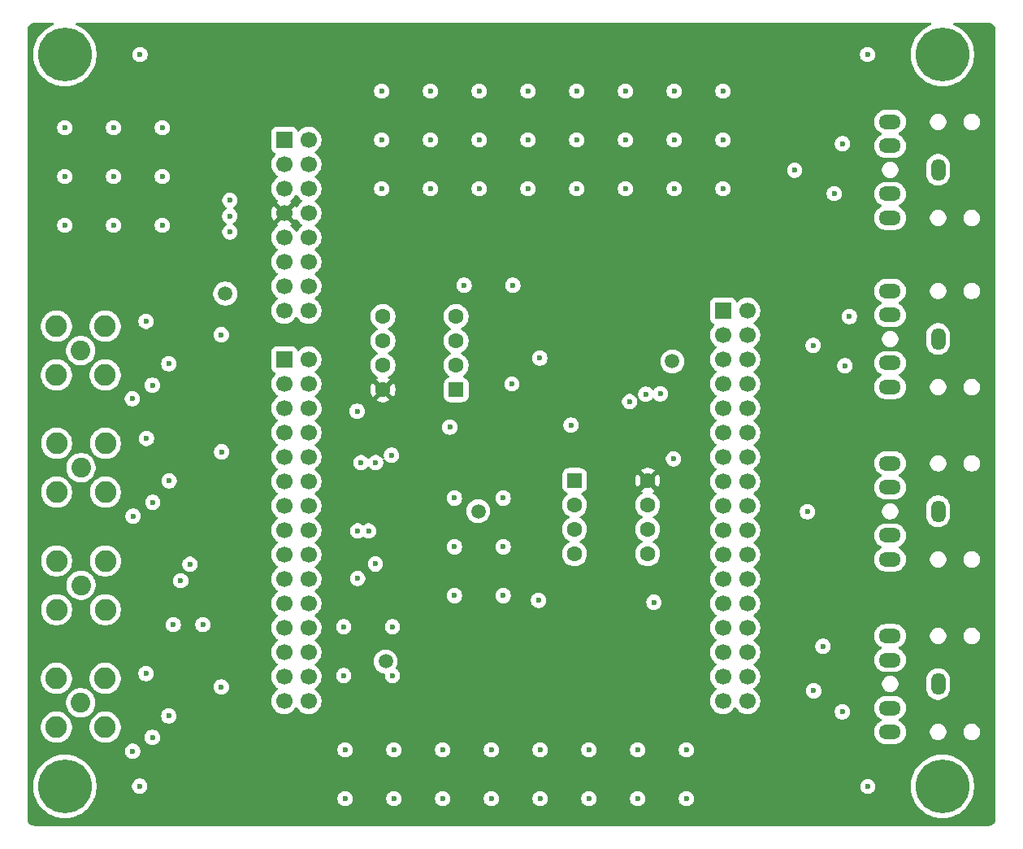
<source format=gbr>
%TF.GenerationSoftware,KiCad,Pcbnew,9.0.2*%
%TF.CreationDate,2025-06-26T21:31:22-07:00*%
%TF.ProjectId,tdm_b1,74646d5f-6231-42e6-9b69-6361645f7063,rev?*%
%TF.SameCoordinates,Original*%
%TF.FileFunction,Copper,L3,Inr*%
%TF.FilePolarity,Positive*%
%FSLAX46Y46*%
G04 Gerber Fmt 4.6, Leading zero omitted, Abs format (unit mm)*
G04 Created by KiCad (PCBNEW 9.0.2) date 2025-06-26 21:31:22*
%MOMM*%
%LPD*%
G01*
G04 APERTURE LIST*
G04 Aperture macros list*
%AMRoundRect*
0 Rectangle with rounded corners*
0 $1 Rounding radius*
0 $2 $3 $4 $5 $6 $7 $8 $9 X,Y pos of 4 corners*
0 Add a 4 corners polygon primitive as box body*
4,1,4,$2,$3,$4,$5,$6,$7,$8,$9,$2,$3,0*
0 Add four circle primitives for the rounded corners*
1,1,$1+$1,$2,$3*
1,1,$1+$1,$4,$5*
1,1,$1+$1,$6,$7*
1,1,$1+$1,$8,$9*
0 Add four rect primitives between the rounded corners*
20,1,$1+$1,$2,$3,$4,$5,0*
20,1,$1+$1,$4,$5,$6,$7,0*
20,1,$1+$1,$6,$7,$8,$9,0*
20,1,$1+$1,$8,$9,$2,$3,0*%
G04 Aperture macros list end*
%TA.AperFunction,ComponentPad*%
%ADD10C,5.600000*%
%TD*%
%TA.AperFunction,ComponentPad*%
%ADD11C,2.050000*%
%TD*%
%TA.AperFunction,ComponentPad*%
%ADD12C,2.250000*%
%TD*%
%TA.AperFunction,ComponentPad*%
%ADD13O,2.300000X1.500000*%
%TD*%
%TA.AperFunction,ComponentPad*%
%ADD14O,1.500000X2.300000*%
%TD*%
%TA.AperFunction,ComponentPad*%
%ADD15R,1.700000X1.700000*%
%TD*%
%TA.AperFunction,ComponentPad*%
%ADD16C,1.700000*%
%TD*%
%TA.AperFunction,ComponentPad*%
%ADD17C,1.500000*%
%TD*%
%TA.AperFunction,ComponentPad*%
%ADD18RoundRect,0.250000X0.550000X0.550000X-0.550000X0.550000X-0.550000X-0.550000X0.550000X-0.550000X0*%
%TD*%
%TA.AperFunction,ComponentPad*%
%ADD19C,1.600000*%
%TD*%
%TA.AperFunction,ComponentPad*%
%ADD20RoundRect,0.250000X-0.550000X-0.550000X0.550000X-0.550000X0.550000X0.550000X-0.550000X0.550000X0*%
%TD*%
%TA.AperFunction,ViaPad*%
%ADD21C,0.600000*%
%TD*%
G04 APERTURE END LIST*
D10*
%TO.N,Net-(H2-Pad1)*%
%TO.C,H2*%
X185420000Y-143510000D03*
%TD*%
D11*
%TO.N,Net-(D2-K)*%
%TO.C,J11*%
X95631200Y-98132600D03*
D12*
%TO.N,GND*%
X93091200Y-95592600D03*
X93091200Y-100672600D03*
X98171200Y-95592600D03*
X98171200Y-100672600D03*
%TD*%
D10*
%TO.N,Net-(H3-Pad1)*%
%TO.C,H3*%
X185420000Y-67310000D03*
%TD*%
%TO.N,Net-(H4-Pad1)*%
%TO.C,H4*%
X93980000Y-67310000D03*
%TD*%
D13*
%TO.N,N/C*%
%TO.C,J4*%
X179971800Y-76820400D03*
X179971800Y-81820400D03*
%TO.N,Net-(J4-PadR)*%
X179971800Y-84320400D03*
D14*
%TO.N,Net-(J4-PadS)*%
X184971800Y-79320400D03*
D13*
%TO.N,/midi_out2/MIDI_OUT*%
X179971800Y-74320400D03*
%TD*%
D15*
%TO.N,unconnected-(J9-Pin_1-Pad1)*%
%TO.C,J9*%
X116840000Y-99060000D03*
D16*
%TO.N,unconnected-(J9-Pin_2-Pad2)*%
X119380000Y-99060000D03*
%TO.N,unconnected-(J9-Pin_3-Pad3)*%
X116840000Y-101600000D03*
%TO.N,/USART2_B_RX___PD6*%
X119380000Y-101600000D03*
%TO.N,unconnected-(J9-Pin_5-Pad5)*%
X116840000Y-104140000D03*
%TO.N,/USART2_B_TX___PD6*%
X119380000Y-104140000D03*
%TO.N,unconnected-(J9-Pin_7-Pad7)*%
X116840000Y-106680000D03*
%TO.N,/PD4*%
X119380000Y-106680000D03*
%TO.N,unconnected-(J9-Pin_9-Pad9)*%
X116840000Y-109220000D03*
%TO.N,/PD3*%
X119380000Y-109220000D03*
%TO.N,unconnected-(J9-Pin_11-Pad11)*%
X116840000Y-111760000D03*
%TO.N,GND*%
X119380000Y-111760000D03*
%TO.N,unconnected-(J9-Pin_13-Pad13)*%
X116840000Y-114300000D03*
%TO.N,/SAI1_A_MCLK___PE2*%
X119380000Y-114300000D03*
%TO.N,/IO_PA7*%
X116840000Y-116840000D03*
%TO.N,/SAI1_A_FS___PE4*%
X119380000Y-116840000D03*
%TO.N,unconnected-(J9-Pin_17-Pad17)*%
X116840000Y-119380000D03*
%TO.N,/SAI1_A_SCK___PE5*%
X119380000Y-119380000D03*
%TO.N,/I2C2_B_SCL*%
X116840000Y-121920000D03*
%TO.N,/SAI1_A_SD___PE6*%
X119380000Y-121920000D03*
%TO.N,/I2C2_B_SDA*%
X116840000Y-124460000D03*
%TO.N,/SAI1_B_SD___PE3*%
X119380000Y-124460000D03*
%TO.N,GND*%
X116840000Y-127000000D03*
%TO.N,/SAI1_B_SCK___PF8*%
X119380000Y-127000000D03*
%TO.N,unconnected-(J9-Pin_25-Pad25)*%
X116840000Y-129540000D03*
%TO.N,/SAI1_B_MCLK___PF7*%
X119380000Y-129540000D03*
%TO.N,unconnected-(J9-Pin_27-Pad27)*%
X116840000Y-132080000D03*
%TO.N,/SAI1_B_FS___PF9*%
X119380000Y-132080000D03*
%TO.N,unconnected-(J9-Pin_29-Pad29)*%
X116840000Y-134620000D03*
%TO.N,/IO_PG1*%
X119380000Y-134620000D03*
%TD*%
D15*
%TO.N,unconnected-(J8-Pin_1-Pad1)*%
%TO.C,J8*%
X116840000Y-76200000D03*
D16*
%TO.N,unconnected-(J8-Pin_2-Pad2)*%
X119380000Y-76200000D03*
%TO.N,/IOREF*%
X116840000Y-78740000D03*
%TO.N,unconnected-(J8-Pin_4-Pad4)*%
X119380000Y-78740000D03*
%TO.N,unconnected-(J8-Pin_5-Pad5)*%
X116840000Y-81280000D03*
%TO.N,unconnected-(J8-Pin_6-Pad6)*%
X119380000Y-81280000D03*
%TO.N,VDD*%
X116840000Y-83820000D03*
%TO.N,unconnected-(J8-Pin_8-Pad8)*%
X119380000Y-83820000D03*
%TO.N,/CN8_5V*%
X116840000Y-86360000D03*
%TO.N,unconnected-(J8-Pin_10-Pad10)*%
X119380000Y-86360000D03*
%TO.N,GND*%
X116840000Y-88900000D03*
%TO.N,unconnected-(J8-Pin_12-Pad12)*%
X119380000Y-88900000D03*
%TO.N,GND*%
X116840000Y-91440000D03*
%TO.N,/IO_PG2*%
X119380000Y-91440000D03*
%TO.N,/VIN*%
X116840000Y-93980000D03*
%TO.N,/IO_PG3*%
X119380000Y-93980000D03*
%TD*%
D13*
%TO.N,N/C*%
%TO.C,J2*%
X179971800Y-112373400D03*
X179971800Y-117373400D03*
%TO.N,Net-(J2-PadR)*%
X179971800Y-119873400D03*
D14*
%TO.N,Net-(J2-PadS)*%
X184971800Y-114873400D03*
D13*
%TO.N,/midi_out1/MIDI_OUT*%
X179971800Y-109873400D03*
%TD*%
D17*
%TO.N,GND*%
%TO.C,TP2*%
X110693200Y-92202000D03*
%TD*%
D13*
%TO.N,N/C*%
%TO.C,J3*%
X179971800Y-130342000D03*
X179971800Y-135342000D03*
%TO.N,Net-(J3-PadR)*%
X179971800Y-137842000D03*
D14*
%TO.N,Net-(J3-PadS)*%
X184971800Y-132842000D03*
D13*
%TO.N,Net-(D4-A)*%
X179971800Y-127842000D03*
%TD*%
D17*
%TO.N,GND*%
%TO.C,TP3*%
X157276800Y-99263200D03*
%TD*%
%TO.N,GND*%
%TO.C,TP4*%
X137058400Y-114858800D03*
%TD*%
D13*
%TO.N,N/C*%
%TO.C,J5*%
X179971800Y-94430200D03*
X179971800Y-99430200D03*
%TO.N,Net-(J5-PadR)*%
X179971800Y-101930200D03*
D14*
%TO.N,Net-(J5-PadS)*%
X184971800Y-96930200D03*
D13*
%TO.N,Net-(D5-A)*%
X179971800Y-91930200D03*
%TD*%
D11*
%TO.N,Net-(D1-K)*%
%TO.C,J10*%
X95669000Y-110324600D03*
D12*
%TO.N,GND*%
X93129000Y-107784600D03*
X93129000Y-112864600D03*
X98209000Y-107784600D03*
X98209000Y-112864600D03*
%TD*%
D10*
%TO.N,Net-(H1-Pad1)*%
%TO.C,H1*%
X93980000Y-143510000D03*
%TD*%
D11*
%TO.N,Net-(D3-K)*%
%TO.C,J13*%
X95631200Y-134800200D03*
D12*
%TO.N,GND*%
X93091200Y-132260200D03*
X93091200Y-137340200D03*
X98171200Y-132260200D03*
X98171200Y-137340200D03*
%TD*%
D11*
%TO.N,Net-(J12-In)*%
%TO.C,J12*%
X95669000Y-122570400D03*
D12*
%TO.N,GND*%
X93129000Y-120030400D03*
X93129000Y-125110400D03*
X98209000Y-120030400D03*
X98209000Y-125110400D03*
%TD*%
D18*
%TO.N,unconnected-(U8-NC-Pad1)*%
%TO.C,U8*%
X134747000Y-102209600D03*
D19*
%TO.N,Net-(D5-K)*%
X134747000Y-99669600D03*
%TO.N,Net-(D5-A)*%
X134747000Y-97129600D03*
%TO.N,unconnected-(U8-NC-Pad4)*%
X134747000Y-94589600D03*
%TO.N,GND*%
X127127000Y-94589600D03*
%TO.N,/USART2_B_RX___PD6*%
X127127000Y-97129600D03*
%TO.N,unconnected-(U8-EN-Pad7)*%
X127127000Y-99669600D03*
%TO.N,VDD*%
X127127000Y-102209600D03*
%TD*%
D17*
%TO.N,GND*%
%TO.C,TP1*%
X127406400Y-130505200D03*
%TD*%
D15*
%TO.N,unconnected-(J1-Pin_1-Pad1)*%
%TO.C,J1*%
X162560000Y-93980000D03*
D16*
%TO.N,unconnected-(J1-Pin_2-Pad2)*%
X165100000Y-93980000D03*
%TO.N,unconnected-(J1-Pin_3-Pad3)*%
X162560000Y-96520000D03*
%TO.N,/TIM1_CH1___PE9*%
X165100000Y-96520000D03*
%TO.N,GND*%
X162560000Y-99060000D03*
%TO.N,/TIM1_CH2___PE11*%
X165100000Y-99060000D03*
%TO.N,unconnected-(J1-Pin_7-Pad7)*%
X162560000Y-101600000D03*
%TO.N,unconnected-(J1-Pin_8-Pad8)*%
X165100000Y-101600000D03*
%TO.N,unconnected-(J1-Pin_9-Pad9)*%
X162560000Y-104140000D03*
%TO.N,unconnected-(J1-Pin_10-Pad10)*%
X165100000Y-104140000D03*
%TO.N,unconnected-(J1-Pin_11-Pad11)*%
X162560000Y-106680000D03*
%TO.N,unconnected-(J1-Pin_12-Pad12)*%
X165100000Y-106680000D03*
%TO.N,unconnected-(J1-Pin_13-Pad13)*%
X162560000Y-109220000D03*
%TO.N,/USART6_A_TX*%
X165100000Y-109220000D03*
%TO.N,unconnected-(J1-Pin_15-Pad15)*%
X162560000Y-111760000D03*
%TO.N,/USART6_A_RX*%
X165100000Y-111760000D03*
%TO.N,GND*%
X162560000Y-114300000D03*
%TO.N,unconnected-(J1-Pin_18-Pad18)*%
X165100000Y-114300000D03*
%TO.N,unconnected-(J1-Pin_19-Pad19)*%
X162560000Y-116840000D03*
%TO.N,unconnected-(J1-Pin_20-Pad20)*%
X165100000Y-116840000D03*
%TO.N,unconnected-(J1-Pin_21-Pad21)*%
X162560000Y-119380000D03*
%TO.N,GND*%
X165100000Y-119380000D03*
%TO.N,unconnected-(J1-Pin_23-Pad23)*%
X162560000Y-121920000D03*
%TO.N,unconnected-(J1-Pin_24-Pad24)*%
X165100000Y-121920000D03*
%TO.N,unconnected-(J1-Pin_25-Pad25)*%
X162560000Y-124460000D03*
%TO.N,unconnected-(J1-Pin_26-Pad26)*%
X165100000Y-124460000D03*
%TO.N,GND*%
X162560000Y-127000000D03*
%TO.N,unconnected-(J1-Pin_28-Pad28)*%
X165100000Y-127000000D03*
%TO.N,/TIM2_CH1___PA0*%
X162560000Y-129540000D03*
%TO.N,unconnected-(J1-Pin_30-Pad30)*%
X165100000Y-129540000D03*
%TO.N,unconnected-(J1-Pin_31-Pad31)*%
X162560000Y-132080000D03*
%TO.N,unconnected-(J1-Pin_32-Pad32)*%
X165100000Y-132080000D03*
%TO.N,unconnected-(J1-Pin_33-Pad33)*%
X162560000Y-134620000D03*
%TO.N,unconnected-(J1-Pin_34-Pad34)*%
X165100000Y-134620000D03*
%TD*%
D20*
%TO.N,unconnected-(U1-NC-Pad1)*%
%TO.C,U1*%
X147091400Y-111658400D03*
D19*
%TO.N,Net-(D4-K)*%
X147091400Y-114198400D03*
%TO.N,Net-(D4-A)*%
X147091400Y-116738400D03*
%TO.N,unconnected-(U1-NC-Pad4)*%
X147091400Y-119278400D03*
%TO.N,GND*%
X154711400Y-119278400D03*
%TO.N,/USART6_A_RX*%
X154711400Y-116738400D03*
%TO.N,unconnected-(U1-EN-Pad7)*%
X154711400Y-114198400D03*
%TO.N,VDD*%
X154711400Y-111658400D03*
%TD*%
D21*
%TO.N,GND*%
X162560000Y-71120000D03*
X127000000Y-76200000D03*
X107022800Y-120386000D03*
X124485400Y-116916000D03*
X106057600Y-122087800D03*
X110287000Y-133149200D03*
X175260000Y-99720400D03*
X133350000Y-144780000D03*
X132080000Y-76200000D03*
X177622200Y-67310000D03*
X142240000Y-81280000D03*
X152400000Y-71120000D03*
X111175800Y-82499200D03*
X153670000Y-144780000D03*
X124485400Y-121843600D03*
X139649200Y-113487200D03*
X175006000Y-135737600D03*
X99060000Y-80010000D03*
X137160000Y-81280000D03*
X93980000Y-80010000D03*
X126365000Y-109804200D03*
X143459200Y-98907600D03*
X126339600Y-120345000D03*
X157480000Y-76200000D03*
X104140000Y-74930000D03*
X175717200Y-94589600D03*
X170027600Y-79349600D03*
X162560000Y-81280000D03*
X146710400Y-105892600D03*
X153670000Y-139700000D03*
X102476200Y-107276600D03*
X123190000Y-139700000D03*
X147320000Y-81280000D03*
X128117600Y-126898400D03*
X147320000Y-76200000D03*
X175006000Y-76606400D03*
X132080000Y-81280000D03*
X128117600Y-131978400D03*
X132080000Y-71120000D03*
X158750000Y-139700000D03*
X157480000Y-71120000D03*
X104140000Y-85090000D03*
X139649200Y-118567200D03*
X172974000Y-128930400D03*
X104800600Y-99504200D03*
X152400000Y-76200000D03*
X143510000Y-139700000D03*
X171958000Y-97586800D03*
X102438400Y-95084600D03*
X102438400Y-131752200D03*
X124434600Y-104444800D03*
X177647600Y-143510000D03*
X158750000Y-144780000D03*
X128270000Y-139700000D03*
X142240000Y-76200000D03*
X101015800Y-103149400D03*
X138430000Y-144780000D03*
X104800600Y-136171800D03*
X110324800Y-108673600D03*
X101803200Y-67310000D03*
X134569200Y-123647200D03*
X104838400Y-111696200D03*
X127000000Y-81280000D03*
X133350000Y-139700000D03*
X110287000Y-96481600D03*
X157403800Y-109397800D03*
X111150400Y-84124800D03*
X93980000Y-74930000D03*
X138430000Y-139700000D03*
X157480000Y-81280000D03*
X162560000Y-76200000D03*
X99060000Y-74930000D03*
X108369000Y-126659800D03*
X123037600Y-126898400D03*
X99060000Y-85090000D03*
X172008800Y-133553200D03*
X105270200Y-126659800D03*
X148590000Y-139700000D03*
X123190000Y-144780000D03*
X142240000Y-71120000D03*
X143332200Y-124129800D03*
X128016000Y-109016800D03*
X171348400Y-114909600D03*
X103136600Y-113931400D03*
X140665200Y-91338400D03*
X152831800Y-103454200D03*
X152400000Y-81280000D03*
X156032200Y-102641400D03*
X135585200Y-91338400D03*
X139649200Y-123647200D03*
X174142400Y-81788000D03*
X148590000Y-144780000D03*
X125628400Y-116916000D03*
X104140000Y-80010000D03*
X127000000Y-71120000D03*
X134569200Y-113487200D03*
X137160000Y-76200000D03*
X101777800Y-143484600D03*
X140563600Y-101600000D03*
X137160000Y-71120000D03*
X134569200Y-118567200D03*
X134086600Y-106095800D03*
X93980000Y-85090000D03*
X154508200Y-102666800D03*
X103098800Y-101739400D03*
X101092000Y-115366800D03*
X143510000Y-144780000D03*
X147320000Y-71120000D03*
X111175800Y-85775800D03*
X103098800Y-138407000D03*
X128270000Y-144780000D03*
X124841000Y-109804200D03*
X101041400Y-139854800D03*
X123037600Y-131978400D03*
X155346400Y-124333000D03*
%TO.N,VDD*%
X107975600Y-133352400D03*
X131191000Y-106172000D03*
X108013400Y-108876800D03*
X115112800Y-83261200D03*
X124434600Y-99339400D03*
X114528600Y-84404200D03*
X149631400Y-106324400D03*
X127355600Y-117754200D03*
X107975600Y-96684800D03*
X104178000Y-125161200D03*
X157403800Y-114528600D03*
X171246800Y-119938800D03*
X114020600Y-82473800D03*
X169951400Y-84378800D03*
X113995200Y-85750400D03*
%TD*%
%TA.AperFunction,Conductor*%
%TO.N,VDD*%
G36*
X117955270Y-84581717D02*
G01*
X117955270Y-84581716D01*
X117994622Y-84527555D01*
X117999232Y-84518507D01*
X118047205Y-84467709D01*
X118115025Y-84450912D01*
X118181161Y-84473447D01*
X118220204Y-84518504D01*
X118224949Y-84527817D01*
X118349890Y-84699786D01*
X118500213Y-84850109D01*
X118672182Y-84975050D01*
X118680946Y-84979516D01*
X118731742Y-85027491D01*
X118748536Y-85095312D01*
X118725998Y-85161447D01*
X118680946Y-85200484D01*
X118672182Y-85204949D01*
X118500213Y-85329890D01*
X118349890Y-85480213D01*
X118224949Y-85652182D01*
X118220484Y-85660946D01*
X118172509Y-85711742D01*
X118104688Y-85728536D01*
X118038553Y-85705998D01*
X117999516Y-85660946D01*
X117995050Y-85652182D01*
X117870109Y-85480213D01*
X117719786Y-85329890D01*
X117547817Y-85204949D01*
X117538504Y-85200204D01*
X117487707Y-85152230D01*
X117470912Y-85084409D01*
X117493449Y-85018274D01*
X117538507Y-84979232D01*
X117547555Y-84974622D01*
X117601716Y-84935270D01*
X117601717Y-84935270D01*
X116969408Y-84302962D01*
X117032993Y-84285925D01*
X117147007Y-84220099D01*
X117240099Y-84127007D01*
X117305925Y-84012993D01*
X117322962Y-83949409D01*
X117955270Y-84581717D01*
G37*
%TD.AperFunction*%
%TA.AperFunction,Conductor*%
G36*
X118181444Y-81933999D02*
G01*
X118220486Y-81979056D01*
X118224951Y-81987820D01*
X118349890Y-82159786D01*
X118500213Y-82310109D01*
X118672182Y-82435050D01*
X118680946Y-82439516D01*
X118731742Y-82487491D01*
X118748536Y-82555312D01*
X118725998Y-82621447D01*
X118680946Y-82660484D01*
X118672182Y-82664949D01*
X118500213Y-82789890D01*
X118349890Y-82940213D01*
X118224949Y-83112182D01*
X118220202Y-83121499D01*
X118172227Y-83172293D01*
X118104405Y-83189087D01*
X118038271Y-83166548D01*
X117999234Y-83121495D01*
X117994626Y-83112452D01*
X117955270Y-83058282D01*
X117955269Y-83058282D01*
X117322962Y-83690590D01*
X117305925Y-83627007D01*
X117240099Y-83512993D01*
X117147007Y-83419901D01*
X117032993Y-83354075D01*
X116969409Y-83337037D01*
X117601716Y-82704728D01*
X117547547Y-82665373D01*
X117547547Y-82665372D01*
X117538500Y-82660763D01*
X117487706Y-82612788D01*
X117470912Y-82544966D01*
X117493451Y-82478832D01*
X117538508Y-82439793D01*
X117547816Y-82435051D01*
X117627007Y-82377515D01*
X117719786Y-82310109D01*
X117719788Y-82310106D01*
X117719792Y-82310104D01*
X117870104Y-82159792D01*
X117870106Y-82159788D01*
X117870109Y-82159786D01*
X117993902Y-81989397D01*
X117995051Y-81987816D01*
X117999514Y-81979054D01*
X118047488Y-81928259D01*
X118115308Y-81911463D01*
X118181444Y-81933999D01*
G37*
%TD.AperFunction*%
%TA.AperFunction,Conductor*%
G36*
X92788867Y-64020185D02*
G01*
X92834622Y-64072989D01*
X92844566Y-64142147D01*
X92815541Y-64205703D01*
X92769281Y-64239060D01*
X92658279Y-64285039D01*
X92567150Y-64322786D01*
X92567145Y-64322788D01*
X92281169Y-64475646D01*
X92281151Y-64475657D01*
X92011532Y-64655811D01*
X92011518Y-64655821D01*
X91760841Y-64861546D01*
X91531546Y-65090841D01*
X91325821Y-65341518D01*
X91325811Y-65341532D01*
X91145657Y-65611151D01*
X91145646Y-65611169D01*
X90992788Y-65897145D01*
X90992786Y-65897150D01*
X90868686Y-66196752D01*
X90774548Y-66507086D01*
X90774545Y-66507097D01*
X90711287Y-66825125D01*
X90711284Y-66825142D01*
X90679500Y-67147860D01*
X90679500Y-67472139D01*
X90711284Y-67794857D01*
X90711287Y-67794874D01*
X90774545Y-68112902D01*
X90774548Y-68112913D01*
X90868686Y-68423247D01*
X90992786Y-68722849D01*
X90992788Y-68722854D01*
X91145646Y-69008830D01*
X91145657Y-69008848D01*
X91325811Y-69278467D01*
X91325821Y-69278481D01*
X91531546Y-69529158D01*
X91760841Y-69758453D01*
X91760846Y-69758457D01*
X91760847Y-69758458D01*
X92011524Y-69964183D01*
X92281158Y-70144347D01*
X92281167Y-70144352D01*
X92281169Y-70144353D01*
X92567145Y-70297211D01*
X92567147Y-70297211D01*
X92567153Y-70297215D01*
X92866754Y-70421314D01*
X93177077Y-70515449D01*
X93177083Y-70515450D01*
X93177086Y-70515451D01*
X93177097Y-70515454D01*
X93376528Y-70555122D01*
X93495132Y-70578714D01*
X93817857Y-70610500D01*
X93817860Y-70610500D01*
X94142140Y-70610500D01*
X94142143Y-70610500D01*
X94464868Y-70578714D01*
X94622295Y-70547399D01*
X94782902Y-70515454D01*
X94782913Y-70515451D01*
X94782913Y-70515450D01*
X94782923Y-70515449D01*
X95093246Y-70421314D01*
X95392847Y-70297215D01*
X95678842Y-70144347D01*
X95948476Y-69964183D01*
X96199153Y-69758458D01*
X96428458Y-69529153D01*
X96634183Y-69278476D01*
X96814347Y-69008842D01*
X96967215Y-68722847D01*
X97091314Y-68423246D01*
X97185449Y-68112923D01*
X97185451Y-68112913D01*
X97185454Y-68112902D01*
X97221479Y-67931786D01*
X97248714Y-67794868D01*
X97280500Y-67472143D01*
X97280500Y-67231153D01*
X101002700Y-67231153D01*
X101002700Y-67388846D01*
X101033461Y-67543489D01*
X101033464Y-67543501D01*
X101093802Y-67689172D01*
X101093809Y-67689185D01*
X101181410Y-67820288D01*
X101181413Y-67820292D01*
X101292907Y-67931786D01*
X101292911Y-67931789D01*
X101424014Y-68019390D01*
X101424027Y-68019397D01*
X101569698Y-68079735D01*
X101569703Y-68079737D01*
X101724353Y-68110499D01*
X101724356Y-68110500D01*
X101724358Y-68110500D01*
X101882044Y-68110500D01*
X101882045Y-68110499D01*
X102036697Y-68079737D01*
X102182379Y-68019394D01*
X102313489Y-67931789D01*
X102424989Y-67820289D01*
X102512594Y-67689179D01*
X102572937Y-67543497D01*
X102603700Y-67388842D01*
X102603700Y-67231158D01*
X102603700Y-67231155D01*
X102603699Y-67231153D01*
X176821700Y-67231153D01*
X176821700Y-67388846D01*
X176852461Y-67543489D01*
X176852464Y-67543501D01*
X176912802Y-67689172D01*
X176912809Y-67689185D01*
X177000410Y-67820288D01*
X177000413Y-67820292D01*
X177111907Y-67931786D01*
X177111911Y-67931789D01*
X177243014Y-68019390D01*
X177243027Y-68019397D01*
X177388698Y-68079735D01*
X177388703Y-68079737D01*
X177543353Y-68110499D01*
X177543356Y-68110500D01*
X177543358Y-68110500D01*
X177701044Y-68110500D01*
X177701045Y-68110499D01*
X177855697Y-68079737D01*
X178001379Y-68019394D01*
X178132489Y-67931789D01*
X178243989Y-67820289D01*
X178331594Y-67689179D01*
X178391937Y-67543497D01*
X178422700Y-67388842D01*
X178422700Y-67231158D01*
X178422700Y-67231155D01*
X178422699Y-67231153D01*
X178391938Y-67076510D01*
X178391937Y-67076503D01*
X178391935Y-67076498D01*
X178331597Y-66930827D01*
X178331590Y-66930814D01*
X178243989Y-66799711D01*
X178243986Y-66799707D01*
X178132492Y-66688213D01*
X178132488Y-66688210D01*
X178001385Y-66600609D01*
X178001372Y-66600602D01*
X177855701Y-66540264D01*
X177855689Y-66540261D01*
X177701045Y-66509500D01*
X177701042Y-66509500D01*
X177543358Y-66509500D01*
X177543355Y-66509500D01*
X177388710Y-66540261D01*
X177388698Y-66540264D01*
X177243027Y-66600602D01*
X177243014Y-66600609D01*
X177111911Y-66688210D01*
X177111907Y-66688213D01*
X177000413Y-66799707D01*
X177000410Y-66799711D01*
X176912809Y-66930814D01*
X176912802Y-66930827D01*
X176852464Y-67076498D01*
X176852461Y-67076510D01*
X176821700Y-67231153D01*
X102603699Y-67231153D01*
X102572938Y-67076510D01*
X102572937Y-67076503D01*
X102572935Y-67076498D01*
X102512597Y-66930827D01*
X102512590Y-66930814D01*
X102424989Y-66799711D01*
X102424986Y-66799707D01*
X102313492Y-66688213D01*
X102313488Y-66688210D01*
X102182385Y-66600609D01*
X102182372Y-66600602D01*
X102036701Y-66540264D01*
X102036689Y-66540261D01*
X101882045Y-66509500D01*
X101882042Y-66509500D01*
X101724358Y-66509500D01*
X101724355Y-66509500D01*
X101569710Y-66540261D01*
X101569698Y-66540264D01*
X101424027Y-66600602D01*
X101424014Y-66600609D01*
X101292911Y-66688210D01*
X101292907Y-66688213D01*
X101181413Y-66799707D01*
X101181410Y-66799711D01*
X101093809Y-66930814D01*
X101093802Y-66930827D01*
X101033464Y-67076498D01*
X101033461Y-67076510D01*
X101002700Y-67231153D01*
X97280500Y-67231153D01*
X97280500Y-67147857D01*
X97248714Y-66825132D01*
X97204054Y-66600609D01*
X97185454Y-66507097D01*
X97185451Y-66507086D01*
X97185450Y-66507083D01*
X97185449Y-66507077D01*
X97091314Y-66196754D01*
X96967215Y-65897153D01*
X96814347Y-65611158D01*
X96634183Y-65341524D01*
X96428458Y-65090847D01*
X96428457Y-65090846D01*
X96428453Y-65090841D01*
X96199158Y-64861546D01*
X95948481Y-64655821D01*
X95948480Y-64655820D01*
X95948476Y-64655817D01*
X95678842Y-64475653D01*
X95678837Y-64475650D01*
X95678830Y-64475646D01*
X95392854Y-64322788D01*
X95392849Y-64322786D01*
X95392847Y-64322785D01*
X95190718Y-64239060D01*
X95136316Y-64195220D01*
X95114251Y-64128926D01*
X95131530Y-64061226D01*
X95182667Y-64013616D01*
X95238172Y-64000500D01*
X184161828Y-64000500D01*
X184228867Y-64020185D01*
X184274622Y-64072989D01*
X184284566Y-64142147D01*
X184255541Y-64205703D01*
X184209281Y-64239060D01*
X184098279Y-64285039D01*
X184007150Y-64322786D01*
X184007145Y-64322788D01*
X183721169Y-64475646D01*
X183721151Y-64475657D01*
X183451532Y-64655811D01*
X183451518Y-64655821D01*
X183200841Y-64861546D01*
X182971546Y-65090841D01*
X182765821Y-65341518D01*
X182765811Y-65341532D01*
X182585657Y-65611151D01*
X182585646Y-65611169D01*
X182432788Y-65897145D01*
X182432786Y-65897150D01*
X182308686Y-66196752D01*
X182214548Y-66507086D01*
X182214545Y-66507097D01*
X182151287Y-66825125D01*
X182151284Y-66825142D01*
X182119500Y-67147860D01*
X182119500Y-67472139D01*
X182151284Y-67794857D01*
X182151287Y-67794874D01*
X182214545Y-68112902D01*
X182214548Y-68112913D01*
X182308686Y-68423247D01*
X182432786Y-68722849D01*
X182432788Y-68722854D01*
X182585646Y-69008830D01*
X182585657Y-69008848D01*
X182765811Y-69278467D01*
X182765821Y-69278481D01*
X182971546Y-69529158D01*
X183200841Y-69758453D01*
X183200846Y-69758457D01*
X183200847Y-69758458D01*
X183451524Y-69964183D01*
X183721158Y-70144347D01*
X183721167Y-70144352D01*
X183721169Y-70144353D01*
X184007145Y-70297211D01*
X184007147Y-70297211D01*
X184007153Y-70297215D01*
X184306754Y-70421314D01*
X184617077Y-70515449D01*
X184617083Y-70515450D01*
X184617086Y-70515451D01*
X184617097Y-70515454D01*
X184816528Y-70555122D01*
X184935132Y-70578714D01*
X185257857Y-70610500D01*
X185257860Y-70610500D01*
X185582140Y-70610500D01*
X185582143Y-70610500D01*
X185904868Y-70578714D01*
X186062295Y-70547399D01*
X186222902Y-70515454D01*
X186222913Y-70515451D01*
X186222913Y-70515450D01*
X186222923Y-70515449D01*
X186533246Y-70421314D01*
X186832847Y-70297215D01*
X187118842Y-70144347D01*
X187388476Y-69964183D01*
X187639153Y-69758458D01*
X187868458Y-69529153D01*
X188074183Y-69278476D01*
X188254347Y-69008842D01*
X188407215Y-68722847D01*
X188531314Y-68423246D01*
X188625449Y-68112923D01*
X188625451Y-68112913D01*
X188625454Y-68112902D01*
X188661479Y-67931786D01*
X188688714Y-67794868D01*
X188720500Y-67472143D01*
X188720500Y-67147857D01*
X188688714Y-66825132D01*
X188644054Y-66600609D01*
X188625454Y-66507097D01*
X188625451Y-66507086D01*
X188625450Y-66507083D01*
X188625449Y-66507077D01*
X188531314Y-66196754D01*
X188407215Y-65897153D01*
X188254347Y-65611158D01*
X188074183Y-65341524D01*
X187868458Y-65090847D01*
X187868457Y-65090846D01*
X187868453Y-65090841D01*
X187639158Y-64861546D01*
X187388481Y-64655821D01*
X187388480Y-64655820D01*
X187388476Y-64655817D01*
X187118842Y-64475653D01*
X187118837Y-64475650D01*
X187118830Y-64475646D01*
X186832854Y-64322788D01*
X186832849Y-64322786D01*
X186832847Y-64322785D01*
X186630718Y-64239060D01*
X186576316Y-64195220D01*
X186554251Y-64128926D01*
X186571530Y-64061226D01*
X186622667Y-64013616D01*
X186678172Y-64000500D01*
X190129308Y-64000500D01*
X190189107Y-64000500D01*
X190201261Y-64001097D01*
X190333173Y-64014089D01*
X190357001Y-64018828D01*
X190477993Y-64055531D01*
X190500445Y-64064832D01*
X190556193Y-64094629D01*
X190611938Y-64124426D01*
X190632149Y-64137930D01*
X190729877Y-64218132D01*
X190747067Y-64235322D01*
X190827269Y-64333050D01*
X190840773Y-64353261D01*
X190900366Y-64464751D01*
X190909669Y-64487209D01*
X190946369Y-64608192D01*
X190951111Y-64632032D01*
X190964103Y-64763937D01*
X190964700Y-64776092D01*
X190964700Y-146844007D01*
X190964103Y-146856161D01*
X190964103Y-146856162D01*
X190951111Y-146988067D01*
X190946369Y-147011907D01*
X190909669Y-147132890D01*
X190900366Y-147155348D01*
X190840773Y-147266838D01*
X190827269Y-147287049D01*
X190747067Y-147384777D01*
X190729877Y-147401967D01*
X190632149Y-147482169D01*
X190611938Y-147495673D01*
X190500448Y-147555266D01*
X190477990Y-147564569D01*
X190357007Y-147601269D01*
X190333167Y-147606011D01*
X190235898Y-147615591D01*
X190201260Y-147619003D01*
X190189107Y-147619600D01*
X90836493Y-147619600D01*
X90824339Y-147619003D01*
X90692433Y-147606011D01*
X90668592Y-147601269D01*
X90547609Y-147564569D01*
X90525151Y-147555266D01*
X90413661Y-147495673D01*
X90393450Y-147482169D01*
X90295722Y-147401967D01*
X90278532Y-147384777D01*
X90198330Y-147287049D01*
X90184826Y-147266838D01*
X90125233Y-147155348D01*
X90115930Y-147132890D01*
X90079228Y-147011901D01*
X90074489Y-146988073D01*
X90061497Y-146856161D01*
X90060900Y-146844007D01*
X90060900Y-143347857D01*
X90679500Y-143347857D01*
X90679500Y-143672143D01*
X90684026Y-143718097D01*
X90711284Y-143994857D01*
X90711287Y-143994874D01*
X90774545Y-144312902D01*
X90774548Y-144312913D01*
X90868686Y-144623247D01*
X90992786Y-144922849D01*
X90992788Y-144922854D01*
X91145646Y-145208830D01*
X91145657Y-145208848D01*
X91325811Y-145478467D01*
X91325821Y-145478481D01*
X91531546Y-145729158D01*
X91760841Y-145958453D01*
X91760846Y-145958457D01*
X91760847Y-145958458D01*
X92011524Y-146164183D01*
X92281158Y-146344347D01*
X92281167Y-146344352D01*
X92281169Y-146344353D01*
X92567145Y-146497211D01*
X92567147Y-146497211D01*
X92567153Y-146497215D01*
X92866754Y-146621314D01*
X93177077Y-146715449D01*
X93177083Y-146715450D01*
X93177086Y-146715451D01*
X93177097Y-146715454D01*
X93376528Y-146755122D01*
X93495132Y-146778714D01*
X93817857Y-146810500D01*
X93817860Y-146810500D01*
X94142140Y-146810500D01*
X94142143Y-146810500D01*
X94464868Y-146778714D01*
X94622295Y-146747399D01*
X94782902Y-146715454D01*
X94782913Y-146715451D01*
X94782913Y-146715450D01*
X94782923Y-146715449D01*
X95093246Y-146621314D01*
X95392847Y-146497215D01*
X95678842Y-146344347D01*
X95948476Y-146164183D01*
X96199153Y-145958458D01*
X96428458Y-145729153D01*
X96634183Y-145478476D01*
X96814347Y-145208842D01*
X96967215Y-144922847D01*
X97059044Y-144701153D01*
X122389500Y-144701153D01*
X122389500Y-144858846D01*
X122420261Y-145013489D01*
X122420264Y-145013501D01*
X122480602Y-145159172D01*
X122480609Y-145159185D01*
X122568210Y-145290288D01*
X122568213Y-145290292D01*
X122679707Y-145401786D01*
X122679711Y-145401789D01*
X122810814Y-145489390D01*
X122810827Y-145489397D01*
X122956498Y-145549735D01*
X122956503Y-145549737D01*
X123111153Y-145580499D01*
X123111156Y-145580500D01*
X123111158Y-145580500D01*
X123268844Y-145580500D01*
X123268845Y-145580499D01*
X123423497Y-145549737D01*
X123569179Y-145489394D01*
X123700289Y-145401789D01*
X123811789Y-145290289D01*
X123899394Y-145159179D01*
X123959737Y-145013497D01*
X123990500Y-144858842D01*
X123990500Y-144701158D01*
X123990500Y-144701155D01*
X123990499Y-144701153D01*
X127469500Y-144701153D01*
X127469500Y-144858846D01*
X127500261Y-145013489D01*
X127500264Y-145013501D01*
X127560602Y-145159172D01*
X127560609Y-145159185D01*
X127648210Y-145290288D01*
X127648213Y-145290292D01*
X127759707Y-145401786D01*
X127759711Y-145401789D01*
X127890814Y-145489390D01*
X127890827Y-145489397D01*
X128036498Y-145549735D01*
X128036503Y-145549737D01*
X128191153Y-145580499D01*
X128191156Y-145580500D01*
X128191158Y-145580500D01*
X128348844Y-145580500D01*
X128348845Y-145580499D01*
X128503497Y-145549737D01*
X128649179Y-145489394D01*
X128780289Y-145401789D01*
X128891789Y-145290289D01*
X128979394Y-145159179D01*
X129039737Y-145013497D01*
X129070500Y-144858842D01*
X129070500Y-144701158D01*
X129070500Y-144701155D01*
X129070499Y-144701153D01*
X132549500Y-144701153D01*
X132549500Y-144858846D01*
X132580261Y-145013489D01*
X132580264Y-145013501D01*
X132640602Y-145159172D01*
X132640609Y-145159185D01*
X132728210Y-145290288D01*
X132728213Y-145290292D01*
X132839707Y-145401786D01*
X132839711Y-145401789D01*
X132970814Y-145489390D01*
X132970827Y-145489397D01*
X133116498Y-145549735D01*
X133116503Y-145549737D01*
X133271153Y-145580499D01*
X133271156Y-145580500D01*
X133271158Y-145580500D01*
X133428844Y-145580500D01*
X133428845Y-145580499D01*
X133583497Y-145549737D01*
X133729179Y-145489394D01*
X133860289Y-145401789D01*
X133971789Y-145290289D01*
X134059394Y-145159179D01*
X134119737Y-145013497D01*
X134150500Y-144858842D01*
X134150500Y-144701158D01*
X134150500Y-144701155D01*
X134150499Y-144701153D01*
X137629500Y-144701153D01*
X137629500Y-144858846D01*
X137660261Y-145013489D01*
X137660264Y-145013501D01*
X137720602Y-145159172D01*
X137720609Y-145159185D01*
X137808210Y-145290288D01*
X137808213Y-145290292D01*
X137919707Y-145401786D01*
X137919711Y-145401789D01*
X138050814Y-145489390D01*
X138050827Y-145489397D01*
X138196498Y-145549735D01*
X138196503Y-145549737D01*
X138351153Y-145580499D01*
X138351156Y-145580500D01*
X138351158Y-145580500D01*
X138508844Y-145580500D01*
X138508845Y-145580499D01*
X138663497Y-145549737D01*
X138809179Y-145489394D01*
X138940289Y-145401789D01*
X139051789Y-145290289D01*
X139139394Y-145159179D01*
X139199737Y-145013497D01*
X139230500Y-144858842D01*
X139230500Y-144701158D01*
X139230500Y-144701155D01*
X139230499Y-144701153D01*
X142709500Y-144701153D01*
X142709500Y-144858846D01*
X142740261Y-145013489D01*
X142740264Y-145013501D01*
X142800602Y-145159172D01*
X142800609Y-145159185D01*
X142888210Y-145290288D01*
X142888213Y-145290292D01*
X142999707Y-145401786D01*
X142999711Y-145401789D01*
X143130814Y-145489390D01*
X143130827Y-145489397D01*
X143276498Y-145549735D01*
X143276503Y-145549737D01*
X143431153Y-145580499D01*
X143431156Y-145580500D01*
X143431158Y-145580500D01*
X143588844Y-145580500D01*
X143588845Y-145580499D01*
X143743497Y-145549737D01*
X143889179Y-145489394D01*
X144020289Y-145401789D01*
X144131789Y-145290289D01*
X144219394Y-145159179D01*
X144279737Y-145013497D01*
X144310500Y-144858842D01*
X144310500Y-144701158D01*
X144310500Y-144701155D01*
X144310499Y-144701153D01*
X147789500Y-144701153D01*
X147789500Y-144858846D01*
X147820261Y-145013489D01*
X147820264Y-145013501D01*
X147880602Y-145159172D01*
X147880609Y-145159185D01*
X147968210Y-145290288D01*
X147968213Y-145290292D01*
X148079707Y-145401786D01*
X148079711Y-145401789D01*
X148210814Y-145489390D01*
X148210827Y-145489397D01*
X148356498Y-145549735D01*
X148356503Y-145549737D01*
X148511153Y-145580499D01*
X148511156Y-145580500D01*
X148511158Y-145580500D01*
X148668844Y-145580500D01*
X148668845Y-145580499D01*
X148823497Y-145549737D01*
X148969179Y-145489394D01*
X149100289Y-145401789D01*
X149211789Y-145290289D01*
X149299394Y-145159179D01*
X149359737Y-145013497D01*
X149390500Y-144858842D01*
X149390500Y-144701158D01*
X149390500Y-144701155D01*
X149390499Y-144701153D01*
X152869500Y-144701153D01*
X152869500Y-144858846D01*
X152900261Y-145013489D01*
X152900264Y-145013501D01*
X152960602Y-145159172D01*
X152960609Y-145159185D01*
X153048210Y-145290288D01*
X153048213Y-145290292D01*
X153159707Y-145401786D01*
X153159711Y-145401789D01*
X153290814Y-145489390D01*
X153290827Y-145489397D01*
X153436498Y-145549735D01*
X153436503Y-145549737D01*
X153591153Y-145580499D01*
X153591156Y-145580500D01*
X153591158Y-145580500D01*
X153748844Y-145580500D01*
X153748845Y-145580499D01*
X153903497Y-145549737D01*
X154049179Y-145489394D01*
X154180289Y-145401789D01*
X154291789Y-145290289D01*
X154379394Y-145159179D01*
X154439737Y-145013497D01*
X154470500Y-144858842D01*
X154470500Y-144701158D01*
X154470500Y-144701155D01*
X154470499Y-144701153D01*
X157949500Y-144701153D01*
X157949500Y-144858846D01*
X157980261Y-145013489D01*
X157980264Y-145013501D01*
X158040602Y-145159172D01*
X158040609Y-145159185D01*
X158128210Y-145290288D01*
X158128213Y-145290292D01*
X158239707Y-145401786D01*
X158239711Y-145401789D01*
X158370814Y-145489390D01*
X158370827Y-145489397D01*
X158516498Y-145549735D01*
X158516503Y-145549737D01*
X158671153Y-145580499D01*
X158671156Y-145580500D01*
X158671158Y-145580500D01*
X158828844Y-145580500D01*
X158828845Y-145580499D01*
X158983497Y-145549737D01*
X159129179Y-145489394D01*
X159260289Y-145401789D01*
X159371789Y-145290289D01*
X159459394Y-145159179D01*
X159519737Y-145013497D01*
X159550500Y-144858842D01*
X159550500Y-144701158D01*
X159550500Y-144701155D01*
X159550499Y-144701153D01*
X159519738Y-144546510D01*
X159519737Y-144546503D01*
X159519735Y-144546498D01*
X159459397Y-144400827D01*
X159459390Y-144400814D01*
X159371789Y-144269711D01*
X159371786Y-144269707D01*
X159260292Y-144158213D01*
X159260288Y-144158210D01*
X159129185Y-144070609D01*
X159129172Y-144070602D01*
X158983501Y-144010264D01*
X158983489Y-144010261D01*
X158828845Y-143979500D01*
X158828842Y-143979500D01*
X158671158Y-143979500D01*
X158671155Y-143979500D01*
X158516510Y-144010261D01*
X158516498Y-144010264D01*
X158370827Y-144070602D01*
X158370814Y-144070609D01*
X158239711Y-144158210D01*
X158239707Y-144158213D01*
X158128213Y-144269707D01*
X158128210Y-144269711D01*
X158040609Y-144400814D01*
X158040602Y-144400827D01*
X157980264Y-144546498D01*
X157980261Y-144546510D01*
X157949500Y-144701153D01*
X154470499Y-144701153D01*
X154439738Y-144546510D01*
X154439737Y-144546503D01*
X154439735Y-144546498D01*
X154379397Y-144400827D01*
X154379390Y-144400814D01*
X154291789Y-144269711D01*
X154291786Y-144269707D01*
X154180292Y-144158213D01*
X154180288Y-144158210D01*
X154049185Y-144070609D01*
X154049172Y-144070602D01*
X153903501Y-144010264D01*
X153903489Y-144010261D01*
X153748845Y-143979500D01*
X153748842Y-143979500D01*
X153591158Y-143979500D01*
X153591155Y-143979500D01*
X153436510Y-144010261D01*
X153436498Y-144010264D01*
X153290827Y-144070602D01*
X153290814Y-144070609D01*
X153159711Y-144158210D01*
X153159707Y-144158213D01*
X153048213Y-144269707D01*
X153048210Y-144269711D01*
X152960609Y-144400814D01*
X152960602Y-144400827D01*
X152900264Y-144546498D01*
X152900261Y-144546510D01*
X152869500Y-144701153D01*
X149390499Y-144701153D01*
X149359738Y-144546510D01*
X149359737Y-144546503D01*
X149359735Y-144546498D01*
X149299397Y-144400827D01*
X149299390Y-144400814D01*
X149211789Y-144269711D01*
X149211786Y-144269707D01*
X149100292Y-144158213D01*
X149100288Y-144158210D01*
X148969185Y-144070609D01*
X148969172Y-144070602D01*
X148823501Y-144010264D01*
X148823489Y-144010261D01*
X148668845Y-143979500D01*
X148668842Y-143979500D01*
X148511158Y-143979500D01*
X148511155Y-143979500D01*
X148356510Y-144010261D01*
X148356498Y-144010264D01*
X148210827Y-144070602D01*
X148210814Y-144070609D01*
X148079711Y-144158210D01*
X148079707Y-144158213D01*
X147968213Y-144269707D01*
X147968210Y-144269711D01*
X147880609Y-144400814D01*
X147880602Y-144400827D01*
X147820264Y-144546498D01*
X147820261Y-144546510D01*
X147789500Y-144701153D01*
X144310499Y-144701153D01*
X144279738Y-144546510D01*
X144279737Y-144546503D01*
X144279735Y-144546498D01*
X144219397Y-144400827D01*
X144219390Y-144400814D01*
X144131789Y-144269711D01*
X144131786Y-144269707D01*
X144020292Y-144158213D01*
X144020288Y-144158210D01*
X143889185Y-144070609D01*
X143889172Y-144070602D01*
X143743501Y-144010264D01*
X143743489Y-144010261D01*
X143588845Y-143979500D01*
X143588842Y-143979500D01*
X143431158Y-143979500D01*
X143431155Y-143979500D01*
X143276510Y-144010261D01*
X143276498Y-144010264D01*
X143130827Y-144070602D01*
X143130814Y-144070609D01*
X142999711Y-144158210D01*
X142999707Y-144158213D01*
X142888213Y-144269707D01*
X142888210Y-144269711D01*
X142800609Y-144400814D01*
X142800602Y-144400827D01*
X142740264Y-144546498D01*
X142740261Y-144546510D01*
X142709500Y-144701153D01*
X139230499Y-144701153D01*
X139199738Y-144546510D01*
X139199737Y-144546503D01*
X139199735Y-144546498D01*
X139139397Y-144400827D01*
X139139390Y-144400814D01*
X139051789Y-144269711D01*
X139051786Y-144269707D01*
X138940292Y-144158213D01*
X138940288Y-144158210D01*
X138809185Y-144070609D01*
X138809172Y-144070602D01*
X138663501Y-144010264D01*
X138663489Y-144010261D01*
X138508845Y-143979500D01*
X138508842Y-143979500D01*
X138351158Y-143979500D01*
X138351155Y-143979500D01*
X138196510Y-144010261D01*
X138196498Y-144010264D01*
X138050827Y-144070602D01*
X138050814Y-144070609D01*
X137919711Y-144158210D01*
X137919707Y-144158213D01*
X137808213Y-144269707D01*
X137808210Y-144269711D01*
X137720609Y-144400814D01*
X137720602Y-144400827D01*
X137660264Y-144546498D01*
X137660261Y-144546510D01*
X137629500Y-144701153D01*
X134150499Y-144701153D01*
X134119738Y-144546510D01*
X134119737Y-144546503D01*
X134119735Y-144546498D01*
X134059397Y-144400827D01*
X134059390Y-144400814D01*
X133971789Y-144269711D01*
X133971786Y-144269707D01*
X133860292Y-144158213D01*
X133860288Y-144158210D01*
X133729185Y-144070609D01*
X133729172Y-144070602D01*
X133583501Y-144010264D01*
X133583489Y-144010261D01*
X133428845Y-143979500D01*
X133428842Y-143979500D01*
X133271158Y-143979500D01*
X133271155Y-143979500D01*
X133116510Y-144010261D01*
X133116498Y-144010264D01*
X132970827Y-144070602D01*
X132970814Y-144070609D01*
X132839711Y-144158210D01*
X132839707Y-144158213D01*
X132728213Y-144269707D01*
X132728210Y-144269711D01*
X132640609Y-144400814D01*
X132640602Y-144400827D01*
X132580264Y-144546498D01*
X132580261Y-144546510D01*
X132549500Y-144701153D01*
X129070499Y-144701153D01*
X129039738Y-144546510D01*
X129039737Y-144546503D01*
X129039735Y-144546498D01*
X128979397Y-144400827D01*
X128979390Y-144400814D01*
X128891789Y-144269711D01*
X128891786Y-144269707D01*
X128780292Y-144158213D01*
X128780288Y-144158210D01*
X128649185Y-144070609D01*
X128649172Y-144070602D01*
X128503501Y-144010264D01*
X128503489Y-144010261D01*
X128348845Y-143979500D01*
X128348842Y-143979500D01*
X128191158Y-143979500D01*
X128191155Y-143979500D01*
X128036510Y-144010261D01*
X128036498Y-144010264D01*
X127890827Y-144070602D01*
X127890814Y-144070609D01*
X127759711Y-144158210D01*
X127759707Y-144158213D01*
X127648213Y-144269707D01*
X127648210Y-144269711D01*
X127560609Y-144400814D01*
X127560602Y-144400827D01*
X127500264Y-144546498D01*
X127500261Y-144546510D01*
X127469500Y-144701153D01*
X123990499Y-144701153D01*
X123959738Y-144546510D01*
X123959737Y-144546503D01*
X123959735Y-144546498D01*
X123899397Y-144400827D01*
X123899390Y-144400814D01*
X123811789Y-144269711D01*
X123811786Y-144269707D01*
X123700292Y-144158213D01*
X123700288Y-144158210D01*
X123569185Y-144070609D01*
X123569172Y-144070602D01*
X123423501Y-144010264D01*
X123423489Y-144010261D01*
X123268845Y-143979500D01*
X123268842Y-143979500D01*
X123111158Y-143979500D01*
X123111155Y-143979500D01*
X122956510Y-144010261D01*
X122956498Y-144010264D01*
X122810827Y-144070602D01*
X122810814Y-144070609D01*
X122679711Y-144158210D01*
X122679707Y-144158213D01*
X122568213Y-144269707D01*
X122568210Y-144269711D01*
X122480609Y-144400814D01*
X122480602Y-144400827D01*
X122420264Y-144546498D01*
X122420261Y-144546510D01*
X122389500Y-144701153D01*
X97059044Y-144701153D01*
X97091314Y-144623246D01*
X97185449Y-144312923D01*
X97185451Y-144312913D01*
X97185454Y-144312902D01*
X97226531Y-144106389D01*
X97248714Y-143994868D01*
X97280500Y-143672143D01*
X97280500Y-143405753D01*
X100977300Y-143405753D01*
X100977300Y-143563446D01*
X101008061Y-143718089D01*
X101008064Y-143718101D01*
X101068402Y-143863772D01*
X101068409Y-143863785D01*
X101156010Y-143994888D01*
X101156013Y-143994892D01*
X101267507Y-144106386D01*
X101267511Y-144106389D01*
X101398614Y-144193990D01*
X101398627Y-144193997D01*
X101544298Y-144254335D01*
X101544303Y-144254337D01*
X101671987Y-144279735D01*
X101698953Y-144285099D01*
X101698956Y-144285100D01*
X101698958Y-144285100D01*
X101856644Y-144285100D01*
X101856645Y-144285099D01*
X102011297Y-144254337D01*
X102156979Y-144193994D01*
X102288089Y-144106389D01*
X102399589Y-143994889D01*
X102487194Y-143863779D01*
X102547537Y-143718097D01*
X102578300Y-143563442D01*
X102578300Y-143431153D01*
X176847100Y-143431153D01*
X176847100Y-143588846D01*
X176877861Y-143743489D01*
X176877864Y-143743501D01*
X176938202Y-143889172D01*
X176938209Y-143889185D01*
X177025810Y-144020288D01*
X177025813Y-144020292D01*
X177137307Y-144131786D01*
X177137311Y-144131789D01*
X177268414Y-144219390D01*
X177268427Y-144219397D01*
X177389888Y-144269707D01*
X177414103Y-144279737D01*
X177568753Y-144310499D01*
X177568756Y-144310500D01*
X177568758Y-144310500D01*
X177726444Y-144310500D01*
X177726445Y-144310499D01*
X177881097Y-144279737D01*
X178026779Y-144219394D01*
X178157889Y-144131789D01*
X178269389Y-144020289D01*
X178356994Y-143889179D01*
X178417337Y-143743497D01*
X178448100Y-143588842D01*
X178448100Y-143431158D01*
X178448100Y-143431155D01*
X178435737Y-143369005D01*
X178435737Y-143369004D01*
X178431530Y-143347857D01*
X182119500Y-143347857D01*
X182119500Y-143672143D01*
X182124026Y-143718097D01*
X182151284Y-143994857D01*
X182151287Y-143994874D01*
X182214545Y-144312902D01*
X182214548Y-144312913D01*
X182308686Y-144623247D01*
X182432786Y-144922849D01*
X182432788Y-144922854D01*
X182585646Y-145208830D01*
X182585657Y-145208848D01*
X182765811Y-145478467D01*
X182765821Y-145478481D01*
X182971546Y-145729158D01*
X183200841Y-145958453D01*
X183200846Y-145958457D01*
X183200847Y-145958458D01*
X183451524Y-146164183D01*
X183721158Y-146344347D01*
X183721167Y-146344352D01*
X183721169Y-146344353D01*
X184007145Y-146497211D01*
X184007147Y-146497211D01*
X184007153Y-146497215D01*
X184306754Y-146621314D01*
X184617077Y-146715449D01*
X184617083Y-146715450D01*
X184617086Y-146715451D01*
X184617097Y-146715454D01*
X184816528Y-146755122D01*
X184935132Y-146778714D01*
X185257857Y-146810500D01*
X185257860Y-146810500D01*
X185582140Y-146810500D01*
X185582143Y-146810500D01*
X185904868Y-146778714D01*
X186062295Y-146747399D01*
X186222902Y-146715454D01*
X186222913Y-146715451D01*
X186222913Y-146715450D01*
X186222923Y-146715449D01*
X186533246Y-146621314D01*
X186832847Y-146497215D01*
X187118842Y-146344347D01*
X187388476Y-146164183D01*
X187639153Y-145958458D01*
X187868458Y-145729153D01*
X188074183Y-145478476D01*
X188254347Y-145208842D01*
X188407215Y-144922847D01*
X188531314Y-144623246D01*
X188625449Y-144312923D01*
X188625451Y-144312913D01*
X188625454Y-144312902D01*
X188666531Y-144106389D01*
X188688714Y-143994868D01*
X188720500Y-143672143D01*
X188720500Y-143347857D01*
X188688714Y-143025132D01*
X188656427Y-142862813D01*
X188625454Y-142707097D01*
X188625451Y-142707086D01*
X188625450Y-142707083D01*
X188625449Y-142707077D01*
X188531314Y-142396754D01*
X188407215Y-142097153D01*
X188254347Y-141811158D01*
X188074183Y-141541524D01*
X187868458Y-141290847D01*
X187868457Y-141290846D01*
X187868453Y-141290841D01*
X187639158Y-141061546D01*
X187388481Y-140855821D01*
X187388480Y-140855820D01*
X187388476Y-140855817D01*
X187118842Y-140675653D01*
X187118837Y-140675650D01*
X187118830Y-140675646D01*
X186832854Y-140522788D01*
X186832849Y-140522786D01*
X186533247Y-140398686D01*
X186222913Y-140304548D01*
X186222902Y-140304545D01*
X185904874Y-140241287D01*
X185904857Y-140241284D01*
X185660812Y-140217248D01*
X185582143Y-140209500D01*
X185257857Y-140209500D01*
X185185099Y-140216666D01*
X184935142Y-140241284D01*
X184935125Y-140241287D01*
X184617097Y-140304545D01*
X184617086Y-140304548D01*
X184306752Y-140398686D01*
X184007150Y-140522786D01*
X184007145Y-140522788D01*
X183721169Y-140675646D01*
X183721151Y-140675657D01*
X183451532Y-140855811D01*
X183451518Y-140855821D01*
X183200841Y-141061546D01*
X182971546Y-141290841D01*
X182765821Y-141541518D01*
X182765811Y-141541532D01*
X182585657Y-141811151D01*
X182585646Y-141811169D01*
X182432788Y-142097145D01*
X182432786Y-142097150D01*
X182308686Y-142396752D01*
X182214548Y-142707086D01*
X182214545Y-142707097D01*
X182151287Y-143025125D01*
X182151284Y-143025142D01*
X182129029Y-143251110D01*
X182119500Y-143347857D01*
X178431530Y-143347857D01*
X178417338Y-143276510D01*
X178417337Y-143276503D01*
X178406814Y-143251098D01*
X178356997Y-143130827D01*
X178356990Y-143130814D01*
X178269389Y-142999711D01*
X178269386Y-142999707D01*
X178157892Y-142888213D01*
X178157888Y-142888210D01*
X178026785Y-142800609D01*
X178026772Y-142800602D01*
X177881101Y-142740264D01*
X177881089Y-142740261D01*
X177726445Y-142709500D01*
X177726442Y-142709500D01*
X177568758Y-142709500D01*
X177568755Y-142709500D01*
X177414110Y-142740261D01*
X177414098Y-142740264D01*
X177268427Y-142800602D01*
X177268414Y-142800609D01*
X177137311Y-142888210D01*
X177137307Y-142888213D01*
X177025813Y-142999707D01*
X177025810Y-142999711D01*
X176938209Y-143130814D01*
X176938202Y-143130827D01*
X176877864Y-143276498D01*
X176877861Y-143276510D01*
X176847100Y-143431153D01*
X102578300Y-143431153D01*
X102578300Y-143405758D01*
X102578300Y-143405755D01*
X102578299Y-143405753D01*
X102566783Y-143347857D01*
X102547537Y-143251103D01*
X102547535Y-143251098D01*
X102487197Y-143105427D01*
X102487190Y-143105414D01*
X102399589Y-142974311D01*
X102399586Y-142974307D01*
X102288092Y-142862813D01*
X102288088Y-142862810D01*
X102156985Y-142775209D01*
X102156972Y-142775202D01*
X102011301Y-142714864D01*
X102011289Y-142714861D01*
X101856645Y-142684100D01*
X101856642Y-142684100D01*
X101698958Y-142684100D01*
X101698955Y-142684100D01*
X101544310Y-142714861D01*
X101544298Y-142714864D01*
X101398627Y-142775202D01*
X101398614Y-142775209D01*
X101267511Y-142862810D01*
X101267507Y-142862813D01*
X101156013Y-142974307D01*
X101156010Y-142974311D01*
X101068409Y-143105414D01*
X101068402Y-143105427D01*
X101008064Y-143251098D01*
X101008061Y-143251110D01*
X100977300Y-143405753D01*
X97280500Y-143405753D01*
X97280500Y-143347857D01*
X97248714Y-143025132D01*
X97216427Y-142862813D01*
X97185454Y-142707097D01*
X97185451Y-142707086D01*
X97185450Y-142707083D01*
X97185449Y-142707077D01*
X97091314Y-142396754D01*
X96967215Y-142097153D01*
X96814347Y-141811158D01*
X96634183Y-141541524D01*
X96428458Y-141290847D01*
X96428457Y-141290846D01*
X96428453Y-141290841D01*
X96199158Y-141061546D01*
X95948481Y-140855821D01*
X95948480Y-140855820D01*
X95948476Y-140855817D01*
X95678842Y-140675653D01*
X95678837Y-140675650D01*
X95678830Y-140675646D01*
X95392854Y-140522788D01*
X95392849Y-140522786D01*
X95093247Y-140398686D01*
X94782913Y-140304548D01*
X94782902Y-140304545D01*
X94464874Y-140241287D01*
X94464857Y-140241284D01*
X94220812Y-140217248D01*
X94142143Y-140209500D01*
X93817857Y-140209500D01*
X93745099Y-140216666D01*
X93495142Y-140241284D01*
X93495125Y-140241287D01*
X93177097Y-140304545D01*
X93177086Y-140304548D01*
X92866752Y-140398686D01*
X92567150Y-140522786D01*
X92567145Y-140522788D01*
X92281169Y-140675646D01*
X92281151Y-140675657D01*
X92011532Y-140855811D01*
X92011518Y-140855821D01*
X91760841Y-141061546D01*
X91531546Y-141290841D01*
X91325821Y-141541518D01*
X91325811Y-141541532D01*
X91145657Y-141811151D01*
X91145646Y-141811169D01*
X90992788Y-142097145D01*
X90992786Y-142097150D01*
X90868686Y-142396752D01*
X90774548Y-142707086D01*
X90774545Y-142707097D01*
X90711287Y-143025125D01*
X90711284Y-143025142D01*
X90689029Y-143251110D01*
X90679500Y-143347857D01*
X90060900Y-143347857D01*
X90060900Y-139775953D01*
X100240900Y-139775953D01*
X100240900Y-139933646D01*
X100271661Y-140088289D01*
X100271664Y-140088301D01*
X100332002Y-140233972D01*
X100332009Y-140233985D01*
X100419610Y-140365088D01*
X100419613Y-140365092D01*
X100531107Y-140476586D01*
X100531111Y-140476589D01*
X100662214Y-140564190D01*
X100662227Y-140564197D01*
X100807898Y-140624535D01*
X100807903Y-140624537D01*
X100962553Y-140655299D01*
X100962556Y-140655300D01*
X100962558Y-140655300D01*
X101120244Y-140655300D01*
X101120245Y-140655299D01*
X101274897Y-140624537D01*
X101420579Y-140564194D01*
X101551689Y-140476589D01*
X101663189Y-140365089D01*
X101750794Y-140233979D01*
X101811137Y-140088297D01*
X101841900Y-139933642D01*
X101841900Y-139775958D01*
X101841900Y-139775955D01*
X101841899Y-139775953D01*
X101814709Y-139639257D01*
X101811138Y-139621308D01*
X101811137Y-139621307D01*
X101811137Y-139621303D01*
X101811075Y-139621153D01*
X122389500Y-139621153D01*
X122389500Y-139778846D01*
X122420261Y-139933489D01*
X122420264Y-139933501D01*
X122480602Y-140079172D01*
X122480609Y-140079185D01*
X122568210Y-140210288D01*
X122568213Y-140210292D01*
X122679707Y-140321786D01*
X122679711Y-140321789D01*
X122810814Y-140409390D01*
X122810827Y-140409397D01*
X122956498Y-140469735D01*
X122956503Y-140469737D01*
X123111153Y-140500499D01*
X123111156Y-140500500D01*
X123111158Y-140500500D01*
X123268844Y-140500500D01*
X123268845Y-140500499D01*
X123423497Y-140469737D01*
X123569179Y-140409394D01*
X123700289Y-140321789D01*
X123811789Y-140210289D01*
X123899394Y-140079179D01*
X123959737Y-139933497D01*
X123990500Y-139778842D01*
X123990500Y-139621158D01*
X123990500Y-139621155D01*
X123990499Y-139621153D01*
X127469500Y-139621153D01*
X127469500Y-139778846D01*
X127500261Y-139933489D01*
X127500264Y-139933501D01*
X127560602Y-140079172D01*
X127560609Y-140079185D01*
X127648210Y-140210288D01*
X127648213Y-140210292D01*
X127759707Y-140321786D01*
X127759711Y-140321789D01*
X127890814Y-140409390D01*
X127890827Y-140409397D01*
X128036498Y-140469735D01*
X128036503Y-140469737D01*
X128191153Y-140500499D01*
X128191156Y-140500500D01*
X128191158Y-140500500D01*
X128348844Y-140500500D01*
X128348845Y-140500499D01*
X128503497Y-140469737D01*
X128649179Y-140409394D01*
X128780289Y-140321789D01*
X128891789Y-140210289D01*
X128979394Y-140079179D01*
X129039737Y-139933497D01*
X129070500Y-139778842D01*
X129070500Y-139621158D01*
X129070500Y-139621155D01*
X129070499Y-139621153D01*
X132549500Y-139621153D01*
X132549500Y-139778846D01*
X132580261Y-139933489D01*
X132580264Y-139933501D01*
X132640602Y-140079172D01*
X132640609Y-140079185D01*
X132728210Y-140210288D01*
X132728213Y-140210292D01*
X132839707Y-140321786D01*
X132839711Y-140321789D01*
X132970814Y-140409390D01*
X132970827Y-140409397D01*
X133116498Y-140469735D01*
X133116503Y-140469737D01*
X133271153Y-140500499D01*
X133271156Y-140500500D01*
X133271158Y-140500500D01*
X133428844Y-140500500D01*
X133428845Y-140500499D01*
X133583497Y-140469737D01*
X133729179Y-140409394D01*
X133860289Y-140321789D01*
X133971789Y-140210289D01*
X134059394Y-140079179D01*
X134119737Y-139933497D01*
X134150500Y-139778842D01*
X134150500Y-139621158D01*
X134150500Y-139621155D01*
X134150499Y-139621153D01*
X137629500Y-139621153D01*
X137629500Y-139778846D01*
X137660261Y-139933489D01*
X137660264Y-139933501D01*
X137720602Y-140079172D01*
X137720609Y-140079185D01*
X137808210Y-140210288D01*
X137808213Y-140210292D01*
X137919707Y-140321786D01*
X137919711Y-140321789D01*
X138050814Y-140409390D01*
X138050827Y-140409397D01*
X138196498Y-140469735D01*
X138196503Y-140469737D01*
X138351153Y-140500499D01*
X138351156Y-140500500D01*
X138351158Y-140500500D01*
X138508844Y-140500500D01*
X138508845Y-140500499D01*
X138663497Y-140469737D01*
X138809179Y-140409394D01*
X138940289Y-140321789D01*
X139051789Y-140210289D01*
X139139394Y-140079179D01*
X139199737Y-139933497D01*
X139230500Y-139778842D01*
X139230500Y-139621158D01*
X139230500Y-139621155D01*
X139230499Y-139621153D01*
X142709500Y-139621153D01*
X142709500Y-139778846D01*
X142740261Y-139933489D01*
X142740264Y-139933501D01*
X142800602Y-140079172D01*
X142800609Y-140079185D01*
X142888210Y-140210288D01*
X142888213Y-140210292D01*
X142999707Y-140321786D01*
X142999711Y-140321789D01*
X143130814Y-140409390D01*
X143130827Y-140409397D01*
X143276498Y-140469735D01*
X143276503Y-140469737D01*
X143431153Y-140500499D01*
X143431156Y-140500500D01*
X143431158Y-140500500D01*
X143588844Y-140500500D01*
X143588845Y-140500499D01*
X143743497Y-140469737D01*
X143889179Y-140409394D01*
X144020289Y-140321789D01*
X144131789Y-140210289D01*
X144219394Y-140079179D01*
X144279737Y-139933497D01*
X144310500Y-139778842D01*
X144310500Y-139621158D01*
X144310500Y-139621155D01*
X144310499Y-139621153D01*
X147789500Y-139621153D01*
X147789500Y-139778846D01*
X147820261Y-139933489D01*
X147820264Y-139933501D01*
X147880602Y-140079172D01*
X147880609Y-140079185D01*
X147968210Y-140210288D01*
X147968213Y-140210292D01*
X148079707Y-140321786D01*
X148079711Y-140321789D01*
X148210814Y-140409390D01*
X148210827Y-140409397D01*
X148356498Y-140469735D01*
X148356503Y-140469737D01*
X148511153Y-140500499D01*
X148511156Y-140500500D01*
X148511158Y-140500500D01*
X148668844Y-140500500D01*
X148668845Y-140500499D01*
X148823497Y-140469737D01*
X148969179Y-140409394D01*
X149100289Y-140321789D01*
X149211789Y-140210289D01*
X149299394Y-140079179D01*
X149359737Y-139933497D01*
X149390500Y-139778842D01*
X149390500Y-139621158D01*
X149390500Y-139621155D01*
X149390499Y-139621153D01*
X152869500Y-139621153D01*
X152869500Y-139778846D01*
X152900261Y-139933489D01*
X152900264Y-139933501D01*
X152960602Y-140079172D01*
X152960609Y-140079185D01*
X153048210Y-140210288D01*
X153048213Y-140210292D01*
X153159707Y-140321786D01*
X153159711Y-140321789D01*
X153290814Y-140409390D01*
X153290827Y-140409397D01*
X153436498Y-140469735D01*
X153436503Y-140469737D01*
X153591153Y-140500499D01*
X153591156Y-140500500D01*
X153591158Y-140500500D01*
X153748844Y-140500500D01*
X153748845Y-140500499D01*
X153903497Y-140469737D01*
X154049179Y-140409394D01*
X154180289Y-140321789D01*
X154291789Y-140210289D01*
X154379394Y-140079179D01*
X154439737Y-139933497D01*
X154470500Y-139778842D01*
X154470500Y-139621158D01*
X154470500Y-139621155D01*
X154470499Y-139621153D01*
X157949500Y-139621153D01*
X157949500Y-139778846D01*
X157980261Y-139933489D01*
X157980264Y-139933501D01*
X158040602Y-140079172D01*
X158040609Y-140079185D01*
X158128210Y-140210288D01*
X158128213Y-140210292D01*
X158239707Y-140321786D01*
X158239711Y-140321789D01*
X158370814Y-140409390D01*
X158370827Y-140409397D01*
X158516498Y-140469735D01*
X158516503Y-140469737D01*
X158671153Y-140500499D01*
X158671156Y-140500500D01*
X158671158Y-140500500D01*
X158828844Y-140500500D01*
X158828845Y-140500499D01*
X158983497Y-140469737D01*
X159129179Y-140409394D01*
X159260289Y-140321789D01*
X159371789Y-140210289D01*
X159459394Y-140079179D01*
X159519737Y-139933497D01*
X159550500Y-139778842D01*
X159550500Y-139621158D01*
X159550500Y-139621155D01*
X159550499Y-139621153D01*
X159521552Y-139475627D01*
X159519737Y-139466503D01*
X159469205Y-139344507D01*
X159459397Y-139320827D01*
X159459390Y-139320814D01*
X159371789Y-139189711D01*
X159371786Y-139189707D01*
X159260292Y-139078213D01*
X159260288Y-139078210D01*
X159129185Y-138990609D01*
X159129172Y-138990602D01*
X158983501Y-138930264D01*
X158983489Y-138930261D01*
X158828845Y-138899500D01*
X158828842Y-138899500D01*
X158671158Y-138899500D01*
X158671155Y-138899500D01*
X158516510Y-138930261D01*
X158516498Y-138930264D01*
X158370827Y-138990602D01*
X158370814Y-138990609D01*
X158239711Y-139078210D01*
X158239707Y-139078213D01*
X158128213Y-139189707D01*
X158128210Y-139189711D01*
X158040609Y-139320814D01*
X158040602Y-139320827D01*
X157980264Y-139466498D01*
X157980261Y-139466510D01*
X157949500Y-139621153D01*
X154470499Y-139621153D01*
X154441552Y-139475627D01*
X154439737Y-139466503D01*
X154389205Y-139344507D01*
X154379397Y-139320827D01*
X154379390Y-139320814D01*
X154291789Y-139189711D01*
X154291786Y-139189707D01*
X154180292Y-139078213D01*
X154180288Y-139078210D01*
X154049185Y-138990609D01*
X154049172Y-138990602D01*
X153903501Y-138930264D01*
X153903489Y-138930261D01*
X153748845Y-138899500D01*
X153748842Y-138899500D01*
X153591158Y-138899500D01*
X153591155Y-138899500D01*
X153436510Y-138930261D01*
X153436498Y-138930264D01*
X153290827Y-138990602D01*
X153290814Y-138990609D01*
X153159711Y-139078210D01*
X153159707Y-139078213D01*
X153048213Y-139189707D01*
X153048210Y-139189711D01*
X152960609Y-139320814D01*
X152960602Y-139320827D01*
X152900264Y-139466498D01*
X152900261Y-139466510D01*
X152869500Y-139621153D01*
X149390499Y-139621153D01*
X149361552Y-139475627D01*
X149359737Y-139466503D01*
X149309205Y-139344507D01*
X149299397Y-139320827D01*
X149299390Y-139320814D01*
X149211789Y-139189711D01*
X149211786Y-139189707D01*
X149100292Y-139078213D01*
X149100288Y-139078210D01*
X148969185Y-138990609D01*
X148969172Y-138990602D01*
X148823501Y-138930264D01*
X148823489Y-138930261D01*
X148668845Y-138899500D01*
X148668842Y-138899500D01*
X148511158Y-138899500D01*
X148511155Y-138899500D01*
X148356510Y-138930261D01*
X148356498Y-138930264D01*
X148210827Y-138990602D01*
X148210814Y-138990609D01*
X148079711Y-139078210D01*
X148079707Y-139078213D01*
X147968213Y-139189707D01*
X147968210Y-139189711D01*
X147880609Y-139320814D01*
X147880602Y-139320827D01*
X147820264Y-139466498D01*
X147820261Y-139466510D01*
X147789500Y-139621153D01*
X144310499Y-139621153D01*
X144281552Y-139475627D01*
X144279737Y-139466503D01*
X144229205Y-139344507D01*
X144219397Y-139320827D01*
X144219390Y-139320814D01*
X144131789Y-139189711D01*
X144131786Y-139189707D01*
X144020292Y-139078213D01*
X144020288Y-139078210D01*
X143889185Y-138990609D01*
X143889172Y-138990602D01*
X143743501Y-138930264D01*
X143743489Y-138930261D01*
X143588845Y-138899500D01*
X143588842Y-138899500D01*
X143431158Y-138899500D01*
X143431155Y-138899500D01*
X143276510Y-138930261D01*
X143276498Y-138930264D01*
X143130827Y-138990602D01*
X143130814Y-138990609D01*
X142999711Y-139078210D01*
X142999707Y-139078213D01*
X142888213Y-139189707D01*
X142888210Y-139189711D01*
X142800609Y-139320814D01*
X142800602Y-139320827D01*
X142740264Y-139466498D01*
X142740261Y-139466510D01*
X142709500Y-139621153D01*
X139230499Y-139621153D01*
X139201552Y-139475627D01*
X139199737Y-139466503D01*
X139149205Y-139344507D01*
X139139397Y-139320827D01*
X139139390Y-139320814D01*
X139051789Y-139189711D01*
X139051786Y-139189707D01*
X138940292Y-139078213D01*
X138940288Y-139078210D01*
X138809185Y-138990609D01*
X138809172Y-138990602D01*
X138663501Y-138930264D01*
X138663489Y-138930261D01*
X138508845Y-138899500D01*
X138508842Y-138899500D01*
X138351158Y-138899500D01*
X138351155Y-138899500D01*
X138196510Y-138930261D01*
X138196498Y-138930264D01*
X138050827Y-138990602D01*
X138050814Y-138990609D01*
X137919711Y-139078210D01*
X137919707Y-139078213D01*
X137808213Y-139189707D01*
X137808210Y-139189711D01*
X137720609Y-139320814D01*
X137720602Y-139320827D01*
X137660264Y-139466498D01*
X137660261Y-139466510D01*
X137629500Y-139621153D01*
X134150499Y-139621153D01*
X134121552Y-139475627D01*
X134119737Y-139466503D01*
X134069205Y-139344507D01*
X134059397Y-139320827D01*
X134059390Y-139320814D01*
X133971789Y-139189711D01*
X133971786Y-139189707D01*
X133860292Y-139078213D01*
X133860288Y-139078210D01*
X133729185Y-138990609D01*
X133729172Y-138990602D01*
X133583501Y-138930264D01*
X133583489Y-138930261D01*
X133428845Y-138899500D01*
X133428842Y-138899500D01*
X133271158Y-138899500D01*
X133271155Y-138899500D01*
X133116510Y-138930261D01*
X133116498Y-138930264D01*
X132970827Y-138990602D01*
X132970814Y-138990609D01*
X132839711Y-139078210D01*
X132839707Y-139078213D01*
X132728213Y-139189707D01*
X132728210Y-139189711D01*
X132640609Y-139320814D01*
X132640602Y-139320827D01*
X132580264Y-139466498D01*
X132580261Y-139466510D01*
X132549500Y-139621153D01*
X129070499Y-139621153D01*
X129041552Y-139475627D01*
X129039737Y-139466503D01*
X128989205Y-139344507D01*
X128979397Y-139320827D01*
X128979390Y-139320814D01*
X128891789Y-139189711D01*
X128891786Y-139189707D01*
X128780292Y-139078213D01*
X128780288Y-139078210D01*
X128649185Y-138990609D01*
X128649172Y-138990602D01*
X128503501Y-138930264D01*
X128503489Y-138930261D01*
X128348845Y-138899500D01*
X128348842Y-138899500D01*
X128191158Y-138899500D01*
X128191155Y-138899500D01*
X128036510Y-138930261D01*
X128036498Y-138930264D01*
X127890827Y-138990602D01*
X127890814Y-138990609D01*
X127759711Y-139078210D01*
X127759707Y-139078213D01*
X127648213Y-139189707D01*
X127648210Y-139189711D01*
X127560609Y-139320814D01*
X127560602Y-139320827D01*
X127500264Y-139466498D01*
X127500261Y-139466510D01*
X127469500Y-139621153D01*
X123990499Y-139621153D01*
X123961552Y-139475627D01*
X123959737Y-139466503D01*
X123909205Y-139344507D01*
X123899397Y-139320827D01*
X123899390Y-139320814D01*
X123811789Y-139189711D01*
X123811786Y-139189707D01*
X123700292Y-139078213D01*
X123700288Y-139078210D01*
X123569185Y-138990609D01*
X123569172Y-138990602D01*
X123423501Y-138930264D01*
X123423489Y-138930261D01*
X123268845Y-138899500D01*
X123268842Y-138899500D01*
X123111158Y-138899500D01*
X123111155Y-138899500D01*
X122956510Y-138930261D01*
X122956498Y-138930264D01*
X122810827Y-138990602D01*
X122810814Y-138990609D01*
X122679711Y-139078210D01*
X122679707Y-139078213D01*
X122568213Y-139189707D01*
X122568210Y-139189711D01*
X122480609Y-139320814D01*
X122480602Y-139320827D01*
X122420264Y-139466498D01*
X122420261Y-139466510D01*
X122389500Y-139621153D01*
X101811075Y-139621153D01*
X101750797Y-139475627D01*
X101750790Y-139475614D01*
X101663189Y-139344511D01*
X101663186Y-139344507D01*
X101551692Y-139233013D01*
X101551688Y-139233010D01*
X101420585Y-139145409D01*
X101420572Y-139145402D01*
X101274901Y-139085064D01*
X101274889Y-139085061D01*
X101120245Y-139054300D01*
X101120242Y-139054300D01*
X100962558Y-139054300D01*
X100962555Y-139054300D01*
X100807910Y-139085061D01*
X100807898Y-139085064D01*
X100662227Y-139145402D01*
X100662214Y-139145409D01*
X100531111Y-139233010D01*
X100531107Y-139233013D01*
X100419613Y-139344507D01*
X100419610Y-139344511D01*
X100332009Y-139475614D01*
X100332002Y-139475627D01*
X100271664Y-139621298D01*
X100271661Y-139621310D01*
X100240900Y-139775953D01*
X90060900Y-139775953D01*
X90060900Y-137212270D01*
X91465700Y-137212270D01*
X91465700Y-137468129D01*
X91505726Y-137720840D01*
X91584788Y-137964172D01*
X91584789Y-137964175D01*
X91617219Y-138027821D01*
X91691448Y-138173503D01*
X91700950Y-138192150D01*
X91851332Y-138399135D01*
X91851336Y-138399140D01*
X92032259Y-138580063D01*
X92032264Y-138580067D01*
X92187015Y-138692499D01*
X92239253Y-138730452D01*
X92348623Y-138786179D01*
X92467224Y-138846610D01*
X92467227Y-138846611D01*
X92588893Y-138886142D01*
X92710561Y-138925674D01*
X92963270Y-138965700D01*
X92963271Y-138965700D01*
X93219129Y-138965700D01*
X93219130Y-138965700D01*
X93471839Y-138925674D01*
X93715175Y-138846610D01*
X93943147Y-138730452D01*
X94150142Y-138580062D01*
X94331062Y-138399142D01*
X94481452Y-138192147D01*
X94597610Y-137964175D01*
X94676674Y-137720839D01*
X94716700Y-137468130D01*
X94716700Y-137212270D01*
X96545700Y-137212270D01*
X96545700Y-137468129D01*
X96585726Y-137720840D01*
X96664788Y-137964172D01*
X96664789Y-137964175D01*
X96697219Y-138027821D01*
X96771448Y-138173503D01*
X96780950Y-138192150D01*
X96931332Y-138399135D01*
X96931336Y-138399140D01*
X97112259Y-138580063D01*
X97112264Y-138580067D01*
X97267015Y-138692499D01*
X97319253Y-138730452D01*
X97428623Y-138786179D01*
X97547224Y-138846610D01*
X97547227Y-138846611D01*
X97668893Y-138886142D01*
X97790561Y-138925674D01*
X98043270Y-138965700D01*
X98043271Y-138965700D01*
X98299129Y-138965700D01*
X98299130Y-138965700D01*
X98551839Y-138925674D01*
X98795175Y-138846610D01*
X99023147Y-138730452D01*
X99230142Y-138580062D01*
X99411062Y-138399142D01*
X99411064Y-138399138D01*
X99411067Y-138399136D01*
X99462639Y-138328153D01*
X102298300Y-138328153D01*
X102298300Y-138485846D01*
X102329061Y-138640489D01*
X102329064Y-138640501D01*
X102389402Y-138786172D01*
X102389409Y-138786185D01*
X102477010Y-138917288D01*
X102477013Y-138917292D01*
X102588507Y-139028786D01*
X102588511Y-139028789D01*
X102719614Y-139116390D01*
X102719627Y-139116397D01*
X102865298Y-139176735D01*
X102865303Y-139176737D01*
X103019953Y-139207499D01*
X103019956Y-139207500D01*
X103019958Y-139207500D01*
X103177644Y-139207500D01*
X103177645Y-139207499D01*
X103332297Y-139176737D01*
X103477979Y-139116394D01*
X103609089Y-139028789D01*
X103720589Y-138917289D01*
X103808194Y-138786179D01*
X103868537Y-138640497D01*
X103899300Y-138485842D01*
X103899300Y-138328158D01*
X103899300Y-138328155D01*
X103899299Y-138328153D01*
X103872246Y-138192150D01*
X103868537Y-138173503D01*
X103833980Y-138090074D01*
X103808197Y-138027827D01*
X103808190Y-138027814D01*
X103720589Y-137896711D01*
X103720586Y-137896707D01*
X103609092Y-137785213D01*
X103609088Y-137785210D01*
X103477985Y-137697609D01*
X103477972Y-137697602D01*
X103332301Y-137637264D01*
X103332289Y-137637261D01*
X103177645Y-137606500D01*
X103177642Y-137606500D01*
X103019958Y-137606500D01*
X103019955Y-137606500D01*
X102865310Y-137637261D01*
X102865298Y-137637264D01*
X102719627Y-137697602D01*
X102719614Y-137697609D01*
X102588511Y-137785210D01*
X102588507Y-137785213D01*
X102477013Y-137896707D01*
X102477010Y-137896711D01*
X102389409Y-138027814D01*
X102389402Y-138027827D01*
X102329064Y-138173498D01*
X102329061Y-138173510D01*
X102298300Y-138328153D01*
X99462639Y-138328153D01*
X99520015Y-138249181D01*
X99534517Y-138229219D01*
X99561452Y-138192147D01*
X99677610Y-137964175D01*
X99756674Y-137720839D01*
X99796700Y-137468130D01*
X99796700Y-137212270D01*
X99756674Y-136959561D01*
X99677610Y-136716225D01*
X99677610Y-136716224D01*
X99611608Y-136586690D01*
X99561452Y-136488253D01*
X99531473Y-136446990D01*
X99411067Y-136281264D01*
X99411063Y-136281259D01*
X99230140Y-136100336D01*
X99230135Y-136100332D01*
X99219979Y-136092953D01*
X104000100Y-136092953D01*
X104000100Y-136250646D01*
X104030861Y-136405289D01*
X104030864Y-136405301D01*
X104091202Y-136550972D01*
X104091209Y-136550985D01*
X104178810Y-136682088D01*
X104178813Y-136682092D01*
X104290307Y-136793586D01*
X104290311Y-136793589D01*
X104421414Y-136881190D01*
X104421427Y-136881197D01*
X104567098Y-136941535D01*
X104567103Y-136941537D01*
X104721753Y-136972299D01*
X104721756Y-136972300D01*
X104721758Y-136972300D01*
X104879444Y-136972300D01*
X104879445Y-136972299D01*
X105034097Y-136941537D01*
X105162928Y-136888174D01*
X105179772Y-136881197D01*
X105179772Y-136881196D01*
X105179779Y-136881194D01*
X105310889Y-136793589D01*
X105422389Y-136682089D01*
X105509994Y-136550979D01*
X105570337Y-136405297D01*
X105601100Y-136250642D01*
X105601100Y-136092958D01*
X105601100Y-136092955D01*
X105601099Y-136092953D01*
X105576860Y-135971097D01*
X105570337Y-135938303D01*
X105542690Y-135871557D01*
X105509997Y-135792627D01*
X105509990Y-135792614D01*
X105422389Y-135661511D01*
X105422386Y-135661507D01*
X105310892Y-135550013D01*
X105310888Y-135550010D01*
X105179785Y-135462409D01*
X105179772Y-135462402D01*
X105034101Y-135402064D01*
X105034089Y-135402061D01*
X104879445Y-135371300D01*
X104879442Y-135371300D01*
X104721758Y-135371300D01*
X104721755Y-135371300D01*
X104567110Y-135402061D01*
X104567098Y-135402064D01*
X104421427Y-135462402D01*
X104421414Y-135462409D01*
X104290311Y-135550010D01*
X104290307Y-135550013D01*
X104178813Y-135661507D01*
X104178810Y-135661511D01*
X104091209Y-135792614D01*
X104091202Y-135792627D01*
X104030864Y-135938298D01*
X104030861Y-135938310D01*
X104000100Y-136092953D01*
X99219979Y-136092953D01*
X99023150Y-135949950D01*
X99023149Y-135949949D01*
X99023147Y-135949948D01*
X98950110Y-135912733D01*
X98795175Y-135833789D01*
X98795172Y-135833788D01*
X98551840Y-135754726D01*
X98425484Y-135734713D01*
X98299130Y-135714700D01*
X98043270Y-135714700D01*
X97959033Y-135728042D01*
X97790559Y-135754726D01*
X97547227Y-135833788D01*
X97547224Y-135833789D01*
X97319249Y-135949950D01*
X97112264Y-136100332D01*
X97112259Y-136100336D01*
X96931336Y-136281259D01*
X96931332Y-136281264D01*
X96780950Y-136488249D01*
X96664789Y-136716224D01*
X96664788Y-136716227D01*
X96585726Y-136959559D01*
X96545700Y-137212270D01*
X94716700Y-137212270D01*
X94676674Y-136959561D01*
X94597610Y-136716225D01*
X94597610Y-136716224D01*
X94531608Y-136586690D01*
X94481452Y-136488253D01*
X94451473Y-136446990D01*
X94331067Y-136281264D01*
X94331063Y-136281259D01*
X94150140Y-136100336D01*
X94150135Y-136100332D01*
X93943150Y-135949950D01*
X93943149Y-135949949D01*
X93943147Y-135949948D01*
X93870110Y-135912733D01*
X93715175Y-135833789D01*
X93715172Y-135833788D01*
X93471840Y-135754726D01*
X93345484Y-135734713D01*
X93219130Y-135714700D01*
X92963270Y-135714700D01*
X92879033Y-135728042D01*
X92710559Y-135754726D01*
X92467227Y-135833788D01*
X92467224Y-135833789D01*
X92239249Y-135949950D01*
X92032264Y-136100332D01*
X92032259Y-136100336D01*
X91851336Y-136281259D01*
X91851332Y-136281264D01*
X91700950Y-136488249D01*
X91584789Y-136716224D01*
X91584788Y-136716227D01*
X91505726Y-136959559D01*
X91465700Y-137212270D01*
X90060900Y-137212270D01*
X90060900Y-134680141D01*
X94105700Y-134680141D01*
X94105700Y-134920259D01*
X94113240Y-134967863D01*
X94143263Y-135157422D01*
X94217465Y-135385793D01*
X94308769Y-135564985D01*
X94326476Y-135599736D01*
X94467614Y-135793996D01*
X94637404Y-135963786D01*
X94831664Y-136104924D01*
X94932743Y-136156426D01*
X95045606Y-136213934D01*
X95045608Y-136213934D01*
X95045611Y-136213936D01*
X95273978Y-136288137D01*
X95511141Y-136325700D01*
X95511142Y-136325700D01*
X95751258Y-136325700D01*
X95751259Y-136325700D01*
X95988422Y-136288137D01*
X96216789Y-136213936D01*
X96430736Y-136104924D01*
X96624996Y-135963786D01*
X96794786Y-135793996D01*
X96935924Y-135599736D01*
X97044936Y-135385789D01*
X97119137Y-135157422D01*
X97156700Y-134920259D01*
X97156700Y-134680141D01*
X97119137Y-134442978D01*
X97044936Y-134214611D01*
X97044934Y-134214608D01*
X97044934Y-134214606D01*
X96982207Y-134091500D01*
X96935924Y-134000664D01*
X96794786Y-133806404D01*
X96624996Y-133636614D01*
X96430736Y-133495476D01*
X96344223Y-133451395D01*
X96216793Y-133386465D01*
X95988422Y-133312263D01*
X95751259Y-133274700D01*
X95511141Y-133274700D01*
X95430382Y-133287491D01*
X95273977Y-133312263D01*
X95045606Y-133386465D01*
X94831663Y-133495476D01*
X94637401Y-133636616D01*
X94467616Y-133806401D01*
X94326476Y-134000663D01*
X94217465Y-134214606D01*
X94156940Y-134400884D01*
X94143263Y-134442978D01*
X94105700Y-134680141D01*
X90060900Y-134680141D01*
X90060900Y-132132270D01*
X91465700Y-132132270D01*
X91465700Y-132388130D01*
X91466985Y-132396243D01*
X91505726Y-132640840D01*
X91584788Y-132884172D01*
X91584789Y-132884175D01*
X91647867Y-133007971D01*
X91700947Y-133112146D01*
X91700950Y-133112150D01*
X91851332Y-133319135D01*
X91851336Y-133319140D01*
X92032259Y-133500063D01*
X92032264Y-133500067D01*
X92212807Y-133631238D01*
X92239253Y-133650452D01*
X92321775Y-133692499D01*
X92467224Y-133766610D01*
X92467227Y-133766611D01*
X92529059Y-133786701D01*
X92710561Y-133845674D01*
X92963270Y-133885700D01*
X92963271Y-133885700D01*
X93219129Y-133885700D01*
X93219130Y-133885700D01*
X93471839Y-133845674D01*
X93715175Y-133766610D01*
X93943147Y-133650452D01*
X94150142Y-133500062D01*
X94331062Y-133319142D01*
X94481452Y-133112147D01*
X94597610Y-132884175D01*
X94676674Y-132640839D01*
X94716700Y-132388130D01*
X94716700Y-132132270D01*
X96545700Y-132132270D01*
X96545700Y-132388130D01*
X96546985Y-132396243D01*
X96585726Y-132640840D01*
X96664788Y-132884172D01*
X96664789Y-132884175D01*
X96727867Y-133007971D01*
X96780947Y-133112146D01*
X96780950Y-133112150D01*
X96931332Y-133319135D01*
X96931336Y-133319140D01*
X97112259Y-133500063D01*
X97112264Y-133500067D01*
X97292807Y-133631238D01*
X97319253Y-133650452D01*
X97401775Y-133692499D01*
X97547224Y-133766610D01*
X97547227Y-133766611D01*
X97609059Y-133786701D01*
X97790561Y-133845674D01*
X98043270Y-133885700D01*
X98043271Y-133885700D01*
X98299129Y-133885700D01*
X98299130Y-133885700D01*
X98551839Y-133845674D01*
X98795175Y-133766610D01*
X99023147Y-133650452D01*
X99230142Y-133500062D01*
X99411062Y-133319142D01*
X99561452Y-133112147D01*
X99582745Y-133070358D01*
X99582748Y-133070353D01*
X109486500Y-133070353D01*
X109486500Y-133228046D01*
X109517261Y-133382689D01*
X109517264Y-133382701D01*
X109577602Y-133528372D01*
X109577609Y-133528385D01*
X109665210Y-133659488D01*
X109665213Y-133659492D01*
X109776707Y-133770986D01*
X109776711Y-133770989D01*
X109907814Y-133858590D01*
X109907827Y-133858597D01*
X110053498Y-133918935D01*
X110053503Y-133918937D01*
X110208153Y-133949699D01*
X110208156Y-133949700D01*
X110208158Y-133949700D01*
X110365844Y-133949700D01*
X110365845Y-133949699D01*
X110520497Y-133918937D01*
X110666179Y-133858594D01*
X110797289Y-133770989D01*
X110908789Y-133659489D01*
X110996394Y-133528379D01*
X111056737Y-133382697D01*
X111087500Y-133228042D01*
X111087500Y-133070358D01*
X111087500Y-133070355D01*
X111087499Y-133070353D01*
X111065507Y-132959792D01*
X111056737Y-132915703D01*
X111026958Y-132843809D01*
X110996397Y-132770027D01*
X110996390Y-132770014D01*
X110908789Y-132638911D01*
X110908786Y-132638907D01*
X110797292Y-132527413D01*
X110797288Y-132527410D01*
X110666185Y-132439809D01*
X110666172Y-132439802D01*
X110520501Y-132379464D01*
X110520489Y-132379461D01*
X110365845Y-132348700D01*
X110365842Y-132348700D01*
X110208158Y-132348700D01*
X110208155Y-132348700D01*
X110053510Y-132379461D01*
X110053498Y-132379464D01*
X109907827Y-132439802D01*
X109907814Y-132439809D01*
X109776711Y-132527410D01*
X109776707Y-132527413D01*
X109665213Y-132638907D01*
X109665210Y-132638911D01*
X109577609Y-132770014D01*
X109577602Y-132770027D01*
X109517264Y-132915698D01*
X109517261Y-132915710D01*
X109486500Y-133070353D01*
X99582748Y-133070353D01*
X99614531Y-133007976D01*
X99614533Y-133007971D01*
X99639084Y-132959786D01*
X99677610Y-132884175D01*
X99756674Y-132640839D01*
X99796700Y-132388130D01*
X99796700Y-132132270D01*
X99756674Y-131879561D01*
X99689674Y-131673353D01*
X101637900Y-131673353D01*
X101637900Y-131831046D01*
X101668661Y-131985689D01*
X101668664Y-131985701D01*
X101729002Y-132131372D01*
X101729009Y-132131385D01*
X101816610Y-132262488D01*
X101816613Y-132262492D01*
X101928107Y-132373986D01*
X101928111Y-132373989D01*
X102059214Y-132461590D01*
X102059227Y-132461597D01*
X102204898Y-132521935D01*
X102204903Y-132521937D01*
X102359553Y-132552699D01*
X102359556Y-132552700D01*
X102359558Y-132552700D01*
X102517244Y-132552700D01*
X102517245Y-132552699D01*
X102671897Y-132521937D01*
X102817579Y-132461594D01*
X102948689Y-132373989D01*
X103060189Y-132262489D01*
X103147794Y-132131379D01*
X103208137Y-131985697D01*
X103238900Y-131831042D01*
X103238900Y-131673358D01*
X103238900Y-131673355D01*
X103238899Y-131673353D01*
X103231514Y-131636225D01*
X103208137Y-131518703D01*
X103169738Y-131425998D01*
X103147797Y-131373027D01*
X103147790Y-131373014D01*
X103060189Y-131241911D01*
X103060186Y-131241907D01*
X102948692Y-131130413D01*
X102948688Y-131130410D01*
X102817585Y-131042809D01*
X102817572Y-131042802D01*
X102671901Y-130982464D01*
X102671889Y-130982461D01*
X102517245Y-130951700D01*
X102517242Y-130951700D01*
X102359558Y-130951700D01*
X102359555Y-130951700D01*
X102204910Y-130982461D01*
X102204898Y-130982464D01*
X102059227Y-131042802D01*
X102059214Y-131042809D01*
X101928111Y-131130410D01*
X101928107Y-131130413D01*
X101816613Y-131241907D01*
X101816610Y-131241911D01*
X101729009Y-131373014D01*
X101729002Y-131373027D01*
X101668664Y-131518698D01*
X101668661Y-131518710D01*
X101637900Y-131673353D01*
X99689674Y-131673353D01*
X99677610Y-131636225D01*
X99677610Y-131636224D01*
X99602174Y-131488174D01*
X99561452Y-131408253D01*
X99535855Y-131373021D01*
X99411067Y-131201264D01*
X99411063Y-131201259D01*
X99230140Y-131020336D01*
X99230135Y-131020332D01*
X99023150Y-130869950D01*
X99023149Y-130869949D01*
X99023147Y-130869948D01*
X98929093Y-130822025D01*
X98795175Y-130753789D01*
X98795172Y-130753788D01*
X98551840Y-130674726D01*
X98425484Y-130654713D01*
X98299130Y-130634700D01*
X98043270Y-130634700D01*
X97959033Y-130648042D01*
X97790559Y-130674726D01*
X97547227Y-130753788D01*
X97547224Y-130753789D01*
X97319249Y-130869950D01*
X97112264Y-131020332D01*
X97112259Y-131020336D01*
X96931336Y-131201259D01*
X96931332Y-131201264D01*
X96780950Y-131408249D01*
X96664789Y-131636224D01*
X96664788Y-131636227D01*
X96585726Y-131879559D01*
X96557583Y-132057244D01*
X96545700Y-132132270D01*
X94716700Y-132132270D01*
X94676674Y-131879561D01*
X94597610Y-131636225D01*
X94597610Y-131636224D01*
X94522174Y-131488174D01*
X94481452Y-131408253D01*
X94455855Y-131373021D01*
X94331067Y-131201264D01*
X94331063Y-131201259D01*
X94150140Y-131020336D01*
X94150135Y-131020332D01*
X93943150Y-130869950D01*
X93943149Y-130869949D01*
X93943147Y-130869948D01*
X93849093Y-130822025D01*
X93715175Y-130753789D01*
X93715172Y-130753788D01*
X93471840Y-130674726D01*
X93345484Y-130654713D01*
X93219130Y-130634700D01*
X92963270Y-130634700D01*
X92879033Y-130648042D01*
X92710559Y-130674726D01*
X92467227Y-130753788D01*
X92467224Y-130753789D01*
X92239249Y-130869950D01*
X92032264Y-131020332D01*
X92032259Y-131020336D01*
X91851336Y-131201259D01*
X91851332Y-131201264D01*
X91700950Y-131408249D01*
X91584789Y-131636224D01*
X91584788Y-131636227D01*
X91505726Y-131879559D01*
X91477583Y-132057244D01*
X91465700Y-132132270D01*
X90060900Y-132132270D01*
X90060900Y-124982470D01*
X91503500Y-124982470D01*
X91503500Y-125238329D01*
X91543526Y-125491040D01*
X91622588Y-125734372D01*
X91622589Y-125734375D01*
X91686243Y-125859300D01*
X91732665Y-125950409D01*
X91738750Y-125962350D01*
X91889132Y-126169335D01*
X91889136Y-126169340D01*
X92070059Y-126350263D01*
X92070064Y-126350267D01*
X92241124Y-126474548D01*
X92277053Y-126500652D01*
X92426080Y-126576585D01*
X92505024Y-126616810D01*
X92505027Y-126616811D01*
X92626693Y-126656342D01*
X92748361Y-126695874D01*
X93001070Y-126735900D01*
X93001071Y-126735900D01*
X93256929Y-126735900D01*
X93256930Y-126735900D01*
X93509639Y-126695874D01*
X93752975Y-126616810D01*
X93980947Y-126500652D01*
X94187942Y-126350262D01*
X94368862Y-126169342D01*
X94519252Y-125962347D01*
X94635410Y-125734375D01*
X94714474Y-125491039D01*
X94754500Y-125238330D01*
X94754500Y-124982470D01*
X96583500Y-124982470D01*
X96583500Y-125238329D01*
X96623526Y-125491040D01*
X96702588Y-125734372D01*
X96702589Y-125734375D01*
X96766243Y-125859300D01*
X96812665Y-125950409D01*
X96818750Y-125962350D01*
X96969132Y-126169335D01*
X96969136Y-126169340D01*
X97150059Y-126350263D01*
X97150064Y-126350267D01*
X97321124Y-126474548D01*
X97357053Y-126500652D01*
X97506080Y-126576585D01*
X97585024Y-126616810D01*
X97585027Y-126616811D01*
X97706693Y-126656342D01*
X97828361Y-126695874D01*
X98081070Y-126735900D01*
X98081071Y-126735900D01*
X98336929Y-126735900D01*
X98336930Y-126735900D01*
X98589639Y-126695874D01*
X98832975Y-126616810D01*
X98903348Y-126580953D01*
X104469700Y-126580953D01*
X104469700Y-126738646D01*
X104500461Y-126893289D01*
X104500464Y-126893301D01*
X104560802Y-127038972D01*
X104560809Y-127038985D01*
X104648410Y-127170088D01*
X104648413Y-127170092D01*
X104759907Y-127281586D01*
X104759911Y-127281589D01*
X104891014Y-127369190D01*
X104891027Y-127369197D01*
X104986371Y-127408689D01*
X105036703Y-127429537D01*
X105191353Y-127460299D01*
X105191356Y-127460300D01*
X105191358Y-127460300D01*
X105349044Y-127460300D01*
X105349045Y-127460299D01*
X105503697Y-127429537D01*
X105649379Y-127369194D01*
X105780489Y-127281589D01*
X105891989Y-127170089D01*
X105979594Y-127038979D01*
X105984411Y-127027351D01*
X106039764Y-126893714D01*
X106039937Y-126893297D01*
X106070700Y-126738642D01*
X106070700Y-126580958D01*
X106070700Y-126580955D01*
X106070699Y-126580953D01*
X107568500Y-126580953D01*
X107568500Y-126738646D01*
X107599261Y-126893289D01*
X107599264Y-126893301D01*
X107659602Y-127038972D01*
X107659609Y-127038985D01*
X107747210Y-127170088D01*
X107747213Y-127170092D01*
X107858707Y-127281586D01*
X107858711Y-127281589D01*
X107989814Y-127369190D01*
X107989827Y-127369197D01*
X108085171Y-127408689D01*
X108135503Y-127429537D01*
X108290153Y-127460299D01*
X108290156Y-127460300D01*
X108290158Y-127460300D01*
X108447844Y-127460300D01*
X108447845Y-127460299D01*
X108602497Y-127429537D01*
X108748179Y-127369194D01*
X108879289Y-127281589D01*
X108990789Y-127170089D01*
X109078394Y-127038979D01*
X109083211Y-127027351D01*
X109138564Y-126893714D01*
X109138737Y-126893297D01*
X109169500Y-126738642D01*
X109169500Y-126580958D01*
X109169500Y-126580955D01*
X109169499Y-126580953D01*
X109149733Y-126481585D01*
X109138737Y-126426303D01*
X109138735Y-126426298D01*
X109078397Y-126280627D01*
X109078390Y-126280614D01*
X108990789Y-126149511D01*
X108990786Y-126149507D01*
X108879292Y-126038013D01*
X108879288Y-126038010D01*
X108748185Y-125950409D01*
X108748172Y-125950402D01*
X108602501Y-125890064D01*
X108602489Y-125890061D01*
X108447845Y-125859300D01*
X108447842Y-125859300D01*
X108290158Y-125859300D01*
X108290155Y-125859300D01*
X108135510Y-125890061D01*
X108135498Y-125890064D01*
X107989827Y-125950402D01*
X107989814Y-125950409D01*
X107858711Y-126038010D01*
X107858707Y-126038013D01*
X107747213Y-126149507D01*
X107747210Y-126149511D01*
X107659609Y-126280614D01*
X107659602Y-126280627D01*
X107599264Y-126426298D01*
X107599261Y-126426310D01*
X107568500Y-126580953D01*
X106070699Y-126580953D01*
X106050933Y-126481585D01*
X106039937Y-126426303D01*
X106039935Y-126426298D01*
X105979597Y-126280627D01*
X105979590Y-126280614D01*
X105891989Y-126149511D01*
X105891986Y-126149507D01*
X105780492Y-126038013D01*
X105780488Y-126038010D01*
X105649385Y-125950409D01*
X105649372Y-125950402D01*
X105503701Y-125890064D01*
X105503689Y-125890061D01*
X105349045Y-125859300D01*
X105349042Y-125859300D01*
X105191358Y-125859300D01*
X105191355Y-125859300D01*
X105036710Y-125890061D01*
X105036698Y-125890064D01*
X104891027Y-125950402D01*
X104891014Y-125950409D01*
X104759911Y-126038010D01*
X104759907Y-126038013D01*
X104648413Y-126149507D01*
X104648410Y-126149511D01*
X104560809Y-126280614D01*
X104560802Y-126280627D01*
X104500464Y-126426298D01*
X104500461Y-126426310D01*
X104469700Y-126580953D01*
X98903348Y-126580953D01*
X99060947Y-126500652D01*
X99082354Y-126485098D01*
X99096877Y-126474548D01*
X99267935Y-126350267D01*
X99267933Y-126350267D01*
X99267942Y-126350262D01*
X99448862Y-126169342D01*
X99599252Y-125962347D01*
X99715410Y-125734375D01*
X99794474Y-125491039D01*
X99834500Y-125238330D01*
X99834500Y-124982470D01*
X99794474Y-124729761D01*
X99715410Y-124486425D01*
X99715410Y-124486424D01*
X99649259Y-124356597D01*
X99599252Y-124258453D01*
X99525897Y-124157488D01*
X99448867Y-124051464D01*
X99448863Y-124051459D01*
X99267940Y-123870536D01*
X99267935Y-123870532D01*
X99060950Y-123720150D01*
X99060949Y-123720149D01*
X99060947Y-123720148D01*
X98987910Y-123682933D01*
X98832975Y-123603989D01*
X98832972Y-123603988D01*
X98589640Y-123524926D01*
X98463284Y-123504913D01*
X98336930Y-123484900D01*
X98081070Y-123484900D01*
X97996833Y-123498242D01*
X97828359Y-123524926D01*
X97585027Y-123603988D01*
X97585024Y-123603989D01*
X97357049Y-123720150D01*
X97150064Y-123870532D01*
X97150059Y-123870536D01*
X96969136Y-124051459D01*
X96969132Y-124051464D01*
X96818750Y-124258449D01*
X96702589Y-124486424D01*
X96702588Y-124486427D01*
X96623526Y-124729759D01*
X96583500Y-124982470D01*
X94754500Y-124982470D01*
X94714474Y-124729761D01*
X94635410Y-124486425D01*
X94635410Y-124486424D01*
X94569259Y-124356597D01*
X94519252Y-124258453D01*
X94445897Y-124157488D01*
X94368867Y-124051464D01*
X94368863Y-124051459D01*
X94187940Y-123870536D01*
X94187935Y-123870532D01*
X93980950Y-123720150D01*
X93980949Y-123720149D01*
X93980947Y-123720148D01*
X93907910Y-123682933D01*
X93752975Y-123603989D01*
X93752972Y-123603988D01*
X93509640Y-123524926D01*
X93383284Y-123504913D01*
X93256930Y-123484900D01*
X93001070Y-123484900D01*
X92916833Y-123498242D01*
X92748359Y-123524926D01*
X92505027Y-123603988D01*
X92505024Y-123603989D01*
X92277049Y-123720150D01*
X92070064Y-123870532D01*
X92070059Y-123870536D01*
X91889136Y-124051459D01*
X91889132Y-124051464D01*
X91738750Y-124258449D01*
X91622589Y-124486424D01*
X91622588Y-124486427D01*
X91543526Y-124729759D01*
X91503500Y-124982470D01*
X90060900Y-124982470D01*
X90060900Y-122450341D01*
X94143500Y-122450341D01*
X94143500Y-122690459D01*
X94146530Y-122709589D01*
X94181063Y-122927622D01*
X94255265Y-123155993D01*
X94328888Y-123300484D01*
X94364276Y-123369936D01*
X94505414Y-123564196D01*
X94675204Y-123733986D01*
X94869464Y-123875124D01*
X94911030Y-123896303D01*
X95083406Y-123984134D01*
X95083408Y-123984134D01*
X95083411Y-123984136D01*
X95311778Y-124058337D01*
X95548941Y-124095900D01*
X95548942Y-124095900D01*
X95789058Y-124095900D01*
X95789059Y-124095900D01*
X96026222Y-124058337D01*
X96254589Y-123984136D01*
X96468536Y-123875124D01*
X96662796Y-123733986D01*
X96832586Y-123564196D01*
X96973724Y-123369936D01*
X97082736Y-123155989D01*
X97156937Y-122927622D01*
X97194500Y-122690459D01*
X97194500Y-122450341D01*
X97156937Y-122213178D01*
X97156936Y-122213174D01*
X97156936Y-122213173D01*
X97101053Y-122041184D01*
X97090580Y-122008953D01*
X105257100Y-122008953D01*
X105257100Y-122166646D01*
X105287861Y-122321289D01*
X105287864Y-122321301D01*
X105348202Y-122466972D01*
X105348209Y-122466985D01*
X105435810Y-122598088D01*
X105435813Y-122598092D01*
X105547307Y-122709586D01*
X105547311Y-122709589D01*
X105678414Y-122797190D01*
X105678427Y-122797197D01*
X105797940Y-122846700D01*
X105824103Y-122857537D01*
X105978753Y-122888299D01*
X105978756Y-122888300D01*
X105978758Y-122888300D01*
X106136444Y-122888300D01*
X106136445Y-122888299D01*
X106291097Y-122857537D01*
X106430507Y-122799792D01*
X106436772Y-122797197D01*
X106436772Y-122797196D01*
X106436779Y-122797194D01*
X106567889Y-122709589D01*
X106679389Y-122598089D01*
X106766994Y-122466979D01*
X106827337Y-122321297D01*
X106858100Y-122166642D01*
X106858100Y-122008958D01*
X106858100Y-122008955D01*
X106858099Y-122008953D01*
X106853296Y-121984806D01*
X106827337Y-121854303D01*
X106795758Y-121778063D01*
X106766997Y-121708627D01*
X106766990Y-121708614D01*
X106679389Y-121577511D01*
X106679386Y-121577507D01*
X106567892Y-121466013D01*
X106567888Y-121466010D01*
X106436785Y-121378409D01*
X106436772Y-121378402D01*
X106291101Y-121318064D01*
X106291089Y-121318061D01*
X106136445Y-121287300D01*
X106136442Y-121287300D01*
X105978758Y-121287300D01*
X105978755Y-121287300D01*
X105824110Y-121318061D01*
X105824098Y-121318064D01*
X105678427Y-121378402D01*
X105678414Y-121378409D01*
X105547311Y-121466010D01*
X105547307Y-121466013D01*
X105435813Y-121577507D01*
X105435810Y-121577511D01*
X105348209Y-121708614D01*
X105348202Y-121708627D01*
X105287864Y-121854298D01*
X105287861Y-121854310D01*
X105257100Y-122008953D01*
X97090580Y-122008953D01*
X97082736Y-121984811D01*
X96973724Y-121770864D01*
X96832586Y-121576604D01*
X96662796Y-121406814D01*
X96468536Y-121265676D01*
X96254593Y-121156665D01*
X96026222Y-121082463D01*
X95971911Y-121073861D01*
X95789059Y-121044900D01*
X95548941Y-121044900D01*
X95430359Y-121063681D01*
X95311777Y-121082463D01*
X95083406Y-121156665D01*
X94869463Y-121265676D01*
X94675201Y-121406816D01*
X94505416Y-121576601D01*
X94364276Y-121770863D01*
X94255265Y-121984806D01*
X94181063Y-122213177D01*
X94158776Y-122353892D01*
X94143500Y-122450341D01*
X90060900Y-122450341D01*
X90060900Y-119902470D01*
X91503500Y-119902470D01*
X91503500Y-120158329D01*
X91543526Y-120411040D01*
X91622588Y-120654372D01*
X91622589Y-120654375D01*
X91701533Y-120809310D01*
X91724961Y-120855289D01*
X91738750Y-120882350D01*
X91889132Y-121089335D01*
X91889136Y-121089340D01*
X92070059Y-121270263D01*
X92070064Y-121270267D01*
X92218906Y-121378406D01*
X92277053Y-121420652D01*
X92366073Y-121466010D01*
X92505024Y-121536810D01*
X92505027Y-121536811D01*
X92626693Y-121576342D01*
X92748361Y-121615874D01*
X93001070Y-121655900D01*
X93001071Y-121655900D01*
X93256929Y-121655900D01*
X93256930Y-121655900D01*
X93509639Y-121615874D01*
X93752975Y-121536810D01*
X93980947Y-121420652D01*
X94187942Y-121270262D01*
X94368862Y-121089342D01*
X94519252Y-120882347D01*
X94635410Y-120654375D01*
X94714474Y-120411039D01*
X94754500Y-120158330D01*
X94754500Y-119902470D01*
X96583500Y-119902470D01*
X96583500Y-120158329D01*
X96623526Y-120411040D01*
X96702588Y-120654372D01*
X96702589Y-120654375D01*
X96781533Y-120809310D01*
X96804961Y-120855289D01*
X96818750Y-120882350D01*
X96969132Y-121089335D01*
X96969136Y-121089340D01*
X97150059Y-121270263D01*
X97150064Y-121270267D01*
X97298906Y-121378406D01*
X97357053Y-121420652D01*
X97446073Y-121466010D01*
X97585024Y-121536810D01*
X97585027Y-121536811D01*
X97706693Y-121576342D01*
X97828361Y-121615874D01*
X98081070Y-121655900D01*
X98081071Y-121655900D01*
X98336929Y-121655900D01*
X98336930Y-121655900D01*
X98589639Y-121615874D01*
X98832975Y-121536810D01*
X99060947Y-121420652D01*
X99267942Y-121270262D01*
X99448862Y-121089342D01*
X99599252Y-120882347D01*
X99715410Y-120654375D01*
X99726741Y-120619501D01*
X99794474Y-120411040D01*
X99810928Y-120307153D01*
X106222300Y-120307153D01*
X106222300Y-120464846D01*
X106253061Y-120619489D01*
X106253064Y-120619501D01*
X106313402Y-120765172D01*
X106313409Y-120765185D01*
X106401010Y-120896288D01*
X106401013Y-120896292D01*
X106512507Y-121007786D01*
X106512511Y-121007789D01*
X106643614Y-121095390D01*
X106643627Y-121095397D01*
X106789298Y-121155735D01*
X106789303Y-121155737D01*
X106943953Y-121186499D01*
X106943956Y-121186500D01*
X106943958Y-121186500D01*
X107101644Y-121186500D01*
X107101645Y-121186499D01*
X107256297Y-121155737D01*
X107401979Y-121095394D01*
X107533089Y-121007789D01*
X107644589Y-120896289D01*
X107732194Y-120765179D01*
X107732289Y-120764951D01*
X107782101Y-120644692D01*
X107792537Y-120619497D01*
X107823300Y-120464842D01*
X107823300Y-120307158D01*
X107823300Y-120307155D01*
X107823299Y-120307153D01*
X107818230Y-120281668D01*
X107792537Y-120152503D01*
X107792535Y-120152498D01*
X107732197Y-120006827D01*
X107732190Y-120006814D01*
X107644589Y-119875711D01*
X107644586Y-119875707D01*
X107533092Y-119764213D01*
X107533088Y-119764210D01*
X107401985Y-119676609D01*
X107401972Y-119676602D01*
X107256301Y-119616264D01*
X107256289Y-119616261D01*
X107101645Y-119585500D01*
X107101642Y-119585500D01*
X106943958Y-119585500D01*
X106943955Y-119585500D01*
X106789310Y-119616261D01*
X106789298Y-119616264D01*
X106643627Y-119676602D01*
X106643614Y-119676609D01*
X106512511Y-119764210D01*
X106512507Y-119764213D01*
X106401013Y-119875707D01*
X106401010Y-119875711D01*
X106313409Y-120006814D01*
X106313402Y-120006827D01*
X106253064Y-120152498D01*
X106253061Y-120152510D01*
X106222300Y-120307153D01*
X99810928Y-120307153D01*
X99814965Y-120281668D01*
X99834500Y-120158329D01*
X99834500Y-119902470D01*
X99816627Y-119789628D01*
X99794474Y-119649761D01*
X99715410Y-119406425D01*
X99715410Y-119406424D01*
X99649259Y-119276597D01*
X99599252Y-119178453D01*
X99580038Y-119152007D01*
X99448867Y-118971464D01*
X99448863Y-118971459D01*
X99267940Y-118790536D01*
X99267935Y-118790532D01*
X99060950Y-118640150D01*
X99060949Y-118640149D01*
X99060947Y-118640148D01*
X98987910Y-118602933D01*
X98832975Y-118523989D01*
X98832972Y-118523988D01*
X98589640Y-118444926D01*
X98463284Y-118424913D01*
X98336930Y-118404900D01*
X98081070Y-118404900D01*
X97996833Y-118418242D01*
X97828359Y-118444926D01*
X97585027Y-118523988D01*
X97585024Y-118523989D01*
X97357049Y-118640150D01*
X97150064Y-118790532D01*
X97150059Y-118790536D01*
X96969136Y-118971459D01*
X96969132Y-118971464D01*
X96818750Y-119178449D01*
X96702589Y-119406424D01*
X96702588Y-119406427D01*
X96623526Y-119649759D01*
X96583500Y-119902470D01*
X94754500Y-119902470D01*
X94714474Y-119649761D01*
X94635410Y-119406425D01*
X94635410Y-119406424D01*
X94569259Y-119276597D01*
X94519252Y-119178453D01*
X94500038Y-119152007D01*
X94368867Y-118971464D01*
X94368863Y-118971459D01*
X94187940Y-118790536D01*
X94187935Y-118790532D01*
X93980950Y-118640150D01*
X93980949Y-118640149D01*
X93980947Y-118640148D01*
X93907910Y-118602933D01*
X93752975Y-118523989D01*
X93752972Y-118523988D01*
X93509640Y-118444926D01*
X93383284Y-118424913D01*
X93256930Y-118404900D01*
X93001070Y-118404900D01*
X92916833Y-118418242D01*
X92748359Y-118444926D01*
X92505027Y-118523988D01*
X92505024Y-118523989D01*
X92277049Y-118640150D01*
X92070064Y-118790532D01*
X92070059Y-118790536D01*
X91889136Y-118971459D01*
X91889132Y-118971464D01*
X91738750Y-119178449D01*
X91622589Y-119406424D01*
X91622588Y-119406427D01*
X91543526Y-119649759D01*
X91503500Y-119902470D01*
X90060900Y-119902470D01*
X90060900Y-115287953D01*
X100291500Y-115287953D01*
X100291500Y-115445646D01*
X100322261Y-115600289D01*
X100322264Y-115600301D01*
X100382602Y-115745972D01*
X100382609Y-115745985D01*
X100470210Y-115877088D01*
X100470213Y-115877092D01*
X100581707Y-115988586D01*
X100581711Y-115988589D01*
X100712814Y-116076190D01*
X100712827Y-116076197D01*
X100825580Y-116122900D01*
X100858503Y-116136537D01*
X101013153Y-116167299D01*
X101013156Y-116167300D01*
X101013158Y-116167300D01*
X101170844Y-116167300D01*
X101170845Y-116167299D01*
X101325497Y-116136537D01*
X101471179Y-116076194D01*
X101602289Y-115988589D01*
X101713789Y-115877089D01*
X101801394Y-115745979D01*
X101861737Y-115600297D01*
X101892500Y-115445642D01*
X101892500Y-115287958D01*
X101892500Y-115287955D01*
X101892499Y-115287953D01*
X101890173Y-115276260D01*
X101861737Y-115133303D01*
X101856837Y-115121474D01*
X101801397Y-114987627D01*
X101801390Y-114987614D01*
X101713789Y-114856511D01*
X101713786Y-114856507D01*
X101602292Y-114745013D01*
X101602288Y-114745010D01*
X101471185Y-114657409D01*
X101471172Y-114657402D01*
X101325501Y-114597064D01*
X101325489Y-114597061D01*
X101170845Y-114566300D01*
X101170842Y-114566300D01*
X101013158Y-114566300D01*
X101013155Y-114566300D01*
X100858510Y-114597061D01*
X100858498Y-114597064D01*
X100712827Y-114657402D01*
X100712814Y-114657409D01*
X100581711Y-114745010D01*
X100581707Y-114745013D01*
X100470213Y-114856507D01*
X100470210Y-114856511D01*
X100382609Y-114987614D01*
X100382602Y-114987627D01*
X100322264Y-115133298D01*
X100322261Y-115133310D01*
X100291500Y-115287953D01*
X90060900Y-115287953D01*
X90060900Y-112736670D01*
X91503500Y-112736670D01*
X91503500Y-112992529D01*
X91543526Y-113245240D01*
X91622588Y-113488572D01*
X91622589Y-113488575D01*
X91675853Y-113593109D01*
X91729248Y-113697903D01*
X91738750Y-113716550D01*
X91889132Y-113923535D01*
X91889136Y-113923540D01*
X92070059Y-114104463D01*
X92070064Y-114104467D01*
X92201833Y-114200202D01*
X92277053Y-114254852D01*
X92386423Y-114310579D01*
X92505024Y-114371010D01*
X92505027Y-114371011D01*
X92528923Y-114378775D01*
X92748361Y-114450074D01*
X93001070Y-114490100D01*
X93001071Y-114490100D01*
X93256929Y-114490100D01*
X93256930Y-114490100D01*
X93509639Y-114450074D01*
X93752975Y-114371010D01*
X93980947Y-114254852D01*
X94187942Y-114104462D01*
X94368862Y-113923542D01*
X94519252Y-113716547D01*
X94635410Y-113488575D01*
X94714474Y-113245239D01*
X94754500Y-112992530D01*
X94754500Y-112736670D01*
X96583500Y-112736670D01*
X96583500Y-112992529D01*
X96623526Y-113245240D01*
X96702588Y-113488572D01*
X96702589Y-113488575D01*
X96755853Y-113593109D01*
X96809248Y-113697903D01*
X96818750Y-113716550D01*
X96969132Y-113923535D01*
X96969136Y-113923540D01*
X97150059Y-114104463D01*
X97150064Y-114104467D01*
X97281833Y-114200202D01*
X97357053Y-114254852D01*
X97466423Y-114310579D01*
X97585024Y-114371010D01*
X97585027Y-114371011D01*
X97608923Y-114378775D01*
X97828361Y-114450074D01*
X98081070Y-114490100D01*
X98081071Y-114490100D01*
X98336929Y-114490100D01*
X98336930Y-114490100D01*
X98589639Y-114450074D01*
X98832975Y-114371010D01*
X99060947Y-114254852D01*
X99267942Y-114104462D01*
X99448862Y-113923542D01*
X99448864Y-113923538D01*
X99448867Y-113923536D01*
X99500439Y-113852553D01*
X102336100Y-113852553D01*
X102336100Y-114010246D01*
X102366861Y-114164889D01*
X102366864Y-114164901D01*
X102427202Y-114310572D01*
X102427209Y-114310585D01*
X102514810Y-114441688D01*
X102514813Y-114441692D01*
X102626307Y-114553186D01*
X102626311Y-114553189D01*
X102757414Y-114640790D01*
X102757427Y-114640797D01*
X102894619Y-114697623D01*
X102903103Y-114701137D01*
X103057753Y-114731899D01*
X103057756Y-114731900D01*
X103057758Y-114731900D01*
X103215444Y-114731900D01*
X103215445Y-114731899D01*
X103370097Y-114701137D01*
X103515779Y-114640794D01*
X103646889Y-114553189D01*
X103758389Y-114441689D01*
X103845994Y-114310579D01*
X103850065Y-114300752D01*
X103891710Y-114200209D01*
X103906337Y-114164897D01*
X103937100Y-114010242D01*
X103937100Y-113852558D01*
X103937100Y-113852555D01*
X103937099Y-113852553D01*
X103921390Y-113773581D01*
X103906337Y-113697903D01*
X103887217Y-113651742D01*
X103845997Y-113552227D01*
X103845990Y-113552214D01*
X103758389Y-113421111D01*
X103758386Y-113421107D01*
X103646892Y-113309613D01*
X103646888Y-113309610D01*
X103515785Y-113222009D01*
X103515772Y-113222002D01*
X103370101Y-113161664D01*
X103370089Y-113161661D01*
X103215445Y-113130900D01*
X103215442Y-113130900D01*
X103057758Y-113130900D01*
X103057755Y-113130900D01*
X102903110Y-113161661D01*
X102903098Y-113161664D01*
X102757427Y-113222002D01*
X102757414Y-113222009D01*
X102626311Y-113309610D01*
X102626307Y-113309613D01*
X102514813Y-113421107D01*
X102514810Y-113421111D01*
X102427209Y-113552214D01*
X102427202Y-113552227D01*
X102366864Y-113697898D01*
X102366861Y-113697910D01*
X102336100Y-113852553D01*
X99500439Y-113852553D01*
X99557815Y-113773581D01*
X99572317Y-113753619D01*
X99599252Y-113716547D01*
X99715410Y-113488575D01*
X99794474Y-113245239D01*
X99834500Y-112992530D01*
X99834500Y-112736670D01*
X99794474Y-112483961D01*
X99740546Y-112317986D01*
X99715411Y-112240627D01*
X99715410Y-112240624D01*
X99673020Y-112157431D01*
X99599252Y-112012653D01*
X99538981Y-111929697D01*
X99448867Y-111805664D01*
X99448863Y-111805659D01*
X99267940Y-111624736D01*
X99267935Y-111624732D01*
X99257779Y-111617353D01*
X104037900Y-111617353D01*
X104037900Y-111775046D01*
X104068661Y-111929689D01*
X104068664Y-111929701D01*
X104129002Y-112075372D01*
X104129009Y-112075385D01*
X104216610Y-112206488D01*
X104216613Y-112206492D01*
X104328107Y-112317986D01*
X104328111Y-112317989D01*
X104459214Y-112405590D01*
X104459227Y-112405597D01*
X104604898Y-112465935D01*
X104604903Y-112465937D01*
X104759553Y-112496699D01*
X104759556Y-112496700D01*
X104759558Y-112496700D01*
X104917244Y-112496700D01*
X104917245Y-112496699D01*
X105071897Y-112465937D01*
X105217579Y-112405594D01*
X105348689Y-112317989D01*
X105460189Y-112206489D01*
X105547794Y-112075379D01*
X105608137Y-111929697D01*
X105638900Y-111775042D01*
X105638900Y-111617358D01*
X105638900Y-111617355D01*
X105638899Y-111617353D01*
X105626711Y-111556082D01*
X105608137Y-111462703D01*
X105564847Y-111358190D01*
X105547797Y-111317027D01*
X105547790Y-111317014D01*
X105460189Y-111185911D01*
X105460186Y-111185907D01*
X105348692Y-111074413D01*
X105348688Y-111074410D01*
X105217585Y-110986809D01*
X105217572Y-110986802D01*
X105071901Y-110926464D01*
X105071889Y-110926461D01*
X104917245Y-110895700D01*
X104917242Y-110895700D01*
X104759558Y-110895700D01*
X104759555Y-110895700D01*
X104604910Y-110926461D01*
X104604898Y-110926464D01*
X104459227Y-110986802D01*
X104459214Y-110986809D01*
X104328111Y-111074410D01*
X104328107Y-111074413D01*
X104216613Y-111185907D01*
X104216610Y-111185911D01*
X104129009Y-111317014D01*
X104129002Y-111317027D01*
X104068664Y-111462698D01*
X104068661Y-111462710D01*
X104037900Y-111617353D01*
X99257779Y-111617353D01*
X99060950Y-111474350D01*
X99060949Y-111474349D01*
X99060947Y-111474348D01*
X98987910Y-111437133D01*
X98832975Y-111358189D01*
X98832972Y-111358188D01*
X98589640Y-111279126D01*
X98458783Y-111258400D01*
X98336930Y-111239100D01*
X98081070Y-111239100D01*
X97996833Y-111252442D01*
X97828359Y-111279126D01*
X97585027Y-111358188D01*
X97585024Y-111358189D01*
X97357049Y-111474350D01*
X97150064Y-111624732D01*
X97150059Y-111624736D01*
X96969136Y-111805659D01*
X96969132Y-111805664D01*
X96818750Y-112012649D01*
X96702589Y-112240624D01*
X96702588Y-112240627D01*
X96623526Y-112483959D01*
X96583500Y-112736670D01*
X94754500Y-112736670D01*
X94714474Y-112483961D01*
X94660546Y-112317986D01*
X94635411Y-112240627D01*
X94635410Y-112240624D01*
X94593020Y-112157431D01*
X94519252Y-112012653D01*
X94458981Y-111929697D01*
X94368867Y-111805664D01*
X94368863Y-111805659D01*
X94187940Y-111624736D01*
X94187935Y-111624732D01*
X93980950Y-111474350D01*
X93980949Y-111474349D01*
X93980947Y-111474348D01*
X93907910Y-111437133D01*
X93752975Y-111358189D01*
X93752972Y-111358188D01*
X93509640Y-111279126D01*
X93378783Y-111258400D01*
X93256930Y-111239100D01*
X93001070Y-111239100D01*
X92916833Y-111252442D01*
X92748359Y-111279126D01*
X92505027Y-111358188D01*
X92505024Y-111358189D01*
X92277049Y-111474350D01*
X92070064Y-111624732D01*
X92070059Y-111624736D01*
X91889136Y-111805659D01*
X91889132Y-111805664D01*
X91738750Y-112012649D01*
X91622589Y-112240624D01*
X91622588Y-112240627D01*
X91543526Y-112483959D01*
X91503500Y-112736670D01*
X90060900Y-112736670D01*
X90060900Y-110204541D01*
X94143500Y-110204541D01*
X94143500Y-110444659D01*
X94181063Y-110681822D01*
X94255265Y-110910193D01*
X94348467Y-111093109D01*
X94364276Y-111124136D01*
X94505414Y-111318396D01*
X94675204Y-111488186D01*
X94869464Y-111629324D01*
X94917330Y-111653713D01*
X95083406Y-111738334D01*
X95083408Y-111738334D01*
X95083411Y-111738336D01*
X95311778Y-111812537D01*
X95548941Y-111850100D01*
X95548942Y-111850100D01*
X95789058Y-111850100D01*
X95789059Y-111850100D01*
X96026222Y-111812537D01*
X96254589Y-111738336D01*
X96468536Y-111629324D01*
X96662796Y-111488186D01*
X96832586Y-111318396D01*
X96973724Y-111124136D01*
X97082736Y-110910189D01*
X97156937Y-110681822D01*
X97194500Y-110444659D01*
X97194500Y-110204541D01*
X97156937Y-109967378D01*
X97082736Y-109739011D01*
X97082734Y-109739008D01*
X97082734Y-109739006D01*
X96974757Y-109527092D01*
X96973724Y-109525064D01*
X96832586Y-109330804D01*
X96662796Y-109161014D01*
X96468536Y-109019876D01*
X96436789Y-109003700D01*
X96254593Y-108910865D01*
X96026222Y-108836663D01*
X95819213Y-108803876D01*
X95789059Y-108799100D01*
X95548941Y-108799100D01*
X95518787Y-108803876D01*
X95311777Y-108836663D01*
X95083406Y-108910865D01*
X94869463Y-109019876D01*
X94675201Y-109161016D01*
X94505416Y-109330801D01*
X94364276Y-109525063D01*
X94255265Y-109739006D01*
X94181063Y-109967377D01*
X94149361Y-110167535D01*
X94143500Y-110204541D01*
X90060900Y-110204541D01*
X90060900Y-107656670D01*
X91503500Y-107656670D01*
X91503500Y-107912529D01*
X91543526Y-108165240D01*
X91622588Y-108408572D01*
X91622589Y-108408575D01*
X91679846Y-108520946D01*
X91738747Y-108636546D01*
X91738750Y-108636550D01*
X91889132Y-108843535D01*
X91889136Y-108843540D01*
X92070059Y-109024463D01*
X92070064Y-109024467D01*
X92201138Y-109119697D01*
X92277053Y-109174852D01*
X92361724Y-109217994D01*
X92505024Y-109291010D01*
X92505027Y-109291011D01*
X92613594Y-109326286D01*
X92748361Y-109370074D01*
X93001070Y-109410100D01*
X93001071Y-109410100D01*
X93256929Y-109410100D01*
X93256930Y-109410100D01*
X93509639Y-109370074D01*
X93752975Y-109291010D01*
X93980947Y-109174852D01*
X94187942Y-109024462D01*
X94368862Y-108843542D01*
X94519252Y-108636547D01*
X94635410Y-108408575D01*
X94714474Y-108165239D01*
X94754500Y-107912530D01*
X94754500Y-107656670D01*
X96583500Y-107656670D01*
X96583500Y-107912529D01*
X96623526Y-108165240D01*
X96702588Y-108408572D01*
X96702589Y-108408575D01*
X96759846Y-108520946D01*
X96818747Y-108636546D01*
X96818750Y-108636550D01*
X96969132Y-108843535D01*
X96969136Y-108843540D01*
X97150059Y-109024463D01*
X97150064Y-109024467D01*
X97281138Y-109119697D01*
X97357053Y-109174852D01*
X97441724Y-109217994D01*
X97585024Y-109291010D01*
X97585027Y-109291011D01*
X97693594Y-109326286D01*
X97828361Y-109370074D01*
X98081070Y-109410100D01*
X98081071Y-109410100D01*
X98336929Y-109410100D01*
X98336930Y-109410100D01*
X98589639Y-109370074D01*
X98832975Y-109291010D01*
X99060947Y-109174852D01*
X99267942Y-109024462D01*
X99448862Y-108843542D01*
X99599252Y-108636547D01*
X99606206Y-108622900D01*
X99620548Y-108594753D01*
X109524300Y-108594753D01*
X109524300Y-108752446D01*
X109555061Y-108907089D01*
X109555064Y-108907101D01*
X109615402Y-109052772D01*
X109615409Y-109052785D01*
X109703010Y-109183888D01*
X109703013Y-109183892D01*
X109814507Y-109295386D01*
X109814511Y-109295389D01*
X109945614Y-109382990D01*
X109945627Y-109382997D01*
X110088826Y-109442311D01*
X110091303Y-109443337D01*
X110228046Y-109470537D01*
X110245953Y-109474099D01*
X110245956Y-109474100D01*
X110245958Y-109474100D01*
X110403644Y-109474100D01*
X110403645Y-109474099D01*
X110558297Y-109443337D01*
X110703979Y-109382994D01*
X110835089Y-109295389D01*
X110946589Y-109183889D01*
X111034194Y-109052779D01*
X111094537Y-108907097D01*
X111125300Y-108752442D01*
X111125300Y-108594758D01*
X111125300Y-108594755D01*
X111125299Y-108594753D01*
X111108875Y-108512184D01*
X111094537Y-108440103D01*
X111075860Y-108395013D01*
X111034197Y-108294427D01*
X111034190Y-108294414D01*
X110946589Y-108163311D01*
X110946586Y-108163307D01*
X110835092Y-108051813D01*
X110835088Y-108051810D01*
X110703985Y-107964209D01*
X110703972Y-107964202D01*
X110558301Y-107903864D01*
X110558289Y-107903861D01*
X110403645Y-107873100D01*
X110403642Y-107873100D01*
X110245958Y-107873100D01*
X110245955Y-107873100D01*
X110091310Y-107903861D01*
X110091298Y-107903864D01*
X109945627Y-107964202D01*
X109945614Y-107964209D01*
X109814511Y-108051810D01*
X109814507Y-108051813D01*
X109703013Y-108163307D01*
X109703010Y-108163311D01*
X109615409Y-108294414D01*
X109615402Y-108294427D01*
X109555064Y-108440098D01*
X109555061Y-108440110D01*
X109524300Y-108594753D01*
X99620548Y-108594753D01*
X99652331Y-108532376D01*
X99652333Y-108532371D01*
X99672343Y-108493098D01*
X99715410Y-108408575D01*
X99794474Y-108165239D01*
X99834500Y-107912530D01*
X99834500Y-107656670D01*
X99794474Y-107403961D01*
X99727474Y-107197753D01*
X101675700Y-107197753D01*
X101675700Y-107355446D01*
X101706461Y-107510089D01*
X101706464Y-107510101D01*
X101766802Y-107655772D01*
X101766809Y-107655785D01*
X101854410Y-107786888D01*
X101854413Y-107786892D01*
X101965907Y-107898386D01*
X101965911Y-107898389D01*
X102097014Y-107985990D01*
X102097027Y-107985997D01*
X102242698Y-108046335D01*
X102242703Y-108046337D01*
X102397353Y-108077099D01*
X102397356Y-108077100D01*
X102397358Y-108077100D01*
X102555044Y-108077100D01*
X102555045Y-108077099D01*
X102709697Y-108046337D01*
X102855379Y-107985994D01*
X102986489Y-107898389D01*
X103097989Y-107786889D01*
X103185594Y-107655779D01*
X103245937Y-107510097D01*
X103276700Y-107355442D01*
X103276700Y-107197758D01*
X103276700Y-107197755D01*
X103276699Y-107197753D01*
X103269314Y-107160625D01*
X103245937Y-107043103D01*
X103226527Y-106996243D01*
X103185597Y-106897427D01*
X103185590Y-106897414D01*
X103097989Y-106766311D01*
X103097986Y-106766307D01*
X102986492Y-106654813D01*
X102986488Y-106654810D01*
X102855385Y-106567209D01*
X102855372Y-106567202D01*
X102709701Y-106506864D01*
X102709689Y-106506861D01*
X102555045Y-106476100D01*
X102555042Y-106476100D01*
X102397358Y-106476100D01*
X102397355Y-106476100D01*
X102242710Y-106506861D01*
X102242698Y-106506864D01*
X102097027Y-106567202D01*
X102097014Y-106567209D01*
X101965911Y-106654810D01*
X101965907Y-106654813D01*
X101854413Y-106766307D01*
X101854410Y-106766311D01*
X101766809Y-106897414D01*
X101766802Y-106897427D01*
X101706464Y-107043098D01*
X101706461Y-107043110D01*
X101675700Y-107197753D01*
X99727474Y-107197753D01*
X99715410Y-107160625D01*
X99715410Y-107160624D01*
X99655527Y-107043098D01*
X99599252Y-106932653D01*
X99573655Y-106897421D01*
X99448867Y-106725664D01*
X99448863Y-106725659D01*
X99267940Y-106544736D01*
X99267935Y-106544732D01*
X99060950Y-106394350D01*
X99060949Y-106394349D01*
X99060947Y-106394348D01*
X98933278Y-106329297D01*
X98832975Y-106278189D01*
X98832972Y-106278188D01*
X98589640Y-106199126D01*
X98463284Y-106179113D01*
X98336930Y-106159100D01*
X98081070Y-106159100D01*
X97996833Y-106172442D01*
X97828359Y-106199126D01*
X97585027Y-106278188D01*
X97585024Y-106278189D01*
X97357049Y-106394350D01*
X97150064Y-106544732D01*
X97150059Y-106544736D01*
X96969136Y-106725659D01*
X96969132Y-106725664D01*
X96818750Y-106932649D01*
X96702589Y-107160624D01*
X96702588Y-107160627D01*
X96623526Y-107403959D01*
X96583500Y-107656670D01*
X94754500Y-107656670D01*
X94714474Y-107403961D01*
X94657945Y-107229982D01*
X94635411Y-107160627D01*
X94635410Y-107160624D01*
X94575527Y-107043098D01*
X94519252Y-106932653D01*
X94493655Y-106897421D01*
X94368867Y-106725664D01*
X94368863Y-106725659D01*
X94187940Y-106544736D01*
X94187935Y-106544732D01*
X93980950Y-106394350D01*
X93980949Y-106394349D01*
X93980947Y-106394348D01*
X93853278Y-106329297D01*
X93752975Y-106278189D01*
X93752972Y-106278188D01*
X93509640Y-106199126D01*
X93383284Y-106179113D01*
X93256930Y-106159100D01*
X93001070Y-106159100D01*
X92916833Y-106172442D01*
X92748359Y-106199126D01*
X92505027Y-106278188D01*
X92505024Y-106278189D01*
X92277049Y-106394350D01*
X92070064Y-106544732D01*
X92070059Y-106544736D01*
X91889136Y-106725659D01*
X91889132Y-106725664D01*
X91738750Y-106932649D01*
X91622589Y-107160624D01*
X91622588Y-107160627D01*
X91543526Y-107403959D01*
X91503500Y-107656670D01*
X90060900Y-107656670D01*
X90060900Y-103070553D01*
X100215300Y-103070553D01*
X100215300Y-103228246D01*
X100246061Y-103382889D01*
X100246064Y-103382901D01*
X100306402Y-103528572D01*
X100306409Y-103528585D01*
X100394010Y-103659688D01*
X100394013Y-103659692D01*
X100505507Y-103771186D01*
X100505511Y-103771189D01*
X100636614Y-103858790D01*
X100636627Y-103858797D01*
X100782298Y-103919135D01*
X100782303Y-103919137D01*
X100936953Y-103949899D01*
X100936956Y-103949900D01*
X100936958Y-103949900D01*
X101094644Y-103949900D01*
X101094645Y-103949899D01*
X101249297Y-103919137D01*
X101394979Y-103858794D01*
X101526089Y-103771189D01*
X101637589Y-103659689D01*
X101725194Y-103528579D01*
X101785537Y-103382897D01*
X101816300Y-103228242D01*
X101816300Y-103070558D01*
X101816300Y-103070555D01*
X101816299Y-103070553D01*
X101815005Y-103064047D01*
X101785537Y-102915903D01*
X101781549Y-102906275D01*
X101725197Y-102770227D01*
X101725190Y-102770214D01*
X101637589Y-102639111D01*
X101637586Y-102639107D01*
X101526092Y-102527613D01*
X101526088Y-102527610D01*
X101394985Y-102440009D01*
X101394972Y-102440002D01*
X101249301Y-102379664D01*
X101249289Y-102379661D01*
X101094645Y-102348900D01*
X101094642Y-102348900D01*
X100936958Y-102348900D01*
X100936955Y-102348900D01*
X100782310Y-102379661D01*
X100782298Y-102379664D01*
X100636627Y-102440002D01*
X100636614Y-102440009D01*
X100505511Y-102527610D01*
X100505507Y-102527613D01*
X100394013Y-102639107D01*
X100394010Y-102639111D01*
X100306409Y-102770214D01*
X100306402Y-102770227D01*
X100246064Y-102915898D01*
X100246061Y-102915910D01*
X100215300Y-103070553D01*
X90060900Y-103070553D01*
X90060900Y-100544670D01*
X91465700Y-100544670D01*
X91465700Y-100800529D01*
X91505726Y-101053240D01*
X91584788Y-101296572D01*
X91584789Y-101296575D01*
X91631392Y-101388037D01*
X91699221Y-101521158D01*
X91700950Y-101524550D01*
X91851332Y-101731535D01*
X91851336Y-101731540D01*
X92032259Y-101912463D01*
X92032264Y-101912467D01*
X92179739Y-102019613D01*
X92239253Y-102062852D01*
X92373218Y-102131111D01*
X92467224Y-102179010D01*
X92467227Y-102179011D01*
X92529813Y-102199346D01*
X92710561Y-102258074D01*
X92963270Y-102298100D01*
X92963271Y-102298100D01*
X93219129Y-102298100D01*
X93219130Y-102298100D01*
X93471839Y-102258074D01*
X93715175Y-102179010D01*
X93943147Y-102062852D01*
X94150142Y-101912462D01*
X94331062Y-101731542D01*
X94481452Y-101524547D01*
X94597610Y-101296575D01*
X94676674Y-101053239D01*
X94716700Y-100800530D01*
X94716700Y-100544670D01*
X96545700Y-100544670D01*
X96545700Y-100800529D01*
X96585726Y-101053240D01*
X96664788Y-101296572D01*
X96664789Y-101296575D01*
X96711392Y-101388037D01*
X96779221Y-101521158D01*
X96780950Y-101524550D01*
X96931332Y-101731535D01*
X96931336Y-101731540D01*
X97112259Y-101912463D01*
X97112264Y-101912467D01*
X97259739Y-102019613D01*
X97319253Y-102062852D01*
X97453218Y-102131111D01*
X97547224Y-102179010D01*
X97547227Y-102179011D01*
X97609813Y-102199346D01*
X97790561Y-102258074D01*
X98043270Y-102298100D01*
X98043271Y-102298100D01*
X98299129Y-102298100D01*
X98299130Y-102298100D01*
X98551839Y-102258074D01*
X98795175Y-102179010D01*
X99023147Y-102062852D01*
X99230142Y-101912462D01*
X99411062Y-101731542D01*
X99411064Y-101731538D01*
X99411067Y-101731536D01*
X99462639Y-101660553D01*
X102298300Y-101660553D01*
X102298300Y-101818246D01*
X102329061Y-101972889D01*
X102329064Y-101972901D01*
X102389402Y-102118572D01*
X102389409Y-102118585D01*
X102477010Y-102249688D01*
X102477013Y-102249692D01*
X102588507Y-102361186D01*
X102588511Y-102361189D01*
X102719614Y-102448790D01*
X102719627Y-102448797D01*
X102794457Y-102479792D01*
X102865303Y-102509137D01*
X103019953Y-102539899D01*
X103019956Y-102539900D01*
X103019958Y-102539900D01*
X103177644Y-102539900D01*
X103177645Y-102539899D01*
X103332297Y-102509137D01*
X103477979Y-102448794D01*
X103609089Y-102361189D01*
X103720589Y-102249689D01*
X103808194Y-102118579D01*
X103868537Y-101972897D01*
X103899300Y-101818242D01*
X103899300Y-101660558D01*
X103899300Y-101660555D01*
X103899299Y-101660553D01*
X103872801Y-101527339D01*
X103868537Y-101505903D01*
X103845452Y-101450170D01*
X103808197Y-101360227D01*
X103808190Y-101360214D01*
X103720589Y-101229111D01*
X103720586Y-101229107D01*
X103609092Y-101117613D01*
X103609088Y-101117610D01*
X103477985Y-101030009D01*
X103477972Y-101030002D01*
X103332301Y-100969664D01*
X103332289Y-100969661D01*
X103177645Y-100938900D01*
X103177642Y-100938900D01*
X103019958Y-100938900D01*
X103019955Y-100938900D01*
X102865310Y-100969661D01*
X102865298Y-100969664D01*
X102719627Y-101030002D01*
X102719614Y-101030009D01*
X102588511Y-101117610D01*
X102588507Y-101117613D01*
X102477013Y-101229107D01*
X102477010Y-101229111D01*
X102389409Y-101360214D01*
X102389402Y-101360227D01*
X102329064Y-101505898D01*
X102329061Y-101505910D01*
X102298300Y-101660553D01*
X99462639Y-101660553D01*
X99520015Y-101581581D01*
X99534517Y-101561619D01*
X99561452Y-101524547D01*
X99677610Y-101296575D01*
X99756674Y-101053239D01*
X99796700Y-100800530D01*
X99796700Y-100544670D01*
X99756674Y-100291961D01*
X99691087Y-100090104D01*
X99677611Y-100048627D01*
X99677610Y-100048624D01*
X99630118Y-99955417D01*
X99561452Y-99820653D01*
X99516699Y-99759056D01*
X99411067Y-99613664D01*
X99411063Y-99613659D01*
X99230140Y-99432736D01*
X99230135Y-99432732D01*
X99219979Y-99425353D01*
X104000100Y-99425353D01*
X104000100Y-99583046D01*
X104030861Y-99737689D01*
X104030864Y-99737701D01*
X104091202Y-99883372D01*
X104091209Y-99883385D01*
X104178810Y-100014488D01*
X104178813Y-100014492D01*
X104290307Y-100125986D01*
X104290311Y-100125989D01*
X104421414Y-100213590D01*
X104421427Y-100213597D01*
X104551676Y-100267547D01*
X104567103Y-100273937D01*
X104721753Y-100304699D01*
X104721756Y-100304700D01*
X104721758Y-100304700D01*
X104879444Y-100304700D01*
X104879445Y-100304699D01*
X105034097Y-100273937D01*
X105171496Y-100217025D01*
X105179772Y-100213597D01*
X105179772Y-100213596D01*
X105179779Y-100213594D01*
X105310889Y-100125989D01*
X105422389Y-100014489D01*
X105509994Y-99883379D01*
X105570337Y-99737697D01*
X105601100Y-99583042D01*
X105601100Y-99425358D01*
X105601100Y-99425355D01*
X105601099Y-99425353D01*
X105591330Y-99376243D01*
X105570337Y-99270703D01*
X105527087Y-99166287D01*
X105509997Y-99125027D01*
X105509990Y-99125014D01*
X105422389Y-98993911D01*
X105422386Y-98993907D01*
X105310892Y-98882413D01*
X105310888Y-98882410D01*
X105179785Y-98794809D01*
X105179772Y-98794802D01*
X105034101Y-98734464D01*
X105034089Y-98734461D01*
X104879445Y-98703700D01*
X104879442Y-98703700D01*
X104721758Y-98703700D01*
X104721755Y-98703700D01*
X104567110Y-98734461D01*
X104567098Y-98734464D01*
X104421427Y-98794802D01*
X104421414Y-98794809D01*
X104290311Y-98882410D01*
X104290307Y-98882413D01*
X104178813Y-98993907D01*
X104178810Y-98993911D01*
X104091209Y-99125014D01*
X104091202Y-99125027D01*
X104030864Y-99270698D01*
X104030861Y-99270710D01*
X104000100Y-99425353D01*
X99219979Y-99425353D01*
X99023150Y-99282350D01*
X99023149Y-99282349D01*
X99023147Y-99282348D01*
X98950110Y-99245133D01*
X98795175Y-99166189D01*
X98795172Y-99166188D01*
X98551840Y-99087126D01*
X98425484Y-99067113D01*
X98299130Y-99047100D01*
X98043270Y-99047100D01*
X97959033Y-99060442D01*
X97790559Y-99087126D01*
X97547227Y-99166188D01*
X97547224Y-99166189D01*
X97319249Y-99282350D01*
X97112264Y-99432732D01*
X97112259Y-99432736D01*
X96931336Y-99613659D01*
X96931332Y-99613664D01*
X96780950Y-99820649D01*
X96664789Y-100048624D01*
X96664788Y-100048627D01*
X96585726Y-100291959D01*
X96545700Y-100544670D01*
X94716700Y-100544670D01*
X94676674Y-100291961D01*
X94611087Y-100090104D01*
X94597611Y-100048627D01*
X94597610Y-100048624D01*
X94550118Y-99955417D01*
X94481452Y-99820653D01*
X94436699Y-99759056D01*
X94331067Y-99613664D01*
X94331063Y-99613659D01*
X94150140Y-99432736D01*
X94150135Y-99432732D01*
X93943150Y-99282350D01*
X93943149Y-99282349D01*
X93943147Y-99282348D01*
X93870110Y-99245133D01*
X93715175Y-99166189D01*
X93715172Y-99166188D01*
X93471840Y-99087126D01*
X93345484Y-99067113D01*
X93219130Y-99047100D01*
X92963270Y-99047100D01*
X92879033Y-99060442D01*
X92710559Y-99087126D01*
X92467227Y-99166188D01*
X92467224Y-99166189D01*
X92239249Y-99282350D01*
X92032264Y-99432732D01*
X92032259Y-99432736D01*
X91851336Y-99613659D01*
X91851332Y-99613664D01*
X91700950Y-99820649D01*
X91584789Y-100048624D01*
X91584788Y-100048627D01*
X91505726Y-100291959D01*
X91465700Y-100544670D01*
X90060900Y-100544670D01*
X90060900Y-98012541D01*
X94105700Y-98012541D01*
X94105700Y-98252659D01*
X94121463Y-98352182D01*
X94143263Y-98489822D01*
X94217465Y-98718193D01*
X94307833Y-98895548D01*
X94326476Y-98932136D01*
X94467614Y-99126396D01*
X94637404Y-99296186D01*
X94831664Y-99437324D01*
X94928958Y-99486898D01*
X95045606Y-99546334D01*
X95045608Y-99546334D01*
X95045611Y-99546336D01*
X95273978Y-99620537D01*
X95511141Y-99658100D01*
X95511142Y-99658100D01*
X95751258Y-99658100D01*
X95751259Y-99658100D01*
X95988422Y-99620537D01*
X96216789Y-99546336D01*
X96430736Y-99437324D01*
X96624996Y-99296186D01*
X96794786Y-99126396D01*
X96935924Y-98932136D01*
X97044936Y-98718189D01*
X97119137Y-98489822D01*
X97156700Y-98252659D01*
X97156700Y-98162135D01*
X115489500Y-98162135D01*
X115489500Y-99957870D01*
X115489501Y-99957876D01*
X115495908Y-100017483D01*
X115546202Y-100152328D01*
X115546206Y-100152335D01*
X115632452Y-100267544D01*
X115632455Y-100267547D01*
X115747664Y-100353793D01*
X115747671Y-100353797D01*
X115879082Y-100402810D01*
X115935016Y-100444681D01*
X115959433Y-100510145D01*
X115944582Y-100578418D01*
X115923431Y-100606673D01*
X115809889Y-100720215D01*
X115684951Y-100892179D01*
X115588444Y-101081585D01*
X115522753Y-101283760D01*
X115489500Y-101493713D01*
X115489500Y-101706286D01*
X115513219Y-101856046D01*
X115522754Y-101916243D01*
X115585803Y-102110288D01*
X115588444Y-102118414D01*
X115684951Y-102307820D01*
X115809890Y-102479786D01*
X115960213Y-102630109D01*
X116132182Y-102755050D01*
X116140946Y-102759516D01*
X116191742Y-102807491D01*
X116208536Y-102875312D01*
X116185998Y-102941447D01*
X116140946Y-102980484D01*
X116132182Y-102984949D01*
X115960213Y-103109890D01*
X115809890Y-103260213D01*
X115684951Y-103432179D01*
X115588444Y-103621585D01*
X115522753Y-103823760D01*
X115489500Y-104033713D01*
X115489500Y-104246287D01*
X115522754Y-104456243D01*
X115544653Y-104523642D01*
X115588444Y-104658414D01*
X115684951Y-104847820D01*
X115809890Y-105019786D01*
X115960213Y-105170109D01*
X116132182Y-105295050D01*
X116140946Y-105299516D01*
X116191742Y-105347491D01*
X116208536Y-105415312D01*
X116185998Y-105481447D01*
X116140946Y-105520484D01*
X116132182Y-105524949D01*
X115960213Y-105649890D01*
X115809890Y-105800213D01*
X115684951Y-105972179D01*
X115588444Y-106161585D01*
X115588443Y-106161587D01*
X115588443Y-106161588D01*
X115584201Y-106174644D01*
X115522753Y-106363760D01*
X115489500Y-106573713D01*
X115489500Y-106786286D01*
X115512681Y-106932649D01*
X115522754Y-106996243D01*
X115576165Y-107160625D01*
X115588444Y-107198414D01*
X115684951Y-107387820D01*
X115809890Y-107559786D01*
X115960213Y-107710109D01*
X116132182Y-107835050D01*
X116140946Y-107839516D01*
X116191742Y-107887491D01*
X116208536Y-107955312D01*
X116185998Y-108021447D01*
X116140946Y-108060484D01*
X116132182Y-108064949D01*
X115960213Y-108189890D01*
X115809890Y-108340213D01*
X115684951Y-108512179D01*
X115588444Y-108701585D01*
X115522753Y-108903760D01*
X115517337Y-108937958D01*
X115489500Y-109113713D01*
X115489500Y-109326287D01*
X115490284Y-109331237D01*
X115521304Y-109527092D01*
X115522754Y-109536243D01*
X115586293Y-109731796D01*
X115588444Y-109738414D01*
X115684951Y-109927820D01*
X115809890Y-110099786D01*
X115960213Y-110250109D01*
X116132182Y-110375050D01*
X116140946Y-110379516D01*
X116191742Y-110427491D01*
X116208536Y-110495312D01*
X116185998Y-110561447D01*
X116140946Y-110600484D01*
X116132182Y-110604949D01*
X115960213Y-110729890D01*
X115809890Y-110880213D01*
X115684951Y-111052179D01*
X115588444Y-111241585D01*
X115522753Y-111443760D01*
X115489500Y-111653713D01*
X115489500Y-111866286D01*
X115512681Y-112012649D01*
X115522754Y-112076243D01*
X115581943Y-112258408D01*
X115588444Y-112278414D01*
X115684951Y-112467820D01*
X115809890Y-112639786D01*
X115960213Y-112790109D01*
X116132182Y-112915050D01*
X116140946Y-112919516D01*
X116191742Y-112967491D01*
X116208536Y-113035312D01*
X116185998Y-113101447D01*
X116140946Y-113140484D01*
X116132182Y-113144949D01*
X115960213Y-113269890D01*
X115809890Y-113420213D01*
X115684951Y-113592179D01*
X115588444Y-113781585D01*
X115522753Y-113983760D01*
X115502919Y-114108989D01*
X115489500Y-114193713D01*
X115489500Y-114406287D01*
X115495107Y-114441688D01*
X115522753Y-114616239D01*
X115522753Y-114616241D01*
X115522754Y-114616243D01*
X115584973Y-114807734D01*
X115588444Y-114818414D01*
X115684951Y-115007820D01*
X115809890Y-115179786D01*
X115960213Y-115330109D01*
X116132182Y-115455050D01*
X116140946Y-115459516D01*
X116191742Y-115507491D01*
X116208536Y-115575312D01*
X116185998Y-115641447D01*
X116140946Y-115680484D01*
X116132182Y-115684949D01*
X115960213Y-115809890D01*
X115809890Y-115960213D01*
X115684951Y-116132179D01*
X115588444Y-116321585D01*
X115588443Y-116321587D01*
X115588443Y-116321588D01*
X115577450Y-116355422D01*
X115522753Y-116523760D01*
X115489500Y-116733713D01*
X115489500Y-116946286D01*
X115522753Y-117156239D01*
X115522753Y-117156241D01*
X115522754Y-117156243D01*
X115567899Y-117295185D01*
X115588444Y-117358414D01*
X115684951Y-117547820D01*
X115809890Y-117719786D01*
X115960213Y-117870109D01*
X116132182Y-117995050D01*
X116140946Y-117999516D01*
X116191742Y-118047491D01*
X116208536Y-118115312D01*
X116185998Y-118181447D01*
X116140946Y-118220484D01*
X116132182Y-118224949D01*
X115960213Y-118349890D01*
X115809890Y-118500213D01*
X115684951Y-118672179D01*
X115588444Y-118861585D01*
X115522753Y-119063760D01*
X115489500Y-119273713D01*
X115489500Y-119486286D01*
X115519643Y-119676606D01*
X115522754Y-119696243D01*
X115567745Y-119834711D01*
X115588444Y-119898414D01*
X115684951Y-120087820D01*
X115809890Y-120259786D01*
X115960213Y-120410109D01*
X116132182Y-120535050D01*
X116140946Y-120539516D01*
X116191742Y-120587491D01*
X116208536Y-120655312D01*
X116185998Y-120721447D01*
X116140946Y-120760484D01*
X116132182Y-120764949D01*
X115960213Y-120889890D01*
X115809890Y-121040213D01*
X115684951Y-121212179D01*
X115588444Y-121401585D01*
X115588443Y-121401587D01*
X115588443Y-121401588D01*
X115568027Y-121464421D01*
X115522753Y-121603760D01*
X115497254Y-121764755D01*
X115489500Y-121813713D01*
X115489500Y-122026287D01*
X115497546Y-122077089D01*
X115519100Y-122213177D01*
X115522754Y-122236243D01*
X115560979Y-122353888D01*
X115588444Y-122438414D01*
X115684951Y-122627820D01*
X115809890Y-122799786D01*
X115960213Y-122950109D01*
X116132182Y-123075050D01*
X116140946Y-123079516D01*
X116191742Y-123127491D01*
X116208536Y-123195312D01*
X116185998Y-123261447D01*
X116140946Y-123300484D01*
X116132182Y-123304949D01*
X115960213Y-123429890D01*
X115809890Y-123580213D01*
X115684951Y-123752179D01*
X115588444Y-123941585D01*
X115522756Y-124143751D01*
X115522753Y-124143759D01*
X115489500Y-124353713D01*
X115489500Y-124566286D01*
X115518848Y-124751586D01*
X115522754Y-124776243D01*
X115580767Y-124954789D01*
X115588444Y-124978414D01*
X115684951Y-125167820D01*
X115809890Y-125339786D01*
X115960213Y-125490109D01*
X116132182Y-125615050D01*
X116140946Y-125619516D01*
X116191742Y-125667491D01*
X116208536Y-125735312D01*
X116185998Y-125801447D01*
X116140946Y-125840484D01*
X116132182Y-125844949D01*
X115960213Y-125969890D01*
X115809890Y-126120213D01*
X115684951Y-126292179D01*
X115588444Y-126481585D01*
X115522753Y-126683760D01*
X115489500Y-126893713D01*
X115489500Y-127106286D01*
X115520155Y-127299838D01*
X115522754Y-127316243D01*
X115569561Y-127460300D01*
X115588444Y-127518414D01*
X115684951Y-127707820D01*
X115809890Y-127879786D01*
X115960213Y-128030109D01*
X116132182Y-128155050D01*
X116140946Y-128159516D01*
X116191742Y-128207491D01*
X116208536Y-128275312D01*
X116185998Y-128341447D01*
X116140946Y-128380484D01*
X116132182Y-128384949D01*
X115960213Y-128509890D01*
X115809890Y-128660213D01*
X115684951Y-128832179D01*
X115588444Y-129021585D01*
X115522753Y-129223760D01*
X115489500Y-129433713D01*
X115489500Y-129646286D01*
X115521732Y-129849795D01*
X115522754Y-129856243D01*
X115585441Y-130049174D01*
X115588444Y-130058414D01*
X115684951Y-130247820D01*
X115809890Y-130419786D01*
X115960213Y-130570109D01*
X116132182Y-130695050D01*
X116140946Y-130699516D01*
X116191742Y-130747491D01*
X116208536Y-130815312D01*
X116185998Y-130881447D01*
X116140946Y-130920484D01*
X116132182Y-130924949D01*
X115960213Y-131049890D01*
X115809890Y-131200213D01*
X115684951Y-131372179D01*
X115588444Y-131561585D01*
X115522753Y-131763760D01*
X115491360Y-131961970D01*
X115489500Y-131973713D01*
X115489500Y-132186287D01*
X115522754Y-132396243D01*
X115586982Y-132593917D01*
X115588444Y-132598414D01*
X115684951Y-132787820D01*
X115809890Y-132959786D01*
X115960213Y-133110109D01*
X116132182Y-133235050D01*
X116140946Y-133239516D01*
X116191742Y-133287491D01*
X116208536Y-133355312D01*
X116185998Y-133421447D01*
X116140946Y-133460484D01*
X116132182Y-133464949D01*
X115960213Y-133589890D01*
X115809890Y-133740213D01*
X115684951Y-133912179D01*
X115588444Y-134101585D01*
X115588443Y-134101587D01*
X115588443Y-134101588D01*
X115557823Y-134195825D01*
X115522753Y-134303760D01*
X115500703Y-134442978D01*
X115489500Y-134513713D01*
X115489500Y-134726287D01*
X115522754Y-134936243D01*
X115581099Y-135115811D01*
X115588444Y-135138414D01*
X115684951Y-135327820D01*
X115809890Y-135499786D01*
X115960213Y-135650109D01*
X116132179Y-135775048D01*
X116132181Y-135775049D01*
X116132184Y-135775051D01*
X116321588Y-135871557D01*
X116523757Y-135937246D01*
X116733713Y-135970500D01*
X116733714Y-135970500D01*
X116946286Y-135970500D01*
X116946287Y-135970500D01*
X117156243Y-135937246D01*
X117358412Y-135871557D01*
X117547816Y-135775051D01*
X117704092Y-135661511D01*
X117719786Y-135650109D01*
X117719788Y-135650106D01*
X117719792Y-135650104D01*
X117870104Y-135499792D01*
X117870106Y-135499788D01*
X117870109Y-135499786D01*
X117995048Y-135327820D01*
X117995047Y-135327820D01*
X117995051Y-135327816D01*
X117999514Y-135319054D01*
X118047488Y-135268259D01*
X118115308Y-135251463D01*
X118181444Y-135273999D01*
X118220486Y-135319056D01*
X118224951Y-135327820D01*
X118349890Y-135499786D01*
X118500213Y-135650109D01*
X118672179Y-135775048D01*
X118672181Y-135775049D01*
X118672184Y-135775051D01*
X118861588Y-135871557D01*
X119063757Y-135937246D01*
X119273713Y-135970500D01*
X119273714Y-135970500D01*
X119486286Y-135970500D01*
X119486287Y-135970500D01*
X119696243Y-135937246D01*
X119898412Y-135871557D01*
X120087816Y-135775051D01*
X120244092Y-135661511D01*
X120259786Y-135650109D01*
X120259788Y-135650106D01*
X120259792Y-135650104D01*
X120410104Y-135499792D01*
X120410106Y-135499788D01*
X120410109Y-135499786D01*
X120535048Y-135327820D01*
X120535047Y-135327820D01*
X120535051Y-135327816D01*
X120631557Y-135138412D01*
X120697246Y-134936243D01*
X120730500Y-134726287D01*
X120730500Y-134513713D01*
X120697246Y-134303757D01*
X120631557Y-134101588D01*
X120535051Y-133912184D01*
X120535049Y-133912181D01*
X120535048Y-133912179D01*
X120410109Y-133740213D01*
X120259786Y-133589890D01*
X120087820Y-133464951D01*
X120087115Y-133464591D01*
X120079054Y-133460485D01*
X120028259Y-133412512D01*
X120011463Y-133344692D01*
X120033999Y-133278556D01*
X120079054Y-133239515D01*
X120087816Y-133235051D01*
X120171809Y-133174027D01*
X120259786Y-133110109D01*
X120259788Y-133110106D01*
X120259792Y-133110104D01*
X120410104Y-132959792D01*
X120410106Y-132959788D01*
X120410109Y-132959786D01*
X120535048Y-132787820D01*
X120535047Y-132787820D01*
X120535051Y-132787816D01*
X120631557Y-132598412D01*
X120697246Y-132396243D01*
X120730500Y-132186287D01*
X120730500Y-131973713D01*
X120718754Y-131899553D01*
X122237100Y-131899553D01*
X122237100Y-132057246D01*
X122267861Y-132211889D01*
X122267864Y-132211901D01*
X122328202Y-132357572D01*
X122328209Y-132357585D01*
X122415810Y-132488688D01*
X122415813Y-132488692D01*
X122527307Y-132600186D01*
X122527311Y-132600189D01*
X122658414Y-132687790D01*
X122658427Y-132687797D01*
X122804098Y-132748135D01*
X122804103Y-132748137D01*
X122914121Y-132770021D01*
X122958753Y-132778899D01*
X122958756Y-132778900D01*
X122958758Y-132778900D01*
X123116444Y-132778900D01*
X123116445Y-132778899D01*
X123271097Y-132748137D01*
X123416779Y-132687794D01*
X123547889Y-132600189D01*
X123659389Y-132488689D01*
X123746994Y-132357579D01*
X123807337Y-132211897D01*
X123838100Y-132057242D01*
X123838100Y-131899558D01*
X123838100Y-131899557D01*
X123838100Y-131899555D01*
X123838099Y-131899553D01*
X123824472Y-131831046D01*
X123807337Y-131744903D01*
X123807335Y-131744898D01*
X123746997Y-131599227D01*
X123746990Y-131599214D01*
X123659389Y-131468111D01*
X123659386Y-131468107D01*
X123547892Y-131356613D01*
X123547888Y-131356610D01*
X123416785Y-131269009D01*
X123416772Y-131269002D01*
X123271101Y-131208664D01*
X123271089Y-131208661D01*
X123116445Y-131177900D01*
X123116442Y-131177900D01*
X122958758Y-131177900D01*
X122958755Y-131177900D01*
X122804110Y-131208661D01*
X122804098Y-131208664D01*
X122658427Y-131269002D01*
X122658414Y-131269009D01*
X122527311Y-131356610D01*
X122527307Y-131356613D01*
X122415813Y-131468107D01*
X122415810Y-131468111D01*
X122328209Y-131599214D01*
X122328202Y-131599227D01*
X122267864Y-131744898D01*
X122267861Y-131744910D01*
X122237100Y-131899553D01*
X120718754Y-131899553D01*
X120697246Y-131763757D01*
X120631557Y-131561588D01*
X120535051Y-131372184D01*
X120535049Y-131372181D01*
X120535048Y-131372179D01*
X120410109Y-131200213D01*
X120259786Y-131049890D01*
X120087820Y-130924951D01*
X120087115Y-130924591D01*
X120079054Y-130920485D01*
X120028259Y-130872512D01*
X120011463Y-130804692D01*
X120033999Y-130738556D01*
X120079054Y-130699515D01*
X120087816Y-130695051D01*
X120115791Y-130674726D01*
X120259786Y-130570109D01*
X120259788Y-130570106D01*
X120259792Y-130570104D01*
X120410104Y-130419792D01*
X120419560Y-130406777D01*
X126155900Y-130406777D01*
X126155900Y-130603622D01*
X126186690Y-130798026D01*
X126247517Y-130985229D01*
X126322759Y-131132898D01*
X126336876Y-131160605D01*
X126452572Y-131319846D01*
X126591754Y-131459028D01*
X126750995Y-131574724D01*
X126833855Y-131616943D01*
X126926370Y-131664082D01*
X126926372Y-131664082D01*
X126926375Y-131664084D01*
X127026717Y-131696687D01*
X127113573Y-131724909D01*
X127217182Y-131741319D01*
X127280317Y-131771248D01*
X127317248Y-131830560D01*
X127319403Y-131887977D01*
X127317100Y-131899557D01*
X127317100Y-132057246D01*
X127347861Y-132211889D01*
X127347864Y-132211901D01*
X127408202Y-132357572D01*
X127408209Y-132357585D01*
X127495810Y-132488688D01*
X127495813Y-132488692D01*
X127607307Y-132600186D01*
X127607311Y-132600189D01*
X127738414Y-132687790D01*
X127738427Y-132687797D01*
X127884098Y-132748135D01*
X127884103Y-132748137D01*
X127994121Y-132770021D01*
X128038753Y-132778899D01*
X128038756Y-132778900D01*
X128038758Y-132778900D01*
X128196444Y-132778900D01*
X128196445Y-132778899D01*
X128351097Y-132748137D01*
X128496779Y-132687794D01*
X128627889Y-132600189D01*
X128739389Y-132488689D01*
X128826994Y-132357579D01*
X128887337Y-132211897D01*
X128918100Y-132057242D01*
X128918100Y-131899558D01*
X128918100Y-131899557D01*
X128918100Y-131899555D01*
X128918099Y-131899553D01*
X128904472Y-131831046D01*
X128887337Y-131744903D01*
X128887335Y-131744898D01*
X128826997Y-131599227D01*
X128826990Y-131599214D01*
X128739389Y-131468111D01*
X128739386Y-131468107D01*
X128627892Y-131356613D01*
X128627888Y-131356610D01*
X128531634Y-131292295D01*
X128486829Y-131238683D01*
X128478122Y-131169358D01*
X128490037Y-131132905D01*
X128565284Y-130985225D01*
X128626109Y-130798026D01*
X128633115Y-130753790D01*
X128656900Y-130603622D01*
X128656900Y-130406777D01*
X128626109Y-130212373D01*
X128565282Y-130025170D01*
X128475923Y-129849794D01*
X128360228Y-129690554D01*
X128221046Y-129551372D01*
X128061805Y-129435676D01*
X128057952Y-129433713D01*
X127886429Y-129346317D01*
X127699226Y-129285490D01*
X127504822Y-129254700D01*
X127504817Y-129254700D01*
X127307983Y-129254700D01*
X127307978Y-129254700D01*
X127113573Y-129285490D01*
X126926370Y-129346317D01*
X126750994Y-129435676D01*
X126660141Y-129501685D01*
X126591754Y-129551372D01*
X126591752Y-129551374D01*
X126591751Y-129551374D01*
X126452574Y-129690551D01*
X126452574Y-129690552D01*
X126452572Y-129690554D01*
X126423259Y-129730900D01*
X126336876Y-129849794D01*
X126247517Y-130025170D01*
X126186690Y-130212373D01*
X126155900Y-130406777D01*
X120419560Y-130406777D01*
X120535051Y-130247816D01*
X120631557Y-130058412D01*
X120697246Y-129856243D01*
X120730500Y-129646287D01*
X120730500Y-129433713D01*
X120697246Y-129223757D01*
X120631557Y-129021588D01*
X120535051Y-128832184D01*
X120535049Y-128832181D01*
X120535048Y-128832179D01*
X120410109Y-128660213D01*
X120259786Y-128509890D01*
X120087820Y-128384951D01*
X120086271Y-128384162D01*
X120079054Y-128380485D01*
X120028259Y-128332512D01*
X120011463Y-128264692D01*
X120033999Y-128198556D01*
X120079054Y-128159515D01*
X120087816Y-128155051D01*
X120177250Y-128090074D01*
X120259786Y-128030109D01*
X120259788Y-128030106D01*
X120259792Y-128030104D01*
X120410104Y-127879792D01*
X120410106Y-127879788D01*
X120410109Y-127879786D01*
X120535048Y-127707820D01*
X120535049Y-127707819D01*
X120535051Y-127707816D01*
X120631557Y-127518412D01*
X120697246Y-127316243D01*
X120730500Y-127106287D01*
X120730500Y-126893713D01*
X120718754Y-126819553D01*
X122237100Y-126819553D01*
X122237100Y-126977246D01*
X122267861Y-127131889D01*
X122267864Y-127131901D01*
X122328202Y-127277572D01*
X122328209Y-127277585D01*
X122415810Y-127408688D01*
X122415813Y-127408692D01*
X122527307Y-127520186D01*
X122527311Y-127520189D01*
X122658414Y-127607790D01*
X122658427Y-127607797D01*
X122804098Y-127668135D01*
X122804103Y-127668137D01*
X122958753Y-127698899D01*
X122958756Y-127698900D01*
X122958758Y-127698900D01*
X123116444Y-127698900D01*
X123116445Y-127698899D01*
X123271097Y-127668137D01*
X123416779Y-127607794D01*
X123547889Y-127520189D01*
X123659389Y-127408689D01*
X123746994Y-127277579D01*
X123807337Y-127131897D01*
X123838100Y-126977242D01*
X123838100Y-126819558D01*
X123838100Y-126819555D01*
X123838099Y-126819553D01*
X127317100Y-126819553D01*
X127317100Y-126977246D01*
X127347861Y-127131889D01*
X127347864Y-127131901D01*
X127408202Y-127277572D01*
X127408209Y-127277585D01*
X127495810Y-127408688D01*
X127495813Y-127408692D01*
X127607307Y-127520186D01*
X127607311Y-127520189D01*
X127738414Y-127607790D01*
X127738427Y-127607797D01*
X127884098Y-127668135D01*
X127884103Y-127668137D01*
X128038753Y-127698899D01*
X128038756Y-127698900D01*
X128038758Y-127698900D01*
X128196444Y-127698900D01*
X128196445Y-127698899D01*
X128351097Y-127668137D01*
X128496779Y-127607794D01*
X128627889Y-127520189D01*
X128739389Y-127408689D01*
X128826994Y-127277579D01*
X128887337Y-127131897D01*
X128918100Y-126977242D01*
X128918100Y-126819558D01*
X128918100Y-126819555D01*
X128918099Y-126819553D01*
X128902005Y-126738644D01*
X128887337Y-126664903D01*
X128867417Y-126616811D01*
X128826997Y-126519227D01*
X128826990Y-126519214D01*
X128739389Y-126388111D01*
X128739386Y-126388107D01*
X128627892Y-126276613D01*
X128627888Y-126276610D01*
X128496785Y-126189009D01*
X128496772Y-126189002D01*
X128351101Y-126128664D01*
X128351089Y-126128661D01*
X128196445Y-126097900D01*
X128196442Y-126097900D01*
X128038758Y-126097900D01*
X128038755Y-126097900D01*
X127884110Y-126128661D01*
X127884098Y-126128664D01*
X127738427Y-126189002D01*
X127738414Y-126189009D01*
X127607311Y-126276610D01*
X127607307Y-126276613D01*
X127495813Y-126388107D01*
X127495810Y-126388111D01*
X127408209Y-126519214D01*
X127408202Y-126519227D01*
X127347864Y-126664898D01*
X127347861Y-126664910D01*
X127317100Y-126819553D01*
X123838099Y-126819553D01*
X123822005Y-126738644D01*
X123807337Y-126664903D01*
X123787417Y-126616811D01*
X123746997Y-126519227D01*
X123746990Y-126519214D01*
X123659389Y-126388111D01*
X123659386Y-126388107D01*
X123547892Y-126276613D01*
X123547888Y-126276610D01*
X123416785Y-126189009D01*
X123416772Y-126189002D01*
X123271101Y-126128664D01*
X123271089Y-126128661D01*
X123116445Y-126097900D01*
X123116442Y-126097900D01*
X122958758Y-126097900D01*
X122958755Y-126097900D01*
X122804110Y-126128661D01*
X122804098Y-126128664D01*
X122658427Y-126189002D01*
X122658414Y-126189009D01*
X122527311Y-126276610D01*
X122527307Y-126276613D01*
X122415813Y-126388107D01*
X122415810Y-126388111D01*
X122328209Y-126519214D01*
X122328202Y-126519227D01*
X122267864Y-126664898D01*
X122267861Y-126664910D01*
X122237100Y-126819553D01*
X120718754Y-126819553D01*
X120697246Y-126683757D01*
X120631557Y-126481588D01*
X120535051Y-126292184D01*
X120535049Y-126292181D01*
X120535048Y-126292179D01*
X120410109Y-126120213D01*
X120259786Y-125969890D01*
X120087820Y-125844951D01*
X120087115Y-125844591D01*
X120079054Y-125840485D01*
X120028259Y-125792512D01*
X120011463Y-125724692D01*
X120033999Y-125658556D01*
X120079054Y-125619515D01*
X120087816Y-125615051D01*
X120109789Y-125599086D01*
X120259786Y-125490109D01*
X120259788Y-125490106D01*
X120259792Y-125490104D01*
X120410104Y-125339792D01*
X120410106Y-125339788D01*
X120410109Y-125339786D01*
X120535048Y-125167820D01*
X120535047Y-125167820D01*
X120535051Y-125167816D01*
X120631557Y-124978412D01*
X120697246Y-124776243D01*
X120730500Y-124566287D01*
X120730500Y-124353713D01*
X120697246Y-124143757D01*
X120631557Y-123941588D01*
X120535051Y-123752184D01*
X120526632Y-123740596D01*
X120450023Y-123635151D01*
X120410109Y-123580213D01*
X120398249Y-123568353D01*
X133768700Y-123568353D01*
X133768700Y-123726046D01*
X133799461Y-123880689D01*
X133799464Y-123880701D01*
X133859802Y-124026372D01*
X133859809Y-124026385D01*
X133947410Y-124157488D01*
X133947413Y-124157492D01*
X134058907Y-124268986D01*
X134058911Y-124268989D01*
X134190014Y-124356590D01*
X134190027Y-124356597D01*
X134323402Y-124411842D01*
X134335703Y-124416937D01*
X134490353Y-124447699D01*
X134490356Y-124447700D01*
X134490358Y-124447700D01*
X134648044Y-124447700D01*
X134648045Y-124447699D01*
X134802697Y-124416937D01*
X134932187Y-124363301D01*
X134948372Y-124356597D01*
X134948372Y-124356596D01*
X134948379Y-124356594D01*
X135079489Y-124268989D01*
X135190989Y-124157489D01*
X135278594Y-124026379D01*
X135338937Y-123880697D01*
X135369700Y-123726042D01*
X135369700Y-123568358D01*
X135369700Y-123568355D01*
X135369699Y-123568353D01*
X138848700Y-123568353D01*
X138848700Y-123726046D01*
X138879461Y-123880689D01*
X138879464Y-123880701D01*
X138939802Y-124026372D01*
X138939809Y-124026385D01*
X139027410Y-124157488D01*
X139027413Y-124157492D01*
X139138907Y-124268986D01*
X139138911Y-124268989D01*
X139270014Y-124356590D01*
X139270027Y-124356597D01*
X139403402Y-124411842D01*
X139415703Y-124416937D01*
X139570353Y-124447699D01*
X139570356Y-124447700D01*
X139570358Y-124447700D01*
X139728044Y-124447700D01*
X139728045Y-124447699D01*
X139882697Y-124416937D01*
X140012187Y-124363301D01*
X140028372Y-124356597D01*
X140028372Y-124356596D01*
X140028379Y-124356594D01*
X140159489Y-124268989D01*
X140270989Y-124157489D01*
X140342174Y-124050953D01*
X142531700Y-124050953D01*
X142531700Y-124208646D01*
X142562461Y-124363289D01*
X142562464Y-124363301D01*
X142622802Y-124508972D01*
X142622809Y-124508985D01*
X142710410Y-124640088D01*
X142710413Y-124640092D01*
X142821907Y-124751586D01*
X142821911Y-124751589D01*
X142953014Y-124839190D01*
X142953027Y-124839197D01*
X143098698Y-124899535D01*
X143098703Y-124899537D01*
X143209872Y-124921650D01*
X143253353Y-124930299D01*
X143253356Y-124930300D01*
X143253358Y-124930300D01*
X143411044Y-124930300D01*
X143411045Y-124930299D01*
X143565697Y-124899537D01*
X143678366Y-124852867D01*
X143711372Y-124839197D01*
X143711372Y-124839196D01*
X143711379Y-124839194D01*
X143842489Y-124751589D01*
X143953989Y-124640089D01*
X144041594Y-124508979D01*
X144101937Y-124363297D01*
X144107062Y-124337530D01*
X144123648Y-124254153D01*
X154545900Y-124254153D01*
X154545900Y-124411846D01*
X154576661Y-124566489D01*
X154576664Y-124566501D01*
X154637002Y-124712172D01*
X154637009Y-124712185D01*
X154724610Y-124843288D01*
X154724613Y-124843292D01*
X154836107Y-124954786D01*
X154836111Y-124954789D01*
X154967214Y-125042390D01*
X154967227Y-125042397D01*
X155085685Y-125091463D01*
X155112903Y-125102737D01*
X155267553Y-125133499D01*
X155267556Y-125133500D01*
X155267558Y-125133500D01*
X155425244Y-125133500D01*
X155425245Y-125133499D01*
X155579897Y-125102737D01*
X155725579Y-125042394D01*
X155856689Y-124954789D01*
X155968189Y-124843289D01*
X156055794Y-124712179D01*
X156116137Y-124566497D01*
X156146900Y-124411842D01*
X156146900Y-124254158D01*
X156146900Y-124254155D01*
X156146899Y-124254153D01*
X156124940Y-124143759D01*
X156116137Y-124099503D01*
X156085851Y-124026385D01*
X156055797Y-123953827D01*
X156055790Y-123953814D01*
X155968189Y-123822711D01*
X155968186Y-123822707D01*
X155856692Y-123711213D01*
X155856688Y-123711210D01*
X155725585Y-123623609D01*
X155725572Y-123623602D01*
X155579901Y-123563264D01*
X155579889Y-123563261D01*
X155425245Y-123532500D01*
X155425242Y-123532500D01*
X155267558Y-123532500D01*
X155267555Y-123532500D01*
X155112910Y-123563261D01*
X155112898Y-123563264D01*
X154967227Y-123623602D01*
X154967214Y-123623609D01*
X154836111Y-123711210D01*
X154836107Y-123711213D01*
X154724613Y-123822707D01*
X154724610Y-123822711D01*
X154637009Y-123953814D01*
X154637002Y-123953827D01*
X154576664Y-124099498D01*
X154576661Y-124099510D01*
X154545900Y-124254153D01*
X144123648Y-124254153D01*
X144129671Y-124223874D01*
X144132700Y-124208642D01*
X144132700Y-124050955D01*
X144132699Y-124050953D01*
X144127811Y-124026379D01*
X144101937Y-123896303D01*
X144101935Y-123896298D01*
X144041597Y-123750627D01*
X144041590Y-123750614D01*
X143953989Y-123619511D01*
X143953986Y-123619507D01*
X143842492Y-123508013D01*
X143842488Y-123508010D01*
X143711385Y-123420409D01*
X143711372Y-123420402D01*
X143565701Y-123360064D01*
X143565689Y-123360061D01*
X143411045Y-123329300D01*
X143411042Y-123329300D01*
X143253358Y-123329300D01*
X143253355Y-123329300D01*
X143098710Y-123360061D01*
X143098698Y-123360064D01*
X142953027Y-123420402D01*
X142953014Y-123420409D01*
X142821911Y-123508010D01*
X142821907Y-123508013D01*
X142710413Y-123619507D01*
X142710410Y-123619511D01*
X142622809Y-123750614D01*
X142622802Y-123750627D01*
X142562464Y-123896298D01*
X142562461Y-123896310D01*
X142531700Y-124050953D01*
X140342174Y-124050953D01*
X140358594Y-124026379D01*
X140358597Y-124026372D01*
X140370592Y-123997414D01*
X140418935Y-123880701D01*
X140418937Y-123880697D01*
X140449700Y-123726042D01*
X140449700Y-123568358D01*
X140449700Y-123568355D01*
X140449699Y-123568353D01*
X140441061Y-123524926D01*
X140418937Y-123413703D01*
X140396718Y-123360061D01*
X140358597Y-123268027D01*
X140358590Y-123268014D01*
X140270989Y-123136911D01*
X140270986Y-123136907D01*
X140159492Y-123025413D01*
X140159488Y-123025410D01*
X140028385Y-122937809D01*
X140028372Y-122937802D01*
X139882701Y-122877464D01*
X139882689Y-122877461D01*
X139728045Y-122846700D01*
X139728042Y-122846700D01*
X139570358Y-122846700D01*
X139570355Y-122846700D01*
X139415710Y-122877461D01*
X139415698Y-122877464D01*
X139270027Y-122937802D01*
X139270014Y-122937809D01*
X139138911Y-123025410D01*
X139138907Y-123025413D01*
X139027413Y-123136907D01*
X139027410Y-123136911D01*
X138939809Y-123268014D01*
X138939802Y-123268027D01*
X138879464Y-123413698D01*
X138879461Y-123413710D01*
X138848700Y-123568353D01*
X135369699Y-123568353D01*
X135361061Y-123524926D01*
X135338937Y-123413703D01*
X135316718Y-123360061D01*
X135278597Y-123268027D01*
X135278590Y-123268014D01*
X135190989Y-123136911D01*
X135190986Y-123136907D01*
X135079492Y-123025413D01*
X135079488Y-123025410D01*
X134948385Y-122937809D01*
X134948372Y-122937802D01*
X134802701Y-122877464D01*
X134802689Y-122877461D01*
X134648045Y-122846700D01*
X134648042Y-122846700D01*
X134490358Y-122846700D01*
X134490355Y-122846700D01*
X134335710Y-122877461D01*
X134335698Y-122877464D01*
X134190027Y-122937802D01*
X134190014Y-122937809D01*
X134058911Y-123025410D01*
X134058907Y-123025413D01*
X133947413Y-123136907D01*
X133947410Y-123136911D01*
X133859809Y-123268014D01*
X133859802Y-123268027D01*
X133799464Y-123413698D01*
X133799461Y-123413710D01*
X133768700Y-123568353D01*
X120398249Y-123568353D01*
X120259786Y-123429890D01*
X120087820Y-123304951D01*
X120087115Y-123304591D01*
X120079054Y-123300485D01*
X120028259Y-123252512D01*
X120011463Y-123184692D01*
X120033999Y-123118556D01*
X120079054Y-123079515D01*
X120087816Y-123075051D01*
X120109789Y-123059086D01*
X120259786Y-122950109D01*
X120259788Y-122950106D01*
X120259792Y-122950104D01*
X120410104Y-122799792D01*
X120410106Y-122799788D01*
X120410109Y-122799786D01*
X120535048Y-122627820D01*
X120535047Y-122627820D01*
X120535051Y-122627816D01*
X120631557Y-122438412D01*
X120697246Y-122236243D01*
X120730500Y-122026287D01*
X120730500Y-121813713D01*
X120722745Y-121764753D01*
X123684900Y-121764753D01*
X123684900Y-121922446D01*
X123715661Y-122077089D01*
X123715664Y-122077101D01*
X123776002Y-122222772D01*
X123776009Y-122222785D01*
X123863610Y-122353888D01*
X123863613Y-122353892D01*
X123975107Y-122465386D01*
X123975111Y-122465389D01*
X124106214Y-122552990D01*
X124106227Y-122552997D01*
X124215098Y-122598092D01*
X124251903Y-122613337D01*
X124406553Y-122644099D01*
X124406556Y-122644100D01*
X124406558Y-122644100D01*
X124564244Y-122644100D01*
X124564245Y-122644099D01*
X124718897Y-122613337D01*
X124864579Y-122552994D01*
X124995689Y-122465389D01*
X125107189Y-122353889D01*
X125194794Y-122222779D01*
X125255137Y-122077097D01*
X125285900Y-121922442D01*
X125285900Y-121764758D01*
X125285900Y-121764755D01*
X125285899Y-121764753D01*
X125274735Y-121708627D01*
X125255137Y-121610103D01*
X125252510Y-121603760D01*
X125194797Y-121464427D01*
X125194790Y-121464414D01*
X125107189Y-121333311D01*
X125107186Y-121333307D01*
X124995692Y-121221813D01*
X124995688Y-121221810D01*
X124864585Y-121134209D01*
X124864572Y-121134202D01*
X124718901Y-121073864D01*
X124718889Y-121073861D01*
X124564245Y-121043100D01*
X124564242Y-121043100D01*
X124406558Y-121043100D01*
X124406555Y-121043100D01*
X124251910Y-121073861D01*
X124251898Y-121073864D01*
X124106227Y-121134202D01*
X124106214Y-121134209D01*
X123975111Y-121221810D01*
X123975107Y-121221813D01*
X123863613Y-121333307D01*
X123863610Y-121333311D01*
X123776009Y-121464414D01*
X123776002Y-121464427D01*
X123715664Y-121610098D01*
X123715661Y-121610110D01*
X123684900Y-121764753D01*
X120722745Y-121764753D01*
X120697246Y-121603757D01*
X120631557Y-121401588D01*
X120535051Y-121212184D01*
X120535049Y-121212181D01*
X120535048Y-121212179D01*
X120410109Y-121040213D01*
X120259786Y-120889890D01*
X120087820Y-120764951D01*
X120087115Y-120764591D01*
X120079054Y-120760485D01*
X120028259Y-120712512D01*
X120011463Y-120644692D01*
X120033999Y-120578556D01*
X120079054Y-120539515D01*
X120087816Y-120535051D01*
X120184446Y-120464846D01*
X120259786Y-120410109D01*
X120259788Y-120410106D01*
X120259792Y-120410104D01*
X120403743Y-120266153D01*
X125539100Y-120266153D01*
X125539100Y-120423846D01*
X125569861Y-120578489D01*
X125569864Y-120578501D01*
X125630202Y-120724172D01*
X125630209Y-120724185D01*
X125717810Y-120855288D01*
X125717813Y-120855292D01*
X125829307Y-120966786D01*
X125829311Y-120966789D01*
X125960414Y-121054390D01*
X125960427Y-121054397D01*
X126106098Y-121114735D01*
X126106103Y-121114737D01*
X126203960Y-121134202D01*
X126260753Y-121145499D01*
X126260756Y-121145500D01*
X126260758Y-121145500D01*
X126418444Y-121145500D01*
X126418445Y-121145499D01*
X126573097Y-121114737D01*
X126718779Y-121054394D01*
X126849889Y-120966789D01*
X126961389Y-120855289D01*
X127048994Y-120724179D01*
X127109337Y-120578497D01*
X127140100Y-120423842D01*
X127140100Y-120266158D01*
X127140100Y-120266155D01*
X127140099Y-120266153D01*
X127120222Y-120166226D01*
X127109337Y-120111503D01*
X127077234Y-120033999D01*
X127048997Y-119965827D01*
X127048990Y-119965814D01*
X126961389Y-119834711D01*
X126961386Y-119834707D01*
X126849892Y-119723213D01*
X126849888Y-119723210D01*
X126718785Y-119635609D01*
X126718772Y-119635602D01*
X126573101Y-119575264D01*
X126573089Y-119575261D01*
X126418445Y-119544500D01*
X126418442Y-119544500D01*
X126260758Y-119544500D01*
X126260755Y-119544500D01*
X126106110Y-119575261D01*
X126106098Y-119575264D01*
X125960427Y-119635602D01*
X125960414Y-119635609D01*
X125829311Y-119723210D01*
X125829307Y-119723213D01*
X125717813Y-119834707D01*
X125717810Y-119834711D01*
X125630209Y-119965814D01*
X125630202Y-119965827D01*
X125569864Y-120111498D01*
X125569861Y-120111510D01*
X125539100Y-120266153D01*
X120403743Y-120266153D01*
X120410104Y-120259792D01*
X120535051Y-120087816D01*
X120631557Y-119898412D01*
X120697246Y-119696243D01*
X120730500Y-119486287D01*
X120730500Y-119273713D01*
X120697246Y-119063757D01*
X120631557Y-118861588D01*
X120535051Y-118672184D01*
X120495750Y-118618090D01*
X120450023Y-118555151D01*
X120410109Y-118500213D01*
X120398249Y-118488353D01*
X133768700Y-118488353D01*
X133768700Y-118646046D01*
X133799461Y-118800689D01*
X133799464Y-118800701D01*
X133859802Y-118946372D01*
X133859809Y-118946385D01*
X133947410Y-119077488D01*
X133947413Y-119077492D01*
X134058907Y-119188986D01*
X134058911Y-119188989D01*
X134190014Y-119276590D01*
X134190027Y-119276597D01*
X134321942Y-119331237D01*
X134335703Y-119336937D01*
X134490353Y-119367699D01*
X134490356Y-119367700D01*
X134490358Y-119367700D01*
X134648044Y-119367700D01*
X134648045Y-119367699D01*
X134802697Y-119336937D01*
X134948379Y-119276594D01*
X135079489Y-119188989D01*
X135190989Y-119077489D01*
X135278594Y-118946379D01*
X135338937Y-118800697D01*
X135369700Y-118646042D01*
X135369700Y-118488358D01*
X135369700Y-118488355D01*
X135369699Y-118488353D01*
X138848700Y-118488353D01*
X138848700Y-118646046D01*
X138879461Y-118800689D01*
X138879464Y-118800701D01*
X138939802Y-118946372D01*
X138939809Y-118946385D01*
X139027410Y-119077488D01*
X139027413Y-119077492D01*
X139138907Y-119188986D01*
X139138911Y-119188989D01*
X139270014Y-119276590D01*
X139270027Y-119276597D01*
X139401942Y-119331237D01*
X139415703Y-119336937D01*
X139570353Y-119367699D01*
X139570356Y-119367700D01*
X139570358Y-119367700D01*
X139728044Y-119367700D01*
X139728045Y-119367699D01*
X139882697Y-119336937D01*
X140028379Y-119276594D01*
X140159489Y-119188989D01*
X140270989Y-119077489D01*
X140358594Y-118946379D01*
X140418937Y-118800697D01*
X140449700Y-118646042D01*
X140449700Y-118488358D01*
X140449700Y-118488355D01*
X140449699Y-118488353D01*
X140441061Y-118444926D01*
X140418937Y-118333703D01*
X140373890Y-118224949D01*
X140358597Y-118188027D01*
X140358590Y-118188014D01*
X140270989Y-118056911D01*
X140270986Y-118056907D01*
X140159492Y-117945413D01*
X140159488Y-117945410D01*
X140028385Y-117857809D01*
X140028372Y-117857802D01*
X139882701Y-117797464D01*
X139882689Y-117797461D01*
X139728045Y-117766700D01*
X139728042Y-117766700D01*
X139570358Y-117766700D01*
X139570355Y-117766700D01*
X139415710Y-117797461D01*
X139415698Y-117797464D01*
X139270027Y-117857802D01*
X139270014Y-117857809D01*
X139138911Y-117945410D01*
X139138907Y-117945413D01*
X139027413Y-118056907D01*
X139027410Y-118056911D01*
X138939809Y-118188014D01*
X138939802Y-118188027D01*
X138879464Y-118333698D01*
X138879461Y-118333710D01*
X138848700Y-118488353D01*
X135369699Y-118488353D01*
X135361061Y-118444926D01*
X135338937Y-118333703D01*
X135293890Y-118224949D01*
X135278597Y-118188027D01*
X135278590Y-118188014D01*
X135190989Y-118056911D01*
X135190986Y-118056907D01*
X135079492Y-117945413D01*
X135079488Y-117945410D01*
X134948385Y-117857809D01*
X134948372Y-117857802D01*
X134802701Y-117797464D01*
X134802689Y-117797461D01*
X134648045Y-117766700D01*
X134648042Y-117766700D01*
X134490358Y-117766700D01*
X134490355Y-117766700D01*
X134335710Y-117797461D01*
X134335698Y-117797464D01*
X134190027Y-117857802D01*
X134190014Y-117857809D01*
X134058911Y-117945410D01*
X134058907Y-117945413D01*
X133947413Y-118056907D01*
X133947410Y-118056911D01*
X133859809Y-118188014D01*
X133859802Y-118188027D01*
X133799464Y-118333698D01*
X133799461Y-118333710D01*
X133768700Y-118488353D01*
X120398249Y-118488353D01*
X120259786Y-118349890D01*
X120087820Y-118224951D01*
X120087115Y-118224591D01*
X120079054Y-118220485D01*
X120028259Y-118172512D01*
X120011463Y-118104692D01*
X120033999Y-118038556D01*
X120079054Y-117999515D01*
X120087816Y-117995051D01*
X120155481Y-117945890D01*
X120259786Y-117870109D01*
X120259788Y-117870106D01*
X120259792Y-117870104D01*
X120410104Y-117719792D01*
X120410106Y-117719788D01*
X120410109Y-117719786D01*
X120535048Y-117547820D01*
X120535047Y-117547820D01*
X120535051Y-117547816D01*
X120631557Y-117358412D01*
X120697246Y-117156243D01*
X120730500Y-116946287D01*
X120730500Y-116837153D01*
X123684900Y-116837153D01*
X123684900Y-116994846D01*
X123715661Y-117149489D01*
X123715664Y-117149501D01*
X123776002Y-117295172D01*
X123776009Y-117295185D01*
X123863610Y-117426288D01*
X123863613Y-117426292D01*
X123975107Y-117537786D01*
X123975111Y-117537789D01*
X124106214Y-117625390D01*
X124106227Y-117625397D01*
X124251898Y-117685735D01*
X124251903Y-117685737D01*
X124406553Y-117716499D01*
X124406556Y-117716500D01*
X124406558Y-117716500D01*
X124564244Y-117716500D01*
X124564245Y-117716499D01*
X124718897Y-117685737D01*
X124864579Y-117625394D01*
X124988010Y-117542919D01*
X125054686Y-117522042D01*
X125122066Y-117540526D01*
X125125766Y-117542904D01*
X125249221Y-117625394D01*
X125249223Y-117625395D01*
X125249227Y-117625397D01*
X125394898Y-117685735D01*
X125394903Y-117685737D01*
X125549553Y-117716499D01*
X125549556Y-117716500D01*
X125549558Y-117716500D01*
X125707244Y-117716500D01*
X125707245Y-117716499D01*
X125861897Y-117685737D01*
X126007579Y-117625394D01*
X126138689Y-117537789D01*
X126250189Y-117426289D01*
X126337794Y-117295179D01*
X126398137Y-117149497D01*
X126428900Y-116994842D01*
X126428900Y-116837158D01*
X126428900Y-116837155D01*
X126428899Y-116837153D01*
X126405197Y-116717995D01*
X126398137Y-116682503D01*
X126346878Y-116558751D01*
X126337797Y-116536827D01*
X126337790Y-116536814D01*
X126250189Y-116405711D01*
X126250186Y-116405707D01*
X126138692Y-116294213D01*
X126138688Y-116294210D01*
X126007585Y-116206609D01*
X126007572Y-116206602D01*
X125861901Y-116146264D01*
X125861889Y-116146261D01*
X125707245Y-116115500D01*
X125707242Y-116115500D01*
X125549558Y-116115500D01*
X125549555Y-116115500D01*
X125394910Y-116146261D01*
X125394898Y-116146264D01*
X125249227Y-116206602D01*
X125249214Y-116206609D01*
X125125791Y-116289079D01*
X125059114Y-116309957D01*
X124991733Y-116291473D01*
X124988009Y-116289079D01*
X124864585Y-116206609D01*
X124864572Y-116206602D01*
X124718901Y-116146264D01*
X124718889Y-116146261D01*
X124564245Y-116115500D01*
X124564242Y-116115500D01*
X124406558Y-116115500D01*
X124406555Y-116115500D01*
X124251910Y-116146261D01*
X124251898Y-116146264D01*
X124106227Y-116206602D01*
X124106214Y-116206609D01*
X123975111Y-116294210D01*
X123975107Y-116294213D01*
X123863613Y-116405707D01*
X123863610Y-116405711D01*
X123776009Y-116536814D01*
X123776002Y-116536827D01*
X123715664Y-116682498D01*
X123715661Y-116682510D01*
X123684900Y-116837153D01*
X120730500Y-116837153D01*
X120730500Y-116733713D01*
X120697246Y-116523757D01*
X120631557Y-116321588D01*
X120535051Y-116132184D01*
X120535049Y-116132181D01*
X120535048Y-116132179D01*
X120410109Y-115960213D01*
X120259786Y-115809890D01*
X120087820Y-115684951D01*
X120087115Y-115684591D01*
X120079054Y-115680485D01*
X120028259Y-115632512D01*
X120011463Y-115564692D01*
X120033999Y-115498556D01*
X120079054Y-115459515D01*
X120087816Y-115455051D01*
X120136214Y-115419888D01*
X120259786Y-115330109D01*
X120259788Y-115330106D01*
X120259792Y-115330104D01*
X120410104Y-115179792D01*
X120410106Y-115179788D01*
X120410109Y-115179786D01*
X120535048Y-115007820D01*
X120535047Y-115007820D01*
X120535051Y-115007816D01*
X120631557Y-114818412D01*
X120650414Y-114760377D01*
X135807900Y-114760377D01*
X135807900Y-114957222D01*
X135838690Y-115151626D01*
X135899517Y-115338829D01*
X135964761Y-115466877D01*
X135988876Y-115514205D01*
X136104572Y-115673446D01*
X136243754Y-115812628D01*
X136402995Y-115928324D01*
X136465581Y-115960213D01*
X136578370Y-116017682D01*
X136578372Y-116017682D01*
X136578375Y-116017684D01*
X136678717Y-116050287D01*
X136765573Y-116078509D01*
X136959978Y-116109300D01*
X136959983Y-116109300D01*
X137156822Y-116109300D01*
X137351226Y-116078509D01*
X137538425Y-116017684D01*
X137713805Y-115928324D01*
X137873046Y-115812628D01*
X138012228Y-115673446D01*
X138127924Y-115514205D01*
X138217284Y-115338825D01*
X138278109Y-115151626D01*
X138294900Y-115045613D01*
X138308900Y-114957222D01*
X138308900Y-114760377D01*
X138278109Y-114565973D01*
X138247099Y-114470537D01*
X138217284Y-114378775D01*
X138217282Y-114378772D01*
X138217282Y-114378770D01*
X138154141Y-114254849D01*
X138127924Y-114203395D01*
X138012228Y-114044154D01*
X137873046Y-113904972D01*
X137713805Y-113789276D01*
X137538429Y-113699917D01*
X137351226Y-113639090D01*
X137156822Y-113608300D01*
X137156817Y-113608300D01*
X136959983Y-113608300D01*
X136959978Y-113608300D01*
X136765573Y-113639090D01*
X136578370Y-113699917D01*
X136402994Y-113789276D01*
X136335452Y-113838349D01*
X136243754Y-113904972D01*
X136243752Y-113904974D01*
X136243751Y-113904974D01*
X136104574Y-114044151D01*
X136104574Y-114044152D01*
X136104572Y-114044154D01*
X136096269Y-114055582D01*
X135988876Y-114203394D01*
X135899517Y-114378770D01*
X135838690Y-114565973D01*
X135807900Y-114760377D01*
X120650414Y-114760377D01*
X120697246Y-114616243D01*
X120730500Y-114406287D01*
X120730500Y-114193713D01*
X120697246Y-113983757D01*
X120631557Y-113781588D01*
X120535051Y-113592184D01*
X120506021Y-113552227D01*
X120450023Y-113475151D01*
X120410109Y-113420213D01*
X120398249Y-113408353D01*
X133768700Y-113408353D01*
X133768700Y-113566046D01*
X133799461Y-113720689D01*
X133799464Y-113720701D01*
X133859802Y-113866372D01*
X133859809Y-113866385D01*
X133947410Y-113997488D01*
X133947413Y-113997492D01*
X134058907Y-114108986D01*
X134058911Y-114108989D01*
X134190014Y-114196590D01*
X134190027Y-114196597D01*
X134330662Y-114254849D01*
X134335703Y-114256937D01*
X134490353Y-114287699D01*
X134490356Y-114287700D01*
X134490358Y-114287700D01*
X134648044Y-114287700D01*
X134648045Y-114287699D01*
X134802697Y-114256937D01*
X134939659Y-114200206D01*
X134948372Y-114196597D01*
X134948372Y-114196596D01*
X134948379Y-114196594D01*
X135079489Y-114108989D01*
X135190989Y-113997489D01*
X135278594Y-113866379D01*
X135338937Y-113720697D01*
X135369700Y-113566042D01*
X135369700Y-113408358D01*
X135369700Y-113408355D01*
X135369699Y-113408353D01*
X138848700Y-113408353D01*
X138848700Y-113566046D01*
X138879461Y-113720689D01*
X138879464Y-113720701D01*
X138939802Y-113866372D01*
X138939809Y-113866385D01*
X139027410Y-113997488D01*
X139027413Y-113997492D01*
X139138907Y-114108986D01*
X139138911Y-114108989D01*
X139270014Y-114196590D01*
X139270027Y-114196597D01*
X139410662Y-114254849D01*
X139415703Y-114256937D01*
X139570353Y-114287699D01*
X139570356Y-114287700D01*
X139570358Y-114287700D01*
X139728044Y-114287700D01*
X139728045Y-114287699D01*
X139882697Y-114256937D01*
X140019659Y-114200206D01*
X140028372Y-114196597D01*
X140028372Y-114196596D01*
X140028379Y-114196594D01*
X140159489Y-114108989D01*
X140270989Y-113997489D01*
X140358594Y-113866379D01*
X140418937Y-113720697D01*
X140449700Y-113566042D01*
X140449700Y-113408358D01*
X140449700Y-113408355D01*
X140449699Y-113408353D01*
X140433562Y-113327228D01*
X140418937Y-113253703D01*
X140391741Y-113188046D01*
X140358597Y-113108027D01*
X140358590Y-113108014D01*
X140270989Y-112976911D01*
X140270986Y-112976907D01*
X140159492Y-112865413D01*
X140159488Y-112865410D01*
X140028385Y-112777809D01*
X140028372Y-112777802D01*
X139882701Y-112717464D01*
X139882689Y-112717461D01*
X139728045Y-112686700D01*
X139728042Y-112686700D01*
X139570358Y-112686700D01*
X139570355Y-112686700D01*
X139415710Y-112717461D01*
X139415698Y-112717464D01*
X139270027Y-112777802D01*
X139270014Y-112777809D01*
X139138911Y-112865410D01*
X139138907Y-112865413D01*
X139027413Y-112976907D01*
X139027410Y-112976911D01*
X138939809Y-113108014D01*
X138939802Y-113108027D01*
X138879464Y-113253698D01*
X138879461Y-113253710D01*
X138848700Y-113408353D01*
X135369699Y-113408353D01*
X135353562Y-113327228D01*
X135338937Y-113253703D01*
X135311741Y-113188046D01*
X135278597Y-113108027D01*
X135278590Y-113108014D01*
X135190989Y-112976911D01*
X135190986Y-112976907D01*
X135079492Y-112865413D01*
X135079488Y-112865410D01*
X134948385Y-112777809D01*
X134948372Y-112777802D01*
X134802701Y-112717464D01*
X134802689Y-112717461D01*
X134648045Y-112686700D01*
X134648042Y-112686700D01*
X134490358Y-112686700D01*
X134490355Y-112686700D01*
X134335710Y-112717461D01*
X134335698Y-112717464D01*
X134190027Y-112777802D01*
X134190014Y-112777809D01*
X134058911Y-112865410D01*
X134058907Y-112865413D01*
X133947413Y-112976907D01*
X133947410Y-112976911D01*
X133859809Y-113108014D01*
X133859802Y-113108027D01*
X133799464Y-113253698D01*
X133799461Y-113253710D01*
X133768700Y-113408353D01*
X120398249Y-113408353D01*
X120259786Y-113269890D01*
X120087820Y-113144951D01*
X120087115Y-113144591D01*
X120079054Y-113140485D01*
X120028259Y-113092512D01*
X120011463Y-113024692D01*
X120033999Y-112958556D01*
X120079054Y-112919515D01*
X120087816Y-112915051D01*
X120109789Y-112899086D01*
X120259786Y-112790109D01*
X120259788Y-112790106D01*
X120259792Y-112790104D01*
X120410104Y-112639792D01*
X120410106Y-112639788D01*
X120410109Y-112639786D01*
X120523321Y-112483961D01*
X120535051Y-112467816D01*
X120631557Y-112278412D01*
X120697246Y-112076243D01*
X120730500Y-111866287D01*
X120730500Y-111653713D01*
X120697246Y-111443757D01*
X120631557Y-111241588D01*
X120586771Y-111153691D01*
X120565289Y-111111529D01*
X120546376Y-111074411D01*
X120538209Y-111058383D01*
X145790900Y-111058383D01*
X145790900Y-112258401D01*
X145790901Y-112258418D01*
X145801400Y-112361196D01*
X145801401Y-112361199D01*
X145842080Y-112483959D01*
X145856586Y-112527734D01*
X145948688Y-112677056D01*
X146072744Y-112801112D01*
X146222066Y-112893214D01*
X146303970Y-112920354D01*
X146361415Y-112960127D01*
X146388238Y-113024643D01*
X146375923Y-113093418D01*
X146337851Y-113138378D01*
X146244187Y-113206428D01*
X146244182Y-113206432D01*
X146099428Y-113351186D01*
X145979115Y-113516786D01*
X145886181Y-113699176D01*
X145822922Y-113893865D01*
X145799119Y-114044154D01*
X145790900Y-114096048D01*
X145790900Y-114300752D01*
X145795278Y-114328395D01*
X145822922Y-114502934D01*
X145886181Y-114697623D01*
X145979115Y-114880013D01*
X146099428Y-115045613D01*
X146244186Y-115190371D01*
X146362409Y-115276263D01*
X146409790Y-115310687D01*
X146465022Y-115338829D01*
X146502480Y-115357915D01*
X146553276Y-115405890D01*
X146570071Y-115473711D01*
X146547534Y-115539846D01*
X146502480Y-115578885D01*
X146409786Y-115626115D01*
X146244186Y-115746428D01*
X146099428Y-115891186D01*
X145979115Y-116056786D01*
X145886181Y-116239176D01*
X145822922Y-116433865D01*
X145790900Y-116636048D01*
X145790900Y-116840751D01*
X145822922Y-117042934D01*
X145886181Y-117237623D01*
X145979115Y-117420013D01*
X146099428Y-117585613D01*
X146244186Y-117730371D01*
X146399149Y-117842956D01*
X146409790Y-117850687D01*
X146501240Y-117897283D01*
X146502480Y-117897915D01*
X146553276Y-117945890D01*
X146570071Y-118013711D01*
X146547534Y-118079846D01*
X146502480Y-118118885D01*
X146409786Y-118166115D01*
X146244186Y-118286428D01*
X146099428Y-118431186D01*
X145979115Y-118596786D01*
X145886181Y-118779176D01*
X145822922Y-118973865D01*
X145790900Y-119176048D01*
X145790900Y-119380751D01*
X145822922Y-119582934D01*
X145886181Y-119777623D01*
X145918805Y-119841650D01*
X145977666Y-119957171D01*
X145979115Y-119960013D01*
X146099428Y-120125613D01*
X146244186Y-120270371D01*
X146358508Y-120353429D01*
X146409790Y-120390687D01*
X146526007Y-120449903D01*
X146592176Y-120483618D01*
X146592178Y-120483618D01*
X146592181Y-120483620D01*
X146696537Y-120517527D01*
X146786865Y-120546877D01*
X146887957Y-120562888D01*
X146989048Y-120578900D01*
X146989049Y-120578900D01*
X147193751Y-120578900D01*
X147193752Y-120578900D01*
X147395934Y-120546877D01*
X147590619Y-120483620D01*
X147773010Y-120390687D01*
X147887986Y-120307153D01*
X147938613Y-120270371D01*
X147938615Y-120270368D01*
X147938619Y-120270366D01*
X148083366Y-120125619D01*
X148083368Y-120125615D01*
X148083371Y-120125613D01*
X148149931Y-120033999D01*
X148203687Y-119960010D01*
X148296620Y-119777619D01*
X148359877Y-119582934D01*
X148391900Y-119380752D01*
X148391900Y-119176048D01*
X148359877Y-118973866D01*
X148342236Y-118919574D01*
X148296618Y-118779176D01*
X148249096Y-118685911D01*
X148203687Y-118596790D01*
X148195956Y-118586149D01*
X148083371Y-118431186D01*
X147938613Y-118286428D01*
X147773014Y-118166115D01*
X147766406Y-118162748D01*
X147680317Y-118118883D01*
X147629523Y-118070911D01*
X147612728Y-118003090D01*
X147635265Y-117936955D01*
X147680317Y-117897916D01*
X147773010Y-117850687D01*
X147846270Y-117797461D01*
X147938613Y-117730371D01*
X147938615Y-117730368D01*
X147938619Y-117730366D01*
X148083366Y-117585619D01*
X148083368Y-117585615D01*
X148083371Y-117585613D01*
X148149931Y-117493999D01*
X148203687Y-117420010D01*
X148296620Y-117237619D01*
X148359877Y-117042934D01*
X148391900Y-116840752D01*
X148391900Y-116636048D01*
X148359877Y-116433866D01*
X148359362Y-116432282D01*
X148323395Y-116321585D01*
X148296620Y-116239181D01*
X148296618Y-116239178D01*
X148296618Y-116239176D01*
X148259994Y-116167299D01*
X148203687Y-116056790D01*
X148175274Y-116017682D01*
X148083371Y-115891186D01*
X147938613Y-115746428D01*
X147773014Y-115626115D01*
X147722343Y-115600297D01*
X147680317Y-115578883D01*
X147629523Y-115530911D01*
X147612728Y-115463090D01*
X147635265Y-115396955D01*
X147680317Y-115357916D01*
X147773010Y-115310687D01*
X147820395Y-115276260D01*
X147938613Y-115190371D01*
X147938615Y-115190368D01*
X147938619Y-115190366D01*
X148083366Y-115045619D01*
X148083368Y-115045615D01*
X148083371Y-115045613D01*
X148147629Y-114957168D01*
X148203687Y-114880010D01*
X148296620Y-114697619D01*
X148359877Y-114502934D01*
X148391900Y-114300752D01*
X148391900Y-114096048D01*
X153410900Y-114096048D01*
X153410900Y-114300752D01*
X153415278Y-114328395D01*
X153442922Y-114502934D01*
X153506181Y-114697623D01*
X153599115Y-114880013D01*
X153719428Y-115045613D01*
X153864186Y-115190371D01*
X153982409Y-115276263D01*
X154029790Y-115310687D01*
X154085022Y-115338829D01*
X154122480Y-115357915D01*
X154173276Y-115405890D01*
X154190071Y-115473711D01*
X154167534Y-115539846D01*
X154122480Y-115578885D01*
X154029786Y-115626115D01*
X153864186Y-115746428D01*
X153719428Y-115891186D01*
X153599115Y-116056786D01*
X153506181Y-116239176D01*
X153442922Y-116433865D01*
X153410900Y-116636048D01*
X153410900Y-116840751D01*
X153442922Y-117042934D01*
X153506181Y-117237623D01*
X153599115Y-117420013D01*
X153719428Y-117585613D01*
X153864186Y-117730371D01*
X154019149Y-117842956D01*
X154029790Y-117850687D01*
X154121240Y-117897283D01*
X154122480Y-117897915D01*
X154173276Y-117945890D01*
X154190071Y-118013711D01*
X154167534Y-118079846D01*
X154122480Y-118118885D01*
X154029786Y-118166115D01*
X153864186Y-118286428D01*
X153719428Y-118431186D01*
X153599115Y-118596786D01*
X153506181Y-118779176D01*
X153442922Y-118973865D01*
X153410900Y-119176048D01*
X153410900Y-119380751D01*
X153442922Y-119582934D01*
X153506181Y-119777623D01*
X153538805Y-119841650D01*
X153597666Y-119957171D01*
X153599115Y-119960013D01*
X153719428Y-120125613D01*
X153864186Y-120270371D01*
X153978508Y-120353429D01*
X154029790Y-120390687D01*
X154146007Y-120449903D01*
X154212176Y-120483618D01*
X154212178Y-120483618D01*
X154212181Y-120483620D01*
X154316537Y-120517527D01*
X154406865Y-120546877D01*
X154507957Y-120562888D01*
X154609048Y-120578900D01*
X154609049Y-120578900D01*
X154813751Y-120578900D01*
X154813752Y-120578900D01*
X155015934Y-120546877D01*
X155210619Y-120483620D01*
X155393010Y-120390687D01*
X155507986Y-120307153D01*
X155558613Y-120270371D01*
X155558615Y-120270368D01*
X155558619Y-120270366D01*
X155703366Y-120125619D01*
X155703368Y-120125615D01*
X155703371Y-120125613D01*
X155769931Y-120033999D01*
X155823687Y-119960010D01*
X155916620Y-119777619D01*
X155979877Y-119582934D01*
X156011900Y-119380752D01*
X156011900Y-119176048D01*
X155979877Y-118973866D01*
X155962236Y-118919574D01*
X155916618Y-118779176D01*
X155869096Y-118685911D01*
X155823687Y-118596790D01*
X155815956Y-118586149D01*
X155703371Y-118431186D01*
X155558613Y-118286428D01*
X155393014Y-118166115D01*
X155386406Y-118162748D01*
X155300317Y-118118883D01*
X155249523Y-118070911D01*
X155232728Y-118003090D01*
X155255265Y-117936955D01*
X155300317Y-117897916D01*
X155393010Y-117850687D01*
X155466270Y-117797461D01*
X155558613Y-117730371D01*
X155558615Y-117730368D01*
X155558619Y-117730366D01*
X155703366Y-117585619D01*
X155703368Y-117585615D01*
X155703371Y-117585613D01*
X155769931Y-117493999D01*
X155823687Y-117420010D01*
X155916620Y-117237619D01*
X155979877Y-117042934D01*
X156011900Y-116840752D01*
X156011900Y-116636048D01*
X155979877Y-116433866D01*
X155979362Y-116432282D01*
X155943395Y-116321585D01*
X155916620Y-116239181D01*
X155916618Y-116239178D01*
X155916618Y-116239176D01*
X155879994Y-116167299D01*
X155823687Y-116056790D01*
X155795274Y-116017682D01*
X155703371Y-115891186D01*
X155558613Y-115746428D01*
X155393014Y-115626115D01*
X155342343Y-115600297D01*
X155300317Y-115578883D01*
X155249523Y-115530911D01*
X155232728Y-115463090D01*
X155255265Y-115396955D01*
X155300317Y-115357916D01*
X155393010Y-115310687D01*
X155440395Y-115276260D01*
X155558613Y-115190371D01*
X155558615Y-115190368D01*
X155558619Y-115190366D01*
X155703366Y-115045619D01*
X155703368Y-115045615D01*
X155703371Y-115045613D01*
X155767629Y-114957168D01*
X155823687Y-114880010D01*
X155916620Y-114697619D01*
X155979877Y-114502934D01*
X156011900Y-114300752D01*
X156011900Y-114096048D01*
X155998310Y-114010244D01*
X155979877Y-113893865D01*
X155923608Y-113720689D01*
X155916620Y-113699181D01*
X155916618Y-113699178D01*
X155916618Y-113699176D01*
X155870314Y-113608300D01*
X155823687Y-113516790D01*
X155754173Y-113421111D01*
X155703371Y-113351186D01*
X155558613Y-113206428D01*
X155393011Y-113086113D01*
X155299769Y-113038603D01*
X155248974Y-112990629D01*
X155232179Y-112922807D01*
X155254717Y-112856673D01*
X155299771Y-112817634D01*
X155392746Y-112770261D01*
X155392747Y-112770261D01*
X155437321Y-112737874D01*
X154757847Y-112058400D01*
X154764061Y-112058400D01*
X154865794Y-112031141D01*
X154957006Y-111978480D01*
X155031480Y-111904006D01*
X155084141Y-111812794D01*
X155111400Y-111711061D01*
X155111400Y-111704847D01*
X155790874Y-112384321D01*
X155823259Y-112339749D01*
X155916155Y-112157431D01*
X155979390Y-111962817D01*
X156011400Y-111760717D01*
X156011400Y-111556082D01*
X155979390Y-111353982D01*
X155916155Y-111159368D01*
X155823259Y-110977050D01*
X155790874Y-110932477D01*
X155790874Y-110932476D01*
X155111400Y-111611951D01*
X155111400Y-111605739D01*
X155084141Y-111504006D01*
X155031480Y-111412794D01*
X154957006Y-111338320D01*
X154865794Y-111285659D01*
X154764061Y-111258400D01*
X154757846Y-111258400D01*
X155437322Y-110578924D01*
X155437321Y-110578923D01*
X155392759Y-110546547D01*
X155392750Y-110546541D01*
X155210431Y-110453644D01*
X155015817Y-110390409D01*
X154813717Y-110358400D01*
X154609083Y-110358400D01*
X154406982Y-110390409D01*
X154212368Y-110453644D01*
X154030044Y-110546543D01*
X153985477Y-110578923D01*
X153985477Y-110578924D01*
X154664954Y-111258400D01*
X154658739Y-111258400D01*
X154557006Y-111285659D01*
X154465794Y-111338320D01*
X154391320Y-111412794D01*
X154338659Y-111504006D01*
X154311400Y-111605739D01*
X154311400Y-111611953D01*
X153631924Y-110932477D01*
X153631923Y-110932477D01*
X153599543Y-110977044D01*
X153506644Y-111159368D01*
X153443409Y-111353982D01*
X153411400Y-111556082D01*
X153411400Y-111760717D01*
X153443409Y-111962817D01*
X153506644Y-112157431D01*
X153599541Y-112339750D01*
X153599547Y-112339759D01*
X153631923Y-112384321D01*
X153631924Y-112384322D01*
X154311400Y-111704846D01*
X154311400Y-111711061D01*
X154338659Y-111812794D01*
X154391320Y-111904006D01*
X154465794Y-111978480D01*
X154557006Y-112031141D01*
X154658739Y-112058400D01*
X154664953Y-112058400D01*
X153985476Y-112737874D01*
X154030052Y-112770261D01*
X154123028Y-112817634D01*
X154173825Y-112865608D01*
X154190620Y-112933429D01*
X154168083Y-112999564D01*
X154123030Y-113038603D01*
X154029788Y-113086113D01*
X153864186Y-113206428D01*
X153719428Y-113351186D01*
X153599115Y-113516786D01*
X153506181Y-113699176D01*
X153442922Y-113893865D01*
X153419119Y-114044154D01*
X153410900Y-114096048D01*
X148391900Y-114096048D01*
X148378310Y-114010244D01*
X148359877Y-113893865D01*
X148303608Y-113720689D01*
X148296620Y-113699181D01*
X148296618Y-113699178D01*
X148296618Y-113699176D01*
X148250314Y-113608300D01*
X148203687Y-113516790D01*
X148134173Y-113421111D01*
X148083371Y-113351186D01*
X147938619Y-113206434D01*
X147938611Y-113206428D01*
X147844947Y-113138378D01*
X147802282Y-113083049D01*
X147796303Y-113013436D01*
X147828908Y-112951640D01*
X147878826Y-112920355D01*
X147960734Y-112893214D01*
X148110056Y-112801112D01*
X148234112Y-112677056D01*
X148326214Y-112527734D01*
X148381399Y-112361197D01*
X148391900Y-112258409D01*
X148391899Y-111058392D01*
X148391264Y-111052180D01*
X148381399Y-110955603D01*
X148381398Y-110955600D01*
X148371742Y-110926461D01*
X148326214Y-110789066D01*
X148234112Y-110639744D01*
X148110056Y-110515688D01*
X147994899Y-110444659D01*
X147960736Y-110423587D01*
X147960731Y-110423585D01*
X147936519Y-110415562D01*
X147794197Y-110368401D01*
X147794195Y-110368400D01*
X147691410Y-110357900D01*
X146491398Y-110357900D01*
X146491381Y-110357901D01*
X146388603Y-110368400D01*
X146388600Y-110368401D01*
X146222068Y-110423585D01*
X146222063Y-110423587D01*
X146072742Y-110515689D01*
X145948689Y-110639742D01*
X145856587Y-110789063D01*
X145856586Y-110789066D01*
X145801401Y-110955603D01*
X145801401Y-110955604D01*
X145801400Y-110955604D01*
X145790900Y-111058383D01*
X120538209Y-111058383D01*
X120535051Y-111052184D01*
X120487554Y-110986809D01*
X120410109Y-110880213D01*
X120259786Y-110729890D01*
X120087820Y-110604951D01*
X120087115Y-110604591D01*
X120079054Y-110600485D01*
X120028259Y-110552512D01*
X120011463Y-110484692D01*
X120033999Y-110418556D01*
X120079054Y-110379515D01*
X120087816Y-110375051D01*
X120111421Y-110357901D01*
X120259786Y-110250109D01*
X120259788Y-110250106D01*
X120259792Y-110250104D01*
X120410104Y-110099792D01*
X120410106Y-110099788D01*
X120410109Y-110099786D01*
X120535048Y-109927820D01*
X120535047Y-109927820D01*
X120535051Y-109927816D01*
X120631557Y-109738412D01*
X120635800Y-109725353D01*
X124040500Y-109725353D01*
X124040500Y-109883046D01*
X124071261Y-110037689D01*
X124071264Y-110037701D01*
X124131602Y-110183372D01*
X124131609Y-110183385D01*
X124219210Y-110314488D01*
X124219213Y-110314492D01*
X124330707Y-110425986D01*
X124330711Y-110425989D01*
X124461814Y-110513590D01*
X124461827Y-110513597D01*
X124541377Y-110546547D01*
X124607503Y-110573937D01*
X124740963Y-110600484D01*
X124762153Y-110604699D01*
X124762156Y-110604700D01*
X124762158Y-110604700D01*
X124919844Y-110604700D01*
X124919845Y-110604699D01*
X125074497Y-110573937D01*
X125220179Y-110513594D01*
X125351289Y-110425989D01*
X125462789Y-110314489D01*
X125499898Y-110258952D01*
X125553510Y-110214147D01*
X125622835Y-110205440D01*
X125685863Y-110235594D01*
X125706102Y-110258952D01*
X125743210Y-110314488D01*
X125743213Y-110314492D01*
X125854707Y-110425986D01*
X125854711Y-110425989D01*
X125985814Y-110513590D01*
X125985827Y-110513597D01*
X126065377Y-110546547D01*
X126131503Y-110573937D01*
X126264963Y-110600484D01*
X126286153Y-110604699D01*
X126286156Y-110604700D01*
X126286158Y-110604700D01*
X126443844Y-110604700D01*
X126443845Y-110604699D01*
X126598497Y-110573937D01*
X126744179Y-110513594D01*
X126875289Y-110425989D01*
X126986789Y-110314489D01*
X127074394Y-110183379D01*
X127134737Y-110037697D01*
X127165500Y-109883042D01*
X127165500Y-109725358D01*
X127165500Y-109725355D01*
X127134016Y-109567080D01*
X127140243Y-109497488D01*
X127183106Y-109442311D01*
X127248995Y-109419066D01*
X127316992Y-109435133D01*
X127358735Y-109473996D01*
X127394213Y-109527092D01*
X127505707Y-109638586D01*
X127505711Y-109638589D01*
X127636814Y-109726190D01*
X127636827Y-109726197D01*
X127759442Y-109776985D01*
X127782503Y-109786537D01*
X127937153Y-109817299D01*
X127937156Y-109817300D01*
X127937158Y-109817300D01*
X128094844Y-109817300D01*
X128094845Y-109817299D01*
X128249497Y-109786537D01*
X128365682Y-109738412D01*
X128395172Y-109726197D01*
X128395172Y-109726196D01*
X128395179Y-109726194D01*
X128526289Y-109638589D01*
X128637789Y-109527089D01*
X128725394Y-109395979D01*
X128757299Y-109318953D01*
X156603300Y-109318953D01*
X156603300Y-109476646D01*
X156634061Y-109631289D01*
X156634064Y-109631301D01*
X156694402Y-109776972D01*
X156694409Y-109776985D01*
X156782010Y-109908088D01*
X156782013Y-109908092D01*
X156893507Y-110019586D01*
X156893511Y-110019589D01*
X157024614Y-110107190D01*
X157024627Y-110107197D01*
X157167138Y-110166226D01*
X157170303Y-110167537D01*
X157324953Y-110198299D01*
X157324956Y-110198300D01*
X157324958Y-110198300D01*
X157482644Y-110198300D01*
X157482645Y-110198299D01*
X157637297Y-110167537D01*
X157782979Y-110107194D01*
X157914089Y-110019589D01*
X158025589Y-109908089D01*
X158113194Y-109776979D01*
X158173537Y-109631297D01*
X158204300Y-109476642D01*
X158204300Y-109318958D01*
X158204300Y-109318955D01*
X158204299Y-109318953D01*
X158193650Y-109265419D01*
X158173537Y-109164303D01*
X158173535Y-109164298D01*
X158113197Y-109018627D01*
X158113190Y-109018614D01*
X158025589Y-108887511D01*
X158025586Y-108887507D01*
X157914092Y-108776013D01*
X157914088Y-108776010D01*
X157782985Y-108688409D01*
X157782972Y-108688402D01*
X157637301Y-108628064D01*
X157637289Y-108628061D01*
X157482645Y-108597300D01*
X157482642Y-108597300D01*
X157324958Y-108597300D01*
X157324955Y-108597300D01*
X157170310Y-108628061D01*
X157170298Y-108628064D01*
X157024627Y-108688402D01*
X157024614Y-108688409D01*
X156893511Y-108776010D01*
X156893507Y-108776013D01*
X156782013Y-108887507D01*
X156782010Y-108887511D01*
X156694409Y-109018614D01*
X156694402Y-109018627D01*
X156634064Y-109164298D01*
X156634061Y-109164310D01*
X156603300Y-109318953D01*
X128757299Y-109318953D01*
X128785737Y-109250297D01*
X128816500Y-109095642D01*
X128816500Y-108937958D01*
X128816500Y-108937955D01*
X128816499Y-108937953D01*
X128810360Y-108907089D01*
X128785737Y-108783303D01*
X128746428Y-108688402D01*
X128725397Y-108637627D01*
X128725390Y-108637614D01*
X128637789Y-108506511D01*
X128637786Y-108506507D01*
X128526292Y-108395013D01*
X128526288Y-108395010D01*
X128395185Y-108307409D01*
X128395172Y-108307402D01*
X128249501Y-108247064D01*
X128249489Y-108247061D01*
X128094845Y-108216300D01*
X128094842Y-108216300D01*
X127937158Y-108216300D01*
X127937155Y-108216300D01*
X127782510Y-108247061D01*
X127782498Y-108247064D01*
X127636827Y-108307402D01*
X127636814Y-108307409D01*
X127505711Y-108395010D01*
X127505707Y-108395013D01*
X127394213Y-108506507D01*
X127394210Y-108506511D01*
X127306609Y-108637614D01*
X127306602Y-108637627D01*
X127246264Y-108783298D01*
X127246261Y-108783310D01*
X127215500Y-108937953D01*
X127215500Y-109095646D01*
X127246983Y-109253920D01*
X127240756Y-109323511D01*
X127197893Y-109378689D01*
X127132003Y-109401933D01*
X127064006Y-109385865D01*
X127022264Y-109347002D01*
X126986789Y-109293911D01*
X126986786Y-109293907D01*
X126875292Y-109182413D01*
X126875288Y-109182410D01*
X126744185Y-109094809D01*
X126744172Y-109094802D01*
X126598501Y-109034464D01*
X126598489Y-109034461D01*
X126443845Y-109003700D01*
X126443842Y-109003700D01*
X126286158Y-109003700D01*
X126286155Y-109003700D01*
X126131510Y-109034461D01*
X126131498Y-109034464D01*
X125985827Y-109094802D01*
X125985814Y-109094809D01*
X125854711Y-109182410D01*
X125854707Y-109182413D01*
X125743213Y-109293907D01*
X125706102Y-109349448D01*
X125652489Y-109394252D01*
X125583164Y-109402959D01*
X125520137Y-109372804D01*
X125499898Y-109349448D01*
X125479522Y-109318953D01*
X125462789Y-109293911D01*
X125462788Y-109293910D01*
X125462786Y-109293907D01*
X125351292Y-109182413D01*
X125351288Y-109182410D01*
X125220185Y-109094809D01*
X125220172Y-109094802D01*
X125074501Y-109034464D01*
X125074489Y-109034461D01*
X124919845Y-109003700D01*
X124919842Y-109003700D01*
X124762158Y-109003700D01*
X124762155Y-109003700D01*
X124607510Y-109034461D01*
X124607498Y-109034464D01*
X124461827Y-109094802D01*
X124461814Y-109094809D01*
X124330711Y-109182410D01*
X124330707Y-109182413D01*
X124219213Y-109293907D01*
X124219210Y-109293911D01*
X124131609Y-109425014D01*
X124131602Y-109425027D01*
X124071264Y-109570698D01*
X124071261Y-109570710D01*
X124040500Y-109725353D01*
X120635800Y-109725353D01*
X120697246Y-109536243D01*
X120730500Y-109326287D01*
X120730500Y-109113713D01*
X120697246Y-108903757D01*
X120631557Y-108701588D01*
X120535051Y-108512184D01*
X120535049Y-108512181D01*
X120535048Y-108512179D01*
X120410109Y-108340213D01*
X120259786Y-108189890D01*
X120087820Y-108064951D01*
X120087115Y-108064591D01*
X120079054Y-108060485D01*
X120028259Y-108012512D01*
X120011463Y-107944692D01*
X120033999Y-107878556D01*
X120079054Y-107839515D01*
X120087816Y-107835051D01*
X120154107Y-107786888D01*
X120259786Y-107710109D01*
X120259788Y-107710106D01*
X120259792Y-107710104D01*
X120410104Y-107559792D01*
X120410106Y-107559788D01*
X120410109Y-107559786D01*
X120523321Y-107403961D01*
X120535051Y-107387816D01*
X120631557Y-107198412D01*
X120697246Y-106996243D01*
X120730500Y-106786287D01*
X120730500Y-106573713D01*
X120697246Y-106363757D01*
X120631557Y-106161588D01*
X120557862Y-106016953D01*
X133286100Y-106016953D01*
X133286100Y-106174646D01*
X133316861Y-106329289D01*
X133316864Y-106329301D01*
X133377202Y-106474972D01*
X133377209Y-106474985D01*
X133464810Y-106606088D01*
X133464813Y-106606092D01*
X133576307Y-106717586D01*
X133576311Y-106717589D01*
X133707414Y-106805190D01*
X133707427Y-106805197D01*
X133853098Y-106865535D01*
X133853103Y-106865537D01*
X134007753Y-106896299D01*
X134007756Y-106896300D01*
X134007758Y-106896300D01*
X134165444Y-106896300D01*
X134165445Y-106896299D01*
X134320097Y-106865537D01*
X134465779Y-106805194D01*
X134596889Y-106717589D01*
X134708389Y-106606089D01*
X134795994Y-106474979D01*
X134856337Y-106329297D01*
X134887100Y-106174642D01*
X134887100Y-106016958D01*
X134887100Y-106016955D01*
X134887099Y-106016953D01*
X134856338Y-105862310D01*
X134856337Y-105862303D01*
X134836227Y-105813753D01*
X145909900Y-105813753D01*
X145909900Y-105971446D01*
X145940661Y-106126089D01*
X145940664Y-106126101D01*
X146001002Y-106271772D01*
X146001009Y-106271785D01*
X146088610Y-106402888D01*
X146088613Y-106402892D01*
X146200107Y-106514386D01*
X146200111Y-106514389D01*
X146331214Y-106601990D01*
X146331227Y-106601997D01*
X146458731Y-106654810D01*
X146476903Y-106662337D01*
X146631553Y-106693099D01*
X146631556Y-106693100D01*
X146631558Y-106693100D01*
X146789244Y-106693100D01*
X146789245Y-106693099D01*
X146943897Y-106662337D01*
X147056566Y-106615667D01*
X147089572Y-106601997D01*
X147089572Y-106601996D01*
X147089579Y-106601994D01*
X147220689Y-106514389D01*
X147332189Y-106402889D01*
X147419794Y-106271779D01*
X147480137Y-106126097D01*
X147510900Y-105971442D01*
X147510900Y-105813758D01*
X147510900Y-105813755D01*
X147510899Y-105813753D01*
X147491578Y-105716621D01*
X147480137Y-105659103D01*
X147476321Y-105649890D01*
X147419797Y-105513427D01*
X147419790Y-105513414D01*
X147332189Y-105382311D01*
X147332186Y-105382307D01*
X147220692Y-105270813D01*
X147220688Y-105270810D01*
X147089585Y-105183209D01*
X147089572Y-105183202D01*
X146943901Y-105122864D01*
X146943889Y-105122861D01*
X146789245Y-105092100D01*
X146789242Y-105092100D01*
X146631558Y-105092100D01*
X146631555Y-105092100D01*
X146476910Y-105122861D01*
X146476898Y-105122864D01*
X146331227Y-105183202D01*
X146331214Y-105183209D01*
X146200111Y-105270810D01*
X146200107Y-105270813D01*
X146088613Y-105382307D01*
X146088610Y-105382311D01*
X146001009Y-105513414D01*
X146001002Y-105513427D01*
X145940664Y-105659098D01*
X145940661Y-105659110D01*
X145909900Y-105813753D01*
X134836227Y-105813753D01*
X134825560Y-105788000D01*
X134795997Y-105716627D01*
X134795990Y-105716614D01*
X134708389Y-105585511D01*
X134708386Y-105585507D01*
X134596892Y-105474013D01*
X134596888Y-105474010D01*
X134465785Y-105386409D01*
X134465772Y-105386402D01*
X134320101Y-105326064D01*
X134320089Y-105326061D01*
X134165445Y-105295300D01*
X134165442Y-105295300D01*
X134007758Y-105295300D01*
X134007755Y-105295300D01*
X133853110Y-105326061D01*
X133853098Y-105326064D01*
X133707427Y-105386402D01*
X133707414Y-105386409D01*
X133576311Y-105474010D01*
X133576307Y-105474013D01*
X133464813Y-105585507D01*
X133464810Y-105585511D01*
X133377209Y-105716614D01*
X133377202Y-105716627D01*
X133316864Y-105862298D01*
X133316861Y-105862310D01*
X133286100Y-106016953D01*
X120557862Y-106016953D01*
X120535051Y-105972184D01*
X120535049Y-105972181D01*
X120535048Y-105972179D01*
X120410109Y-105800213D01*
X120259786Y-105649890D01*
X120087820Y-105524951D01*
X120087115Y-105524591D01*
X120079054Y-105520485D01*
X120028259Y-105472512D01*
X120011463Y-105404692D01*
X120033999Y-105338556D01*
X120079054Y-105299515D01*
X120087816Y-105295051D01*
X120156293Y-105245300D01*
X120259786Y-105170109D01*
X120259788Y-105170106D01*
X120259792Y-105170104D01*
X120410104Y-105019792D01*
X120410106Y-105019788D01*
X120410109Y-105019786D01*
X120535048Y-104847820D01*
X120535047Y-104847820D01*
X120535051Y-104847816D01*
X120631557Y-104658412D01*
X120697246Y-104456243D01*
X120711547Y-104365953D01*
X123634100Y-104365953D01*
X123634100Y-104523646D01*
X123664861Y-104678289D01*
X123664864Y-104678301D01*
X123725202Y-104823972D01*
X123725209Y-104823985D01*
X123812810Y-104955088D01*
X123812813Y-104955092D01*
X123924307Y-105066586D01*
X123924311Y-105066589D01*
X124055414Y-105154190D01*
X124055427Y-105154197D01*
X124201098Y-105214535D01*
X124201103Y-105214537D01*
X124355753Y-105245299D01*
X124355756Y-105245300D01*
X124355758Y-105245300D01*
X124513444Y-105245300D01*
X124513445Y-105245299D01*
X124668097Y-105214537D01*
X124813779Y-105154194D01*
X124944889Y-105066589D01*
X125056389Y-104955089D01*
X125143994Y-104823979D01*
X125204337Y-104678297D01*
X125235100Y-104523642D01*
X125235100Y-104365958D01*
X125235100Y-104365955D01*
X125235099Y-104365953D01*
X125212969Y-104254699D01*
X125204337Y-104211303D01*
X125184577Y-104163597D01*
X125143997Y-104065627D01*
X125143990Y-104065614D01*
X125056389Y-103934511D01*
X125056386Y-103934507D01*
X124944892Y-103823013D01*
X124944888Y-103823010D01*
X124813785Y-103735409D01*
X124813772Y-103735402D01*
X124668101Y-103675064D01*
X124668089Y-103675061D01*
X124513445Y-103644300D01*
X124513442Y-103644300D01*
X124355758Y-103644300D01*
X124355755Y-103644300D01*
X124201110Y-103675061D01*
X124201098Y-103675064D01*
X124055427Y-103735402D01*
X124055414Y-103735409D01*
X123924311Y-103823010D01*
X123924307Y-103823013D01*
X123812813Y-103934507D01*
X123812810Y-103934511D01*
X123725209Y-104065614D01*
X123725202Y-104065627D01*
X123664864Y-104211298D01*
X123664861Y-104211310D01*
X123634100Y-104365953D01*
X120711547Y-104365953D01*
X120730500Y-104246287D01*
X120730500Y-104033713D01*
X120697246Y-103823757D01*
X120631557Y-103621588D01*
X120535051Y-103432184D01*
X120499242Y-103382897D01*
X120449695Y-103314700D01*
X120449694Y-103314699D01*
X120410107Y-103260211D01*
X120259786Y-103109890D01*
X120087820Y-102984951D01*
X120087115Y-102984591D01*
X120079054Y-102980485D01*
X120028259Y-102932512D01*
X120011463Y-102864692D01*
X120033999Y-102798556D01*
X120079054Y-102759515D01*
X120087816Y-102755051D01*
X120168506Y-102696427D01*
X120259786Y-102630109D01*
X120259788Y-102630106D01*
X120259792Y-102630104D01*
X120410104Y-102479792D01*
X120410106Y-102479788D01*
X120410109Y-102479786D01*
X120533902Y-102309397D01*
X120535051Y-102307816D01*
X120631557Y-102118412D01*
X120697246Y-101916243D01*
X120730500Y-101706287D01*
X120730500Y-101493713D01*
X120697246Y-101283757D01*
X120631557Y-101081588D01*
X120535051Y-100892184D01*
X120535049Y-100892181D01*
X120535048Y-100892179D01*
X120410109Y-100720213D01*
X120259786Y-100569890D01*
X120087820Y-100444951D01*
X120087115Y-100444591D01*
X120079054Y-100440485D01*
X120028259Y-100392512D01*
X120011463Y-100324692D01*
X120033999Y-100258556D01*
X120079054Y-100219515D01*
X120087816Y-100215051D01*
X120151444Y-100168823D01*
X120259786Y-100090109D01*
X120259788Y-100090106D01*
X120259792Y-100090104D01*
X120410104Y-99939792D01*
X120410106Y-99939788D01*
X120410109Y-99939786D01*
X120535048Y-99767820D01*
X120535047Y-99767820D01*
X120535051Y-99767816D01*
X120631557Y-99578412D01*
X120697246Y-99376243D01*
X120730500Y-99166287D01*
X120730500Y-98953713D01*
X120697246Y-98743757D01*
X120631557Y-98541588D01*
X120535051Y-98352184D01*
X120535049Y-98352181D01*
X120535048Y-98352179D01*
X120410109Y-98180213D01*
X120259786Y-98029890D01*
X120087820Y-97904951D01*
X119898414Y-97808444D01*
X119898413Y-97808443D01*
X119898412Y-97808443D01*
X119696243Y-97742754D01*
X119696241Y-97742753D01*
X119696240Y-97742753D01*
X119534957Y-97717208D01*
X119486287Y-97709500D01*
X119273713Y-97709500D01*
X119225042Y-97717208D01*
X119063760Y-97742753D01*
X118861585Y-97808444D01*
X118672179Y-97904951D01*
X118500215Y-98029889D01*
X118386673Y-98143431D01*
X118325350Y-98176915D01*
X118255658Y-98171931D01*
X118199725Y-98130059D01*
X118182810Y-98099082D01*
X118133797Y-97967671D01*
X118133793Y-97967664D01*
X118047547Y-97852455D01*
X118047544Y-97852452D01*
X117932335Y-97766206D01*
X117932328Y-97766202D01*
X117797482Y-97715908D01*
X117797483Y-97715908D01*
X117737883Y-97709501D01*
X117737881Y-97709500D01*
X117737873Y-97709500D01*
X117737864Y-97709500D01*
X115942129Y-97709500D01*
X115942123Y-97709501D01*
X115882516Y-97715908D01*
X115747671Y-97766202D01*
X115747664Y-97766206D01*
X115632455Y-97852452D01*
X115632452Y-97852455D01*
X115546206Y-97967664D01*
X115546202Y-97967671D01*
X115495908Y-98102517D01*
X115489501Y-98162116D01*
X115489500Y-98162135D01*
X97156700Y-98162135D01*
X97156700Y-98012541D01*
X97119137Y-97775378D01*
X97044936Y-97547011D01*
X97044934Y-97547008D01*
X97044934Y-97547006D01*
X96946236Y-97353303D01*
X96935924Y-97333064D01*
X96794786Y-97138804D01*
X96624996Y-96969014D01*
X96430736Y-96827876D01*
X96425219Y-96825065D01*
X96216793Y-96718865D01*
X95988422Y-96644663D01*
X95898249Y-96630381D01*
X95751259Y-96607100D01*
X95511141Y-96607100D01*
X95392559Y-96625881D01*
X95273977Y-96644663D01*
X95045606Y-96718865D01*
X94831663Y-96827876D01*
X94637401Y-96969016D01*
X94467616Y-97138801D01*
X94326476Y-97333063D01*
X94217465Y-97547006D01*
X94143263Y-97775377D01*
X94136148Y-97820301D01*
X94105700Y-98012541D01*
X90060900Y-98012541D01*
X90060900Y-95464670D01*
X91465700Y-95464670D01*
X91465700Y-95720529D01*
X91505726Y-95973240D01*
X91584788Y-96216572D01*
X91584789Y-96216575D01*
X91647867Y-96340371D01*
X91700947Y-96444546D01*
X91700950Y-96444550D01*
X91851332Y-96651535D01*
X91851336Y-96651540D01*
X92032259Y-96832463D01*
X92032264Y-96832467D01*
X92185011Y-96943443D01*
X92239253Y-96982852D01*
X92388280Y-97058785D01*
X92467224Y-97099010D01*
X92467227Y-97099011D01*
X92588893Y-97138542D01*
X92710561Y-97178074D01*
X92963270Y-97218100D01*
X92963271Y-97218100D01*
X93219129Y-97218100D01*
X93219130Y-97218100D01*
X93471839Y-97178074D01*
X93715175Y-97099010D01*
X93943147Y-96982852D01*
X94150142Y-96832462D01*
X94331062Y-96651542D01*
X94481452Y-96444547D01*
X94597610Y-96216575D01*
X94676674Y-95973239D01*
X94716700Y-95720530D01*
X94716700Y-95464670D01*
X96545700Y-95464670D01*
X96545700Y-95720529D01*
X96585726Y-95973240D01*
X96664788Y-96216572D01*
X96664789Y-96216575D01*
X96727867Y-96340371D01*
X96780947Y-96444546D01*
X96780950Y-96444550D01*
X96931332Y-96651535D01*
X96931336Y-96651540D01*
X97112259Y-96832463D01*
X97112264Y-96832467D01*
X97265011Y-96943443D01*
X97319253Y-96982852D01*
X97468280Y-97058785D01*
X97547224Y-97099010D01*
X97547227Y-97099011D01*
X97668893Y-97138542D01*
X97790561Y-97178074D01*
X98043270Y-97218100D01*
X98043271Y-97218100D01*
X98299129Y-97218100D01*
X98299130Y-97218100D01*
X98551839Y-97178074D01*
X98795175Y-97099010D01*
X99023147Y-96982852D01*
X99230142Y-96832462D01*
X99411062Y-96651542D01*
X99561452Y-96444547D01*
X99582745Y-96402758D01*
X99582748Y-96402753D01*
X109486500Y-96402753D01*
X109486500Y-96560446D01*
X109517261Y-96715089D01*
X109517264Y-96715101D01*
X109577602Y-96860772D01*
X109577609Y-96860785D01*
X109665210Y-96991888D01*
X109665213Y-96991892D01*
X109776707Y-97103386D01*
X109776711Y-97103389D01*
X109907814Y-97190990D01*
X109907827Y-97190997D01*
X110006703Y-97231952D01*
X110053503Y-97251337D01*
X110208153Y-97282099D01*
X110208156Y-97282100D01*
X110208158Y-97282100D01*
X110365844Y-97282100D01*
X110365845Y-97282099D01*
X110520497Y-97251337D01*
X110666179Y-97190994D01*
X110797289Y-97103389D01*
X110908789Y-96991889D01*
X110996394Y-96860779D01*
X111056737Y-96715097D01*
X111087500Y-96560442D01*
X111087500Y-96402758D01*
X111087500Y-96402755D01*
X111087499Y-96402753D01*
X111061008Y-96269574D01*
X111056737Y-96248103D01*
X111038370Y-96203760D01*
X110996397Y-96102427D01*
X110996390Y-96102414D01*
X110908789Y-95971311D01*
X110908786Y-95971307D01*
X110797292Y-95859813D01*
X110797288Y-95859810D01*
X110666185Y-95772209D01*
X110666172Y-95772202D01*
X110520501Y-95711864D01*
X110520489Y-95711861D01*
X110365845Y-95681100D01*
X110365842Y-95681100D01*
X110208158Y-95681100D01*
X110208155Y-95681100D01*
X110053510Y-95711861D01*
X110053498Y-95711864D01*
X109907827Y-95772202D01*
X109907814Y-95772209D01*
X109776711Y-95859810D01*
X109776707Y-95859813D01*
X109665213Y-95971307D01*
X109665210Y-95971311D01*
X109577609Y-96102414D01*
X109577602Y-96102427D01*
X109517264Y-96248098D01*
X109517261Y-96248110D01*
X109486500Y-96402753D01*
X99582748Y-96402753D01*
X99614531Y-96340376D01*
X99614533Y-96340371D01*
X99644080Y-96282381D01*
X99677610Y-96216575D01*
X99756674Y-95973239D01*
X99796700Y-95720530D01*
X99796700Y-95464670D01*
X99756674Y-95211961D01*
X99689674Y-95005753D01*
X101637900Y-95005753D01*
X101637900Y-95163446D01*
X101668661Y-95318089D01*
X101668664Y-95318101D01*
X101729002Y-95463772D01*
X101729009Y-95463785D01*
X101816610Y-95594888D01*
X101816613Y-95594892D01*
X101928107Y-95706386D01*
X101928111Y-95706389D01*
X102059214Y-95793990D01*
X102059227Y-95793997D01*
X102204898Y-95854335D01*
X102204903Y-95854337D01*
X102307747Y-95874794D01*
X102359553Y-95885099D01*
X102359556Y-95885100D01*
X102359558Y-95885100D01*
X102517244Y-95885100D01*
X102517245Y-95885099D01*
X102671897Y-95854337D01*
X102817579Y-95793994D01*
X102948689Y-95706389D01*
X103060189Y-95594889D01*
X103147794Y-95463779D01*
X103208137Y-95318097D01*
X103238900Y-95163442D01*
X103238900Y-95005758D01*
X103238900Y-95005755D01*
X103238899Y-95005753D01*
X103208137Y-94851103D01*
X103196533Y-94823089D01*
X103147797Y-94705427D01*
X103147790Y-94705414D01*
X103060189Y-94574311D01*
X103060186Y-94574307D01*
X102948692Y-94462813D01*
X102948688Y-94462810D01*
X102817585Y-94375209D01*
X102817572Y-94375202D01*
X102671901Y-94314864D01*
X102671889Y-94314861D01*
X102517245Y-94284100D01*
X102517242Y-94284100D01*
X102359558Y-94284100D01*
X102359555Y-94284100D01*
X102204910Y-94314861D01*
X102204898Y-94314864D01*
X102059227Y-94375202D01*
X102059214Y-94375209D01*
X101928111Y-94462810D01*
X101928107Y-94462813D01*
X101816613Y-94574307D01*
X101816610Y-94574311D01*
X101729009Y-94705414D01*
X101729002Y-94705427D01*
X101668664Y-94851098D01*
X101668661Y-94851110D01*
X101637900Y-95005753D01*
X99689674Y-95005753D01*
X99677610Y-94968625D01*
X99677610Y-94968624D01*
X99622551Y-94860566D01*
X99561452Y-94740653D01*
X99535855Y-94705421D01*
X99411067Y-94533664D01*
X99411063Y-94533659D01*
X99230140Y-94352736D01*
X99230135Y-94352732D01*
X99023150Y-94202350D01*
X99023149Y-94202349D01*
X99023147Y-94202348D01*
X98950110Y-94165133D01*
X98795175Y-94086189D01*
X98795172Y-94086188D01*
X98551840Y-94007126D01*
X98425484Y-93987113D01*
X98299130Y-93967100D01*
X98043270Y-93967100D01*
X97959033Y-93980442D01*
X97790559Y-94007126D01*
X97547227Y-94086188D01*
X97547224Y-94086189D01*
X97319249Y-94202350D01*
X97112264Y-94352732D01*
X97112259Y-94352736D01*
X96931336Y-94533659D01*
X96931332Y-94533664D01*
X96780950Y-94740649D01*
X96664789Y-94968624D01*
X96664788Y-94968627D01*
X96585726Y-95211959D01*
X96545700Y-95464670D01*
X94716700Y-95464670D01*
X94676674Y-95211961D01*
X94597610Y-94968625D01*
X94597610Y-94968624D01*
X94542551Y-94860566D01*
X94481452Y-94740653D01*
X94455855Y-94705421D01*
X94331067Y-94533664D01*
X94331063Y-94533659D01*
X94150140Y-94352736D01*
X94150135Y-94352732D01*
X93943150Y-94202350D01*
X93943149Y-94202349D01*
X93943147Y-94202348D01*
X93870110Y-94165133D01*
X93715175Y-94086189D01*
X93715172Y-94086188D01*
X93471840Y-94007126D01*
X93345484Y-93987113D01*
X93219130Y-93967100D01*
X92963270Y-93967100D01*
X92879033Y-93980442D01*
X92710559Y-94007126D01*
X92467227Y-94086188D01*
X92467224Y-94086189D01*
X92239249Y-94202350D01*
X92032264Y-94352732D01*
X92032259Y-94352736D01*
X91851336Y-94533659D01*
X91851332Y-94533664D01*
X91700950Y-94740649D01*
X91584789Y-94968624D01*
X91584788Y-94968627D01*
X91505726Y-95211959D01*
X91465700Y-95464670D01*
X90060900Y-95464670D01*
X90060900Y-92103577D01*
X109442700Y-92103577D01*
X109442700Y-92300422D01*
X109473490Y-92494826D01*
X109534317Y-92682029D01*
X109604864Y-92820484D01*
X109623676Y-92857405D01*
X109739372Y-93016646D01*
X109878554Y-93155828D01*
X110037795Y-93271524D01*
X110075401Y-93290685D01*
X110213170Y-93360882D01*
X110213172Y-93360882D01*
X110213175Y-93360884D01*
X110285488Y-93384380D01*
X110400373Y-93421709D01*
X110594778Y-93452500D01*
X110594783Y-93452500D01*
X110791622Y-93452500D01*
X110986026Y-93421709D01*
X111173225Y-93360884D01*
X111348605Y-93271524D01*
X111507846Y-93155828D01*
X111647028Y-93016646D01*
X111762724Y-92857405D01*
X111852084Y-92682025D01*
X111912909Y-92494826D01*
X111926308Y-92410229D01*
X111943700Y-92300422D01*
X111943700Y-92103577D01*
X111912909Y-91909173D01*
X111852082Y-91721970D01*
X111762723Y-91546594D01*
X111762499Y-91546286D01*
X111647028Y-91387354D01*
X111507846Y-91248172D01*
X111348605Y-91132476D01*
X111331493Y-91123757D01*
X111173229Y-91043117D01*
X110986026Y-90982290D01*
X110791622Y-90951500D01*
X110791617Y-90951500D01*
X110594783Y-90951500D01*
X110594778Y-90951500D01*
X110400373Y-90982290D01*
X110213170Y-91043117D01*
X110037794Y-91132476D01*
X109946941Y-91198485D01*
X109878554Y-91248172D01*
X109878552Y-91248174D01*
X109878551Y-91248174D01*
X109739374Y-91387351D01*
X109739374Y-91387352D01*
X109739372Y-91387354D01*
X109717657Y-91417242D01*
X109623676Y-91546594D01*
X109534317Y-91721970D01*
X109473490Y-91909173D01*
X109442700Y-92103577D01*
X90060900Y-92103577D01*
X90060900Y-85011153D01*
X93179500Y-85011153D01*
X93179500Y-85168846D01*
X93210261Y-85323489D01*
X93210264Y-85323501D01*
X93270602Y-85469172D01*
X93270609Y-85469185D01*
X93358210Y-85600288D01*
X93358213Y-85600292D01*
X93469707Y-85711786D01*
X93469711Y-85711789D01*
X93600814Y-85799390D01*
X93600827Y-85799397D01*
X93702687Y-85841588D01*
X93746503Y-85859737D01*
X93901153Y-85890499D01*
X93901156Y-85890500D01*
X93901158Y-85890500D01*
X94058844Y-85890500D01*
X94058845Y-85890499D01*
X94213497Y-85859737D01*
X94359179Y-85799394D01*
X94490289Y-85711789D01*
X94601789Y-85600289D01*
X94689394Y-85469179D01*
X94749737Y-85323497D01*
X94780500Y-85168842D01*
X94780500Y-85011158D01*
X94780500Y-85011155D01*
X94780499Y-85011153D01*
X98259500Y-85011153D01*
X98259500Y-85168846D01*
X98290261Y-85323489D01*
X98290264Y-85323501D01*
X98350602Y-85469172D01*
X98350609Y-85469185D01*
X98438210Y-85600288D01*
X98438213Y-85600292D01*
X98549707Y-85711786D01*
X98549711Y-85711789D01*
X98680814Y-85799390D01*
X98680827Y-85799397D01*
X98782687Y-85841588D01*
X98826503Y-85859737D01*
X98981153Y-85890499D01*
X98981156Y-85890500D01*
X98981158Y-85890500D01*
X99138844Y-85890500D01*
X99138845Y-85890499D01*
X99293497Y-85859737D01*
X99439179Y-85799394D01*
X99570289Y-85711789D01*
X99681789Y-85600289D01*
X99769394Y-85469179D01*
X99829737Y-85323497D01*
X99860500Y-85168842D01*
X99860500Y-85011158D01*
X99860500Y-85011155D01*
X99860499Y-85011153D01*
X103339500Y-85011153D01*
X103339500Y-85168846D01*
X103370261Y-85323489D01*
X103370264Y-85323501D01*
X103430602Y-85469172D01*
X103430609Y-85469185D01*
X103518210Y-85600288D01*
X103518213Y-85600292D01*
X103629707Y-85711786D01*
X103629711Y-85711789D01*
X103760814Y-85799390D01*
X103760827Y-85799397D01*
X103862687Y-85841588D01*
X103906503Y-85859737D01*
X104061153Y-85890499D01*
X104061156Y-85890500D01*
X104061158Y-85890500D01*
X104218844Y-85890500D01*
X104218845Y-85890499D01*
X104373497Y-85859737D01*
X104519179Y-85799394D01*
X104650289Y-85711789D01*
X104761789Y-85600289D01*
X104849394Y-85469179D01*
X104909737Y-85323497D01*
X104940500Y-85168842D01*
X104940500Y-85011158D01*
X104940500Y-85011155D01*
X104940499Y-85011153D01*
X104934206Y-84979516D01*
X104909737Y-84856503D01*
X104907089Y-84850109D01*
X104849397Y-84710827D01*
X104849390Y-84710814D01*
X104761789Y-84579711D01*
X104761786Y-84579707D01*
X104650292Y-84468213D01*
X104650288Y-84468210D01*
X104519185Y-84380609D01*
X104519172Y-84380602D01*
X104373501Y-84320264D01*
X104373489Y-84320261D01*
X104218845Y-84289500D01*
X104218842Y-84289500D01*
X104061158Y-84289500D01*
X104061155Y-84289500D01*
X103906510Y-84320261D01*
X103906498Y-84320264D
... [181432 chars truncated]
</source>
